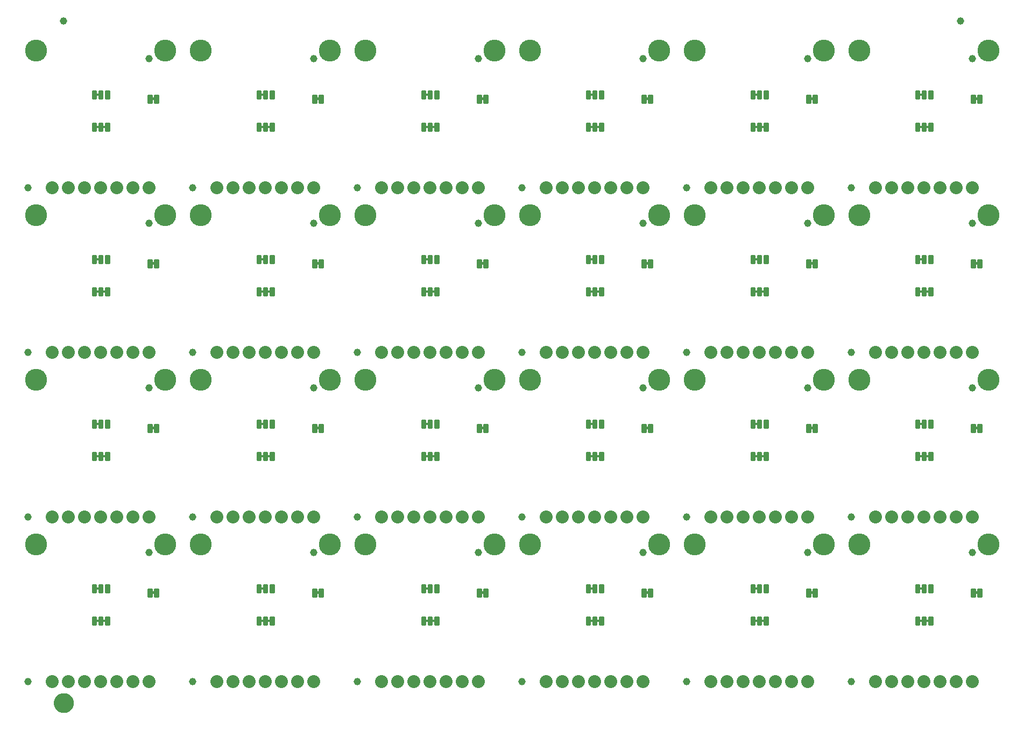
<source format=gbs>
G04 EAGLE Gerber RS-274X export*
G75*
%MOMM*%
%FSLAX34Y34*%
%LPD*%
%INSoldermask Bottom*%
%IPPOS*%
%AMOC8*
5,1,8,0,0,1.08239X$1,22.5*%
G01*
%ADD10C,3.454400*%
%ADD11C,1.152400*%
%ADD12C,2.032000*%
%ADD13C,0.251966*%
%ADD14C,1.270000*%
%ADD15C,1.652400*%

G36*
X1506920Y668667D02*
X1506920Y668667D01*
X1506986Y668669D01*
X1507029Y668687D01*
X1507076Y668695D01*
X1507133Y668729D01*
X1507193Y668754D01*
X1507228Y668785D01*
X1507269Y668810D01*
X1507311Y668861D01*
X1507359Y668905D01*
X1507381Y668947D01*
X1507410Y668984D01*
X1507431Y669046D01*
X1507462Y669105D01*
X1507470Y669159D01*
X1507482Y669196D01*
X1507481Y669236D01*
X1507489Y669290D01*
X1507489Y671830D01*
X1507478Y671895D01*
X1507476Y671961D01*
X1507458Y672004D01*
X1507450Y672051D01*
X1507416Y672108D01*
X1507391Y672168D01*
X1507360Y672203D01*
X1507335Y672244D01*
X1507284Y672286D01*
X1507240Y672334D01*
X1507198Y672356D01*
X1507161Y672385D01*
X1507099Y672406D01*
X1507040Y672437D01*
X1506986Y672445D01*
X1506949Y672457D01*
X1506909Y672456D01*
X1506855Y672464D01*
X1503045Y672464D01*
X1502980Y672453D01*
X1502914Y672451D01*
X1502871Y672433D01*
X1502824Y672425D01*
X1502767Y672391D01*
X1502707Y672366D01*
X1502672Y672335D01*
X1502631Y672310D01*
X1502590Y672259D01*
X1502541Y672215D01*
X1502519Y672173D01*
X1502490Y672136D01*
X1502469Y672074D01*
X1502438Y672015D01*
X1502430Y671961D01*
X1502418Y671924D01*
X1502418Y671921D01*
X1502419Y671884D01*
X1502411Y671830D01*
X1502411Y669290D01*
X1502422Y669225D01*
X1502424Y669159D01*
X1502442Y669116D01*
X1502450Y669069D01*
X1502484Y669012D01*
X1502509Y668952D01*
X1502540Y668917D01*
X1502565Y668876D01*
X1502616Y668835D01*
X1502660Y668786D01*
X1502702Y668764D01*
X1502739Y668735D01*
X1502801Y668714D01*
X1502860Y668683D01*
X1502914Y668675D01*
X1502951Y668663D01*
X1502991Y668664D01*
X1503045Y668656D01*
X1506855Y668656D01*
X1506920Y668667D01*
G37*
G36*
X211520Y668667D02*
X211520Y668667D01*
X211586Y668669D01*
X211629Y668687D01*
X211676Y668695D01*
X211733Y668729D01*
X211793Y668754D01*
X211828Y668785D01*
X211869Y668810D01*
X211911Y668861D01*
X211959Y668905D01*
X211981Y668947D01*
X212010Y668984D01*
X212031Y669046D01*
X212062Y669105D01*
X212070Y669159D01*
X212082Y669196D01*
X212081Y669236D01*
X212089Y669290D01*
X212089Y671830D01*
X212078Y671895D01*
X212076Y671961D01*
X212058Y672004D01*
X212050Y672051D01*
X212016Y672108D01*
X211991Y672168D01*
X211960Y672203D01*
X211935Y672244D01*
X211884Y672286D01*
X211840Y672334D01*
X211798Y672356D01*
X211761Y672385D01*
X211699Y672406D01*
X211640Y672437D01*
X211586Y672445D01*
X211549Y672457D01*
X211509Y672456D01*
X211455Y672464D01*
X207645Y672464D01*
X207580Y672453D01*
X207514Y672451D01*
X207471Y672433D01*
X207424Y672425D01*
X207367Y672391D01*
X207307Y672366D01*
X207272Y672335D01*
X207231Y672310D01*
X207190Y672259D01*
X207141Y672215D01*
X207119Y672173D01*
X207090Y672136D01*
X207069Y672074D01*
X207038Y672015D01*
X207030Y671961D01*
X207018Y671924D01*
X207018Y671921D01*
X207019Y671884D01*
X207011Y671830D01*
X207011Y669290D01*
X207022Y669225D01*
X207024Y669159D01*
X207042Y669116D01*
X207050Y669069D01*
X207084Y669012D01*
X207109Y668952D01*
X207140Y668917D01*
X207165Y668876D01*
X207216Y668835D01*
X207260Y668786D01*
X207302Y668764D01*
X207339Y668735D01*
X207401Y668714D01*
X207460Y668683D01*
X207514Y668675D01*
X207551Y668663D01*
X207591Y668664D01*
X207645Y668656D01*
X211455Y668656D01*
X211520Y668667D01*
G37*
G36*
X988760Y668667D02*
X988760Y668667D01*
X988826Y668669D01*
X988869Y668687D01*
X988916Y668695D01*
X988973Y668729D01*
X989033Y668754D01*
X989068Y668785D01*
X989109Y668810D01*
X989151Y668861D01*
X989199Y668905D01*
X989221Y668947D01*
X989250Y668984D01*
X989271Y669046D01*
X989302Y669105D01*
X989310Y669159D01*
X989322Y669196D01*
X989321Y669236D01*
X989329Y669290D01*
X989329Y671830D01*
X989318Y671895D01*
X989316Y671961D01*
X989298Y672004D01*
X989290Y672051D01*
X989256Y672108D01*
X989231Y672168D01*
X989200Y672203D01*
X989175Y672244D01*
X989124Y672286D01*
X989080Y672334D01*
X989038Y672356D01*
X989001Y672385D01*
X988939Y672406D01*
X988880Y672437D01*
X988826Y672445D01*
X988789Y672457D01*
X988749Y672456D01*
X988695Y672464D01*
X984885Y672464D01*
X984820Y672453D01*
X984754Y672451D01*
X984711Y672433D01*
X984664Y672425D01*
X984607Y672391D01*
X984547Y672366D01*
X984512Y672335D01*
X984471Y672310D01*
X984430Y672259D01*
X984381Y672215D01*
X984359Y672173D01*
X984330Y672136D01*
X984309Y672074D01*
X984278Y672015D01*
X984270Y671961D01*
X984258Y671924D01*
X984258Y671921D01*
X984259Y671884D01*
X984251Y671830D01*
X984251Y669290D01*
X984262Y669225D01*
X984264Y669159D01*
X984282Y669116D01*
X984290Y669069D01*
X984324Y669012D01*
X984349Y668952D01*
X984380Y668917D01*
X984405Y668876D01*
X984456Y668835D01*
X984500Y668786D01*
X984542Y668764D01*
X984579Y668735D01*
X984641Y668714D01*
X984700Y668683D01*
X984754Y668675D01*
X984791Y668663D01*
X984831Y668664D01*
X984885Y668656D01*
X988695Y668656D01*
X988760Y668667D01*
G37*
G36*
X1247840Y668667D02*
X1247840Y668667D01*
X1247906Y668669D01*
X1247949Y668687D01*
X1247996Y668695D01*
X1248053Y668729D01*
X1248113Y668754D01*
X1248148Y668785D01*
X1248189Y668810D01*
X1248231Y668861D01*
X1248279Y668905D01*
X1248301Y668947D01*
X1248330Y668984D01*
X1248351Y669046D01*
X1248382Y669105D01*
X1248390Y669159D01*
X1248402Y669196D01*
X1248401Y669236D01*
X1248409Y669290D01*
X1248409Y671830D01*
X1248398Y671895D01*
X1248396Y671961D01*
X1248378Y672004D01*
X1248370Y672051D01*
X1248336Y672108D01*
X1248311Y672168D01*
X1248280Y672203D01*
X1248255Y672244D01*
X1248204Y672286D01*
X1248160Y672334D01*
X1248118Y672356D01*
X1248081Y672385D01*
X1248019Y672406D01*
X1247960Y672437D01*
X1247906Y672445D01*
X1247869Y672457D01*
X1247829Y672456D01*
X1247775Y672464D01*
X1243965Y672464D01*
X1243900Y672453D01*
X1243834Y672451D01*
X1243791Y672433D01*
X1243744Y672425D01*
X1243687Y672391D01*
X1243627Y672366D01*
X1243592Y672335D01*
X1243551Y672310D01*
X1243510Y672259D01*
X1243461Y672215D01*
X1243439Y672173D01*
X1243410Y672136D01*
X1243389Y672074D01*
X1243358Y672015D01*
X1243350Y671961D01*
X1243338Y671924D01*
X1243338Y671921D01*
X1243339Y671884D01*
X1243331Y671830D01*
X1243331Y669290D01*
X1243342Y669225D01*
X1243344Y669159D01*
X1243362Y669116D01*
X1243370Y669069D01*
X1243404Y669012D01*
X1243429Y668952D01*
X1243460Y668917D01*
X1243485Y668876D01*
X1243536Y668835D01*
X1243580Y668786D01*
X1243622Y668764D01*
X1243659Y668735D01*
X1243721Y668714D01*
X1243780Y668683D01*
X1243834Y668675D01*
X1243871Y668663D01*
X1243911Y668664D01*
X1243965Y668656D01*
X1247775Y668656D01*
X1247840Y668667D01*
G37*
G36*
X470600Y668667D02*
X470600Y668667D01*
X470666Y668669D01*
X470709Y668687D01*
X470756Y668695D01*
X470813Y668729D01*
X470873Y668754D01*
X470908Y668785D01*
X470949Y668810D01*
X470991Y668861D01*
X471039Y668905D01*
X471061Y668947D01*
X471090Y668984D01*
X471111Y669046D01*
X471142Y669105D01*
X471150Y669159D01*
X471162Y669196D01*
X471161Y669236D01*
X471169Y669290D01*
X471169Y671830D01*
X471158Y671895D01*
X471156Y671961D01*
X471138Y672004D01*
X471130Y672051D01*
X471096Y672108D01*
X471071Y672168D01*
X471040Y672203D01*
X471015Y672244D01*
X470964Y672286D01*
X470920Y672334D01*
X470878Y672356D01*
X470841Y672385D01*
X470779Y672406D01*
X470720Y672437D01*
X470666Y672445D01*
X470629Y672457D01*
X470589Y672456D01*
X470535Y672464D01*
X466725Y672464D01*
X466660Y672453D01*
X466594Y672451D01*
X466551Y672433D01*
X466504Y672425D01*
X466447Y672391D01*
X466387Y672366D01*
X466352Y672335D01*
X466311Y672310D01*
X466270Y672259D01*
X466221Y672215D01*
X466199Y672173D01*
X466170Y672136D01*
X466149Y672074D01*
X466118Y672015D01*
X466110Y671961D01*
X466098Y671924D01*
X466098Y671921D01*
X466099Y671884D01*
X466091Y671830D01*
X466091Y669290D01*
X466102Y669225D01*
X466104Y669159D01*
X466122Y669116D01*
X466130Y669069D01*
X466164Y669012D01*
X466189Y668952D01*
X466220Y668917D01*
X466245Y668876D01*
X466296Y668835D01*
X466340Y668786D01*
X466382Y668764D01*
X466419Y668735D01*
X466481Y668714D01*
X466540Y668683D01*
X466594Y668675D01*
X466631Y668663D01*
X466671Y668664D01*
X466725Y668656D01*
X470535Y668656D01*
X470600Y668667D01*
G37*
G36*
X729680Y668667D02*
X729680Y668667D01*
X729746Y668669D01*
X729789Y668687D01*
X729836Y668695D01*
X729893Y668729D01*
X729953Y668754D01*
X729988Y668785D01*
X730029Y668810D01*
X730071Y668861D01*
X730119Y668905D01*
X730141Y668947D01*
X730170Y668984D01*
X730191Y669046D01*
X730222Y669105D01*
X730230Y669159D01*
X730242Y669196D01*
X730241Y669236D01*
X730249Y669290D01*
X730249Y671830D01*
X730238Y671895D01*
X730236Y671961D01*
X730218Y672004D01*
X730210Y672051D01*
X730176Y672108D01*
X730151Y672168D01*
X730120Y672203D01*
X730095Y672244D01*
X730044Y672286D01*
X730000Y672334D01*
X729958Y672356D01*
X729921Y672385D01*
X729859Y672406D01*
X729800Y672437D01*
X729746Y672445D01*
X729709Y672457D01*
X729669Y672456D01*
X729615Y672464D01*
X725805Y672464D01*
X725740Y672453D01*
X725674Y672451D01*
X725631Y672433D01*
X725584Y672425D01*
X725527Y672391D01*
X725467Y672366D01*
X725432Y672335D01*
X725391Y672310D01*
X725350Y672259D01*
X725301Y672215D01*
X725279Y672173D01*
X725250Y672136D01*
X725229Y672074D01*
X725198Y672015D01*
X725190Y671961D01*
X725178Y671924D01*
X725178Y671921D01*
X725179Y671884D01*
X725171Y671830D01*
X725171Y669290D01*
X725182Y669225D01*
X725184Y669159D01*
X725202Y669116D01*
X725210Y669069D01*
X725244Y669012D01*
X725269Y668952D01*
X725300Y668917D01*
X725325Y668876D01*
X725376Y668835D01*
X725420Y668786D01*
X725462Y668764D01*
X725499Y668735D01*
X725561Y668714D01*
X725620Y668683D01*
X725674Y668675D01*
X725711Y668663D01*
X725751Y668664D01*
X725805Y668656D01*
X729615Y668656D01*
X729680Y668667D01*
G37*
G36*
X1429450Y106057D02*
X1429450Y106057D01*
X1429516Y106059D01*
X1429559Y106077D01*
X1429606Y106085D01*
X1429663Y106119D01*
X1429723Y106144D01*
X1429758Y106175D01*
X1429799Y106200D01*
X1429841Y106251D01*
X1429889Y106295D01*
X1429911Y106337D01*
X1429940Y106374D01*
X1429961Y106436D01*
X1429992Y106495D01*
X1430000Y106549D01*
X1430012Y106586D01*
X1430011Y106626D01*
X1430019Y106680D01*
X1430019Y109220D01*
X1430008Y109285D01*
X1430006Y109351D01*
X1429988Y109394D01*
X1429980Y109441D01*
X1429946Y109498D01*
X1429921Y109558D01*
X1429890Y109593D01*
X1429865Y109634D01*
X1429814Y109676D01*
X1429770Y109724D01*
X1429728Y109746D01*
X1429691Y109775D01*
X1429629Y109796D01*
X1429570Y109827D01*
X1429516Y109835D01*
X1429479Y109847D01*
X1429439Y109846D01*
X1429385Y109854D01*
X1425575Y109854D01*
X1425510Y109843D01*
X1425444Y109841D01*
X1425401Y109823D01*
X1425354Y109815D01*
X1425297Y109781D01*
X1425237Y109756D01*
X1425202Y109725D01*
X1425161Y109700D01*
X1425120Y109649D01*
X1425071Y109605D01*
X1425049Y109563D01*
X1425020Y109526D01*
X1424999Y109464D01*
X1424968Y109405D01*
X1424960Y109351D01*
X1424948Y109314D01*
X1424948Y109311D01*
X1424949Y109274D01*
X1424941Y109220D01*
X1424941Y106680D01*
X1424952Y106615D01*
X1424954Y106549D01*
X1424972Y106506D01*
X1424980Y106459D01*
X1425014Y106402D01*
X1425039Y106342D01*
X1425070Y106307D01*
X1425095Y106266D01*
X1425146Y106225D01*
X1425190Y106176D01*
X1425232Y106154D01*
X1425269Y106125D01*
X1425331Y106104D01*
X1425390Y106073D01*
X1425444Y106065D01*
X1425481Y106053D01*
X1425521Y106054D01*
X1425575Y106046D01*
X1429385Y106046D01*
X1429450Y106057D01*
G37*
G36*
X393130Y106057D02*
X393130Y106057D01*
X393196Y106059D01*
X393239Y106077D01*
X393286Y106085D01*
X393343Y106119D01*
X393403Y106144D01*
X393438Y106175D01*
X393479Y106200D01*
X393521Y106251D01*
X393569Y106295D01*
X393591Y106337D01*
X393620Y106374D01*
X393641Y106436D01*
X393672Y106495D01*
X393680Y106549D01*
X393692Y106586D01*
X393691Y106626D01*
X393699Y106680D01*
X393699Y109220D01*
X393688Y109285D01*
X393686Y109351D01*
X393668Y109394D01*
X393660Y109441D01*
X393626Y109498D01*
X393601Y109558D01*
X393570Y109593D01*
X393545Y109634D01*
X393494Y109676D01*
X393450Y109724D01*
X393408Y109746D01*
X393371Y109775D01*
X393309Y109796D01*
X393250Y109827D01*
X393196Y109835D01*
X393159Y109847D01*
X393119Y109846D01*
X393065Y109854D01*
X389255Y109854D01*
X389190Y109843D01*
X389124Y109841D01*
X389081Y109823D01*
X389034Y109815D01*
X388977Y109781D01*
X388917Y109756D01*
X388882Y109725D01*
X388841Y109700D01*
X388800Y109649D01*
X388751Y109605D01*
X388729Y109563D01*
X388700Y109526D01*
X388679Y109464D01*
X388648Y109405D01*
X388640Y109351D01*
X388628Y109314D01*
X388628Y109311D01*
X388629Y109274D01*
X388621Y109220D01*
X388621Y106680D01*
X388632Y106615D01*
X388634Y106549D01*
X388652Y106506D01*
X388660Y106459D01*
X388694Y106402D01*
X388719Y106342D01*
X388750Y106307D01*
X388775Y106266D01*
X388826Y106225D01*
X388870Y106176D01*
X388912Y106154D01*
X388949Y106125D01*
X389011Y106104D01*
X389070Y106073D01*
X389124Y106065D01*
X389161Y106053D01*
X389201Y106054D01*
X389255Y106046D01*
X393065Y106046D01*
X393130Y106057D01*
G37*
G36*
X123890Y106057D02*
X123890Y106057D01*
X123956Y106059D01*
X123999Y106077D01*
X124046Y106085D01*
X124103Y106119D01*
X124163Y106144D01*
X124198Y106175D01*
X124239Y106200D01*
X124281Y106251D01*
X124329Y106295D01*
X124351Y106337D01*
X124380Y106374D01*
X124401Y106436D01*
X124432Y106495D01*
X124440Y106549D01*
X124452Y106586D01*
X124451Y106626D01*
X124459Y106680D01*
X124459Y109220D01*
X124448Y109285D01*
X124446Y109351D01*
X124428Y109394D01*
X124420Y109441D01*
X124386Y109498D01*
X124361Y109558D01*
X124330Y109593D01*
X124305Y109634D01*
X124254Y109676D01*
X124210Y109724D01*
X124168Y109746D01*
X124131Y109775D01*
X124069Y109796D01*
X124010Y109827D01*
X123956Y109835D01*
X123919Y109847D01*
X123879Y109846D01*
X123825Y109854D01*
X120015Y109854D01*
X119950Y109843D01*
X119884Y109841D01*
X119841Y109823D01*
X119794Y109815D01*
X119737Y109781D01*
X119677Y109756D01*
X119642Y109725D01*
X119601Y109700D01*
X119560Y109649D01*
X119511Y109605D01*
X119489Y109563D01*
X119460Y109526D01*
X119439Y109464D01*
X119408Y109405D01*
X119400Y109351D01*
X119388Y109314D01*
X119388Y109311D01*
X119389Y109274D01*
X119381Y109220D01*
X119381Y106680D01*
X119392Y106615D01*
X119394Y106549D01*
X119412Y106506D01*
X119420Y106459D01*
X119454Y106402D01*
X119479Y106342D01*
X119510Y106307D01*
X119535Y106266D01*
X119586Y106225D01*
X119630Y106176D01*
X119672Y106154D01*
X119709Y106125D01*
X119771Y106104D01*
X119830Y106073D01*
X119884Y106065D01*
X119921Y106053D01*
X119961Y106054D01*
X120015Y106046D01*
X123825Y106046D01*
X123890Y106057D01*
G37*
G36*
X642050Y106057D02*
X642050Y106057D01*
X642116Y106059D01*
X642159Y106077D01*
X642206Y106085D01*
X642263Y106119D01*
X642323Y106144D01*
X642358Y106175D01*
X642399Y106200D01*
X642441Y106251D01*
X642489Y106295D01*
X642511Y106337D01*
X642540Y106374D01*
X642561Y106436D01*
X642592Y106495D01*
X642600Y106549D01*
X642612Y106586D01*
X642611Y106626D01*
X642619Y106680D01*
X642619Y109220D01*
X642608Y109285D01*
X642606Y109351D01*
X642588Y109394D01*
X642580Y109441D01*
X642546Y109498D01*
X642521Y109558D01*
X642490Y109593D01*
X642465Y109634D01*
X642414Y109676D01*
X642370Y109724D01*
X642328Y109746D01*
X642291Y109775D01*
X642229Y109796D01*
X642170Y109827D01*
X642116Y109835D01*
X642079Y109847D01*
X642039Y109846D01*
X641985Y109854D01*
X638175Y109854D01*
X638110Y109843D01*
X638044Y109841D01*
X638001Y109823D01*
X637954Y109815D01*
X637897Y109781D01*
X637837Y109756D01*
X637802Y109725D01*
X637761Y109700D01*
X637720Y109649D01*
X637671Y109605D01*
X637649Y109563D01*
X637620Y109526D01*
X637599Y109464D01*
X637568Y109405D01*
X637560Y109351D01*
X637548Y109314D01*
X637548Y109311D01*
X637549Y109274D01*
X637541Y109220D01*
X637541Y106680D01*
X637552Y106615D01*
X637554Y106549D01*
X637572Y106506D01*
X637580Y106459D01*
X637614Y106402D01*
X637639Y106342D01*
X637670Y106307D01*
X637695Y106266D01*
X637746Y106225D01*
X637790Y106176D01*
X637832Y106154D01*
X637869Y106125D01*
X637931Y106104D01*
X637990Y106073D01*
X638044Y106065D01*
X638081Y106053D01*
X638121Y106054D01*
X638175Y106046D01*
X641985Y106046D01*
X642050Y106057D01*
G37*
G36*
X652210Y106057D02*
X652210Y106057D01*
X652276Y106059D01*
X652319Y106077D01*
X652366Y106085D01*
X652423Y106119D01*
X652483Y106144D01*
X652518Y106175D01*
X652559Y106200D01*
X652601Y106251D01*
X652649Y106295D01*
X652671Y106337D01*
X652700Y106374D01*
X652721Y106436D01*
X652752Y106495D01*
X652760Y106549D01*
X652772Y106586D01*
X652771Y106626D01*
X652779Y106680D01*
X652779Y109220D01*
X652768Y109285D01*
X652766Y109351D01*
X652748Y109394D01*
X652740Y109441D01*
X652706Y109498D01*
X652681Y109558D01*
X652650Y109593D01*
X652625Y109634D01*
X652574Y109676D01*
X652530Y109724D01*
X652488Y109746D01*
X652451Y109775D01*
X652389Y109796D01*
X652330Y109827D01*
X652276Y109835D01*
X652239Y109847D01*
X652199Y109846D01*
X652145Y109854D01*
X648335Y109854D01*
X648270Y109843D01*
X648204Y109841D01*
X648161Y109823D01*
X648114Y109815D01*
X648057Y109781D01*
X647997Y109756D01*
X647962Y109725D01*
X647921Y109700D01*
X647880Y109649D01*
X647831Y109605D01*
X647809Y109563D01*
X647780Y109526D01*
X647759Y109464D01*
X647728Y109405D01*
X647720Y109351D01*
X647708Y109314D01*
X647708Y109311D01*
X647709Y109274D01*
X647701Y109220D01*
X647701Y106680D01*
X647712Y106615D01*
X647714Y106549D01*
X647732Y106506D01*
X647740Y106459D01*
X647774Y106402D01*
X647799Y106342D01*
X647830Y106307D01*
X647855Y106266D01*
X647906Y106225D01*
X647950Y106176D01*
X647992Y106154D01*
X648029Y106125D01*
X648091Y106104D01*
X648150Y106073D01*
X648204Y106065D01*
X648241Y106053D01*
X648281Y106054D01*
X648335Y106046D01*
X652145Y106046D01*
X652210Y106057D01*
G37*
G36*
X382970Y106057D02*
X382970Y106057D01*
X383036Y106059D01*
X383079Y106077D01*
X383126Y106085D01*
X383183Y106119D01*
X383243Y106144D01*
X383278Y106175D01*
X383319Y106200D01*
X383361Y106251D01*
X383409Y106295D01*
X383431Y106337D01*
X383460Y106374D01*
X383481Y106436D01*
X383512Y106495D01*
X383520Y106549D01*
X383532Y106586D01*
X383531Y106626D01*
X383539Y106680D01*
X383539Y109220D01*
X383528Y109285D01*
X383526Y109351D01*
X383508Y109394D01*
X383500Y109441D01*
X383466Y109498D01*
X383441Y109558D01*
X383410Y109593D01*
X383385Y109634D01*
X383334Y109676D01*
X383290Y109724D01*
X383248Y109746D01*
X383211Y109775D01*
X383149Y109796D01*
X383090Y109827D01*
X383036Y109835D01*
X382999Y109847D01*
X382959Y109846D01*
X382905Y109854D01*
X379095Y109854D01*
X379030Y109843D01*
X378964Y109841D01*
X378921Y109823D01*
X378874Y109815D01*
X378817Y109781D01*
X378757Y109756D01*
X378722Y109725D01*
X378681Y109700D01*
X378640Y109649D01*
X378591Y109605D01*
X378569Y109563D01*
X378540Y109526D01*
X378519Y109464D01*
X378488Y109405D01*
X378480Y109351D01*
X378468Y109314D01*
X378468Y109311D01*
X378469Y109274D01*
X378461Y109220D01*
X378461Y106680D01*
X378472Y106615D01*
X378474Y106549D01*
X378492Y106506D01*
X378500Y106459D01*
X378534Y106402D01*
X378559Y106342D01*
X378590Y106307D01*
X378615Y106266D01*
X378666Y106225D01*
X378710Y106176D01*
X378752Y106154D01*
X378789Y106125D01*
X378851Y106104D01*
X378910Y106073D01*
X378964Y106065D01*
X379001Y106053D01*
X379041Y106054D01*
X379095Y106046D01*
X382905Y106046D01*
X382970Y106057D01*
G37*
G36*
X901130Y106057D02*
X901130Y106057D01*
X901196Y106059D01*
X901239Y106077D01*
X901286Y106085D01*
X901343Y106119D01*
X901403Y106144D01*
X901438Y106175D01*
X901479Y106200D01*
X901521Y106251D01*
X901569Y106295D01*
X901591Y106337D01*
X901620Y106374D01*
X901641Y106436D01*
X901672Y106495D01*
X901680Y106549D01*
X901692Y106586D01*
X901691Y106626D01*
X901699Y106680D01*
X901699Y109220D01*
X901688Y109285D01*
X901686Y109351D01*
X901668Y109394D01*
X901660Y109441D01*
X901626Y109498D01*
X901601Y109558D01*
X901570Y109593D01*
X901545Y109634D01*
X901494Y109676D01*
X901450Y109724D01*
X901408Y109746D01*
X901371Y109775D01*
X901309Y109796D01*
X901250Y109827D01*
X901196Y109835D01*
X901159Y109847D01*
X901119Y109846D01*
X901065Y109854D01*
X897255Y109854D01*
X897190Y109843D01*
X897124Y109841D01*
X897081Y109823D01*
X897034Y109815D01*
X896977Y109781D01*
X896917Y109756D01*
X896882Y109725D01*
X896841Y109700D01*
X896800Y109649D01*
X896751Y109605D01*
X896729Y109563D01*
X896700Y109526D01*
X896679Y109464D01*
X896648Y109405D01*
X896640Y109351D01*
X896628Y109314D01*
X896628Y109311D01*
X896629Y109274D01*
X896621Y109220D01*
X896621Y106680D01*
X896632Y106615D01*
X896634Y106549D01*
X896652Y106506D01*
X896660Y106459D01*
X896694Y106402D01*
X896719Y106342D01*
X896750Y106307D01*
X896775Y106266D01*
X896826Y106225D01*
X896870Y106176D01*
X896912Y106154D01*
X896949Y106125D01*
X897011Y106104D01*
X897070Y106073D01*
X897124Y106065D01*
X897161Y106053D01*
X897201Y106054D01*
X897255Y106046D01*
X901065Y106046D01*
X901130Y106057D01*
G37*
G36*
X1419290Y106057D02*
X1419290Y106057D01*
X1419356Y106059D01*
X1419399Y106077D01*
X1419446Y106085D01*
X1419503Y106119D01*
X1419563Y106144D01*
X1419598Y106175D01*
X1419639Y106200D01*
X1419681Y106251D01*
X1419729Y106295D01*
X1419751Y106337D01*
X1419780Y106374D01*
X1419801Y106436D01*
X1419832Y106495D01*
X1419840Y106549D01*
X1419852Y106586D01*
X1419851Y106626D01*
X1419859Y106680D01*
X1419859Y109220D01*
X1419848Y109285D01*
X1419846Y109351D01*
X1419828Y109394D01*
X1419820Y109441D01*
X1419786Y109498D01*
X1419761Y109558D01*
X1419730Y109593D01*
X1419705Y109634D01*
X1419654Y109676D01*
X1419610Y109724D01*
X1419568Y109746D01*
X1419531Y109775D01*
X1419469Y109796D01*
X1419410Y109827D01*
X1419356Y109835D01*
X1419319Y109847D01*
X1419279Y109846D01*
X1419225Y109854D01*
X1415415Y109854D01*
X1415350Y109843D01*
X1415284Y109841D01*
X1415241Y109823D01*
X1415194Y109815D01*
X1415137Y109781D01*
X1415077Y109756D01*
X1415042Y109725D01*
X1415001Y109700D01*
X1414960Y109649D01*
X1414911Y109605D01*
X1414889Y109563D01*
X1414860Y109526D01*
X1414839Y109464D01*
X1414808Y109405D01*
X1414800Y109351D01*
X1414788Y109314D01*
X1414788Y109311D01*
X1414789Y109274D01*
X1414781Y109220D01*
X1414781Y106680D01*
X1414792Y106615D01*
X1414794Y106549D01*
X1414812Y106506D01*
X1414820Y106459D01*
X1414854Y106402D01*
X1414879Y106342D01*
X1414910Y106307D01*
X1414935Y106266D01*
X1414986Y106225D01*
X1415030Y106176D01*
X1415072Y106154D01*
X1415109Y106125D01*
X1415171Y106104D01*
X1415230Y106073D01*
X1415284Y106065D01*
X1415321Y106053D01*
X1415361Y106054D01*
X1415415Y106046D01*
X1419225Y106046D01*
X1419290Y106057D01*
G37*
G36*
X134050Y106057D02*
X134050Y106057D01*
X134116Y106059D01*
X134159Y106077D01*
X134206Y106085D01*
X134263Y106119D01*
X134323Y106144D01*
X134358Y106175D01*
X134399Y106200D01*
X134441Y106251D01*
X134489Y106295D01*
X134511Y106337D01*
X134540Y106374D01*
X134561Y106436D01*
X134592Y106495D01*
X134600Y106549D01*
X134612Y106586D01*
X134611Y106626D01*
X134619Y106680D01*
X134619Y109220D01*
X134608Y109285D01*
X134606Y109351D01*
X134588Y109394D01*
X134580Y109441D01*
X134546Y109498D01*
X134521Y109558D01*
X134490Y109593D01*
X134465Y109634D01*
X134414Y109676D01*
X134370Y109724D01*
X134328Y109746D01*
X134291Y109775D01*
X134229Y109796D01*
X134170Y109827D01*
X134116Y109835D01*
X134079Y109847D01*
X134039Y109846D01*
X133985Y109854D01*
X130175Y109854D01*
X130110Y109843D01*
X130044Y109841D01*
X130001Y109823D01*
X129954Y109815D01*
X129897Y109781D01*
X129837Y109756D01*
X129802Y109725D01*
X129761Y109700D01*
X129720Y109649D01*
X129671Y109605D01*
X129649Y109563D01*
X129620Y109526D01*
X129599Y109464D01*
X129568Y109405D01*
X129560Y109351D01*
X129548Y109314D01*
X129548Y109311D01*
X129549Y109274D01*
X129541Y109220D01*
X129541Y106680D01*
X129552Y106615D01*
X129554Y106549D01*
X129572Y106506D01*
X129580Y106459D01*
X129614Y106402D01*
X129639Y106342D01*
X129670Y106307D01*
X129695Y106266D01*
X129746Y106225D01*
X129790Y106176D01*
X129832Y106154D01*
X129869Y106125D01*
X129931Y106104D01*
X129990Y106073D01*
X130044Y106065D01*
X130081Y106053D01*
X130121Y106054D01*
X130175Y106046D01*
X133985Y106046D01*
X134050Y106057D01*
G37*
G36*
X1170370Y106057D02*
X1170370Y106057D01*
X1170436Y106059D01*
X1170479Y106077D01*
X1170526Y106085D01*
X1170583Y106119D01*
X1170643Y106144D01*
X1170678Y106175D01*
X1170719Y106200D01*
X1170761Y106251D01*
X1170809Y106295D01*
X1170831Y106337D01*
X1170860Y106374D01*
X1170881Y106436D01*
X1170912Y106495D01*
X1170920Y106549D01*
X1170932Y106586D01*
X1170931Y106626D01*
X1170939Y106680D01*
X1170939Y109220D01*
X1170928Y109285D01*
X1170926Y109351D01*
X1170908Y109394D01*
X1170900Y109441D01*
X1170866Y109498D01*
X1170841Y109558D01*
X1170810Y109593D01*
X1170785Y109634D01*
X1170734Y109676D01*
X1170690Y109724D01*
X1170648Y109746D01*
X1170611Y109775D01*
X1170549Y109796D01*
X1170490Y109827D01*
X1170436Y109835D01*
X1170399Y109847D01*
X1170359Y109846D01*
X1170305Y109854D01*
X1166495Y109854D01*
X1166430Y109843D01*
X1166364Y109841D01*
X1166321Y109823D01*
X1166274Y109815D01*
X1166217Y109781D01*
X1166157Y109756D01*
X1166122Y109725D01*
X1166081Y109700D01*
X1166040Y109649D01*
X1165991Y109605D01*
X1165969Y109563D01*
X1165940Y109526D01*
X1165919Y109464D01*
X1165888Y109405D01*
X1165880Y109351D01*
X1165868Y109314D01*
X1165868Y109311D01*
X1165869Y109274D01*
X1165861Y109220D01*
X1165861Y106680D01*
X1165872Y106615D01*
X1165874Y106549D01*
X1165892Y106506D01*
X1165900Y106459D01*
X1165934Y106402D01*
X1165959Y106342D01*
X1165990Y106307D01*
X1166015Y106266D01*
X1166066Y106225D01*
X1166110Y106176D01*
X1166152Y106154D01*
X1166189Y106125D01*
X1166251Y106104D01*
X1166310Y106073D01*
X1166364Y106065D01*
X1166401Y106053D01*
X1166441Y106054D01*
X1166495Y106046D01*
X1170305Y106046D01*
X1170370Y106057D01*
G37*
G36*
X1160210Y106057D02*
X1160210Y106057D01*
X1160276Y106059D01*
X1160319Y106077D01*
X1160366Y106085D01*
X1160423Y106119D01*
X1160483Y106144D01*
X1160518Y106175D01*
X1160559Y106200D01*
X1160601Y106251D01*
X1160649Y106295D01*
X1160671Y106337D01*
X1160700Y106374D01*
X1160721Y106436D01*
X1160752Y106495D01*
X1160760Y106549D01*
X1160772Y106586D01*
X1160771Y106626D01*
X1160779Y106680D01*
X1160779Y109220D01*
X1160768Y109285D01*
X1160766Y109351D01*
X1160748Y109394D01*
X1160740Y109441D01*
X1160706Y109498D01*
X1160681Y109558D01*
X1160650Y109593D01*
X1160625Y109634D01*
X1160574Y109676D01*
X1160530Y109724D01*
X1160488Y109746D01*
X1160451Y109775D01*
X1160389Y109796D01*
X1160330Y109827D01*
X1160276Y109835D01*
X1160239Y109847D01*
X1160199Y109846D01*
X1160145Y109854D01*
X1156335Y109854D01*
X1156270Y109843D01*
X1156204Y109841D01*
X1156161Y109823D01*
X1156114Y109815D01*
X1156057Y109781D01*
X1155997Y109756D01*
X1155962Y109725D01*
X1155921Y109700D01*
X1155880Y109649D01*
X1155831Y109605D01*
X1155809Y109563D01*
X1155780Y109526D01*
X1155759Y109464D01*
X1155728Y109405D01*
X1155720Y109351D01*
X1155708Y109314D01*
X1155708Y109311D01*
X1155709Y109274D01*
X1155701Y109220D01*
X1155701Y106680D01*
X1155712Y106615D01*
X1155714Y106549D01*
X1155732Y106506D01*
X1155740Y106459D01*
X1155774Y106402D01*
X1155799Y106342D01*
X1155830Y106307D01*
X1155855Y106266D01*
X1155906Y106225D01*
X1155950Y106176D01*
X1155992Y106154D01*
X1156029Y106125D01*
X1156091Y106104D01*
X1156150Y106073D01*
X1156204Y106065D01*
X1156241Y106053D01*
X1156281Y106054D01*
X1156335Y106046D01*
X1160145Y106046D01*
X1160210Y106057D01*
G37*
G36*
X911290Y106057D02*
X911290Y106057D01*
X911356Y106059D01*
X911399Y106077D01*
X911446Y106085D01*
X911503Y106119D01*
X911563Y106144D01*
X911598Y106175D01*
X911639Y106200D01*
X911681Y106251D01*
X911729Y106295D01*
X911751Y106337D01*
X911780Y106374D01*
X911801Y106436D01*
X911832Y106495D01*
X911840Y106549D01*
X911852Y106586D01*
X911851Y106626D01*
X911859Y106680D01*
X911859Y109220D01*
X911848Y109285D01*
X911846Y109351D01*
X911828Y109394D01*
X911820Y109441D01*
X911786Y109498D01*
X911761Y109558D01*
X911730Y109593D01*
X911705Y109634D01*
X911654Y109676D01*
X911610Y109724D01*
X911568Y109746D01*
X911531Y109775D01*
X911469Y109796D01*
X911410Y109827D01*
X911356Y109835D01*
X911319Y109847D01*
X911279Y109846D01*
X911225Y109854D01*
X907415Y109854D01*
X907350Y109843D01*
X907284Y109841D01*
X907241Y109823D01*
X907194Y109815D01*
X907137Y109781D01*
X907077Y109756D01*
X907042Y109725D01*
X907001Y109700D01*
X906960Y109649D01*
X906911Y109605D01*
X906889Y109563D01*
X906860Y109526D01*
X906839Y109464D01*
X906808Y109405D01*
X906800Y109351D01*
X906788Y109314D01*
X906788Y109311D01*
X906789Y109274D01*
X906781Y109220D01*
X906781Y106680D01*
X906792Y106615D01*
X906794Y106549D01*
X906812Y106506D01*
X906820Y106459D01*
X906854Y106402D01*
X906879Y106342D01*
X906910Y106307D01*
X906935Y106266D01*
X906986Y106225D01*
X907030Y106176D01*
X907072Y106154D01*
X907109Y106125D01*
X907171Y106104D01*
X907230Y106073D01*
X907284Y106065D01*
X907321Y106053D01*
X907361Y106054D01*
X907415Y106046D01*
X911225Y106046D01*
X911290Y106057D01*
G37*
G36*
X642050Y883297D02*
X642050Y883297D01*
X642116Y883299D01*
X642159Y883317D01*
X642206Y883325D01*
X642263Y883359D01*
X642323Y883384D01*
X642358Y883415D01*
X642399Y883440D01*
X642441Y883491D01*
X642489Y883535D01*
X642511Y883577D01*
X642540Y883614D01*
X642561Y883676D01*
X642592Y883735D01*
X642600Y883789D01*
X642612Y883826D01*
X642611Y883866D01*
X642619Y883920D01*
X642619Y886460D01*
X642608Y886525D01*
X642606Y886591D01*
X642588Y886634D01*
X642580Y886681D01*
X642546Y886738D01*
X642521Y886798D01*
X642490Y886833D01*
X642465Y886874D01*
X642414Y886916D01*
X642370Y886964D01*
X642328Y886986D01*
X642291Y887015D01*
X642229Y887036D01*
X642170Y887067D01*
X642116Y887075D01*
X642079Y887087D01*
X642039Y887086D01*
X641985Y887094D01*
X638175Y887094D01*
X638110Y887083D01*
X638044Y887081D01*
X638001Y887063D01*
X637954Y887055D01*
X637897Y887021D01*
X637837Y886996D01*
X637802Y886965D01*
X637761Y886940D01*
X637720Y886889D01*
X637671Y886845D01*
X637649Y886803D01*
X637620Y886766D01*
X637599Y886704D01*
X637568Y886645D01*
X637560Y886591D01*
X637548Y886554D01*
X637548Y886551D01*
X637549Y886514D01*
X637541Y886460D01*
X637541Y883920D01*
X637552Y883855D01*
X637554Y883789D01*
X637572Y883746D01*
X637580Y883699D01*
X637614Y883642D01*
X637639Y883582D01*
X637670Y883547D01*
X637695Y883506D01*
X637746Y883465D01*
X637790Y883416D01*
X637832Y883394D01*
X637869Y883365D01*
X637931Y883344D01*
X637990Y883313D01*
X638044Y883305D01*
X638081Y883293D01*
X638121Y883294D01*
X638175Y883286D01*
X641985Y883286D01*
X642050Y883297D01*
G37*
G36*
X911290Y883297D02*
X911290Y883297D01*
X911356Y883299D01*
X911399Y883317D01*
X911446Y883325D01*
X911503Y883359D01*
X911563Y883384D01*
X911598Y883415D01*
X911639Y883440D01*
X911681Y883491D01*
X911729Y883535D01*
X911751Y883577D01*
X911780Y883614D01*
X911801Y883676D01*
X911832Y883735D01*
X911840Y883789D01*
X911852Y883826D01*
X911851Y883866D01*
X911859Y883920D01*
X911859Y886460D01*
X911848Y886525D01*
X911846Y886591D01*
X911828Y886634D01*
X911820Y886681D01*
X911786Y886738D01*
X911761Y886798D01*
X911730Y886833D01*
X911705Y886874D01*
X911654Y886916D01*
X911610Y886964D01*
X911568Y886986D01*
X911531Y887015D01*
X911469Y887036D01*
X911410Y887067D01*
X911356Y887075D01*
X911319Y887087D01*
X911279Y887086D01*
X911225Y887094D01*
X907415Y887094D01*
X907350Y887083D01*
X907284Y887081D01*
X907241Y887063D01*
X907194Y887055D01*
X907137Y887021D01*
X907077Y886996D01*
X907042Y886965D01*
X907001Y886940D01*
X906960Y886889D01*
X906911Y886845D01*
X906889Y886803D01*
X906860Y886766D01*
X906839Y886704D01*
X906808Y886645D01*
X906800Y886591D01*
X906788Y886554D01*
X906788Y886551D01*
X906789Y886514D01*
X906781Y886460D01*
X906781Y883920D01*
X906792Y883855D01*
X906794Y883789D01*
X906812Y883746D01*
X906820Y883699D01*
X906854Y883642D01*
X906879Y883582D01*
X906910Y883547D01*
X906935Y883506D01*
X906986Y883465D01*
X907030Y883416D01*
X907072Y883394D01*
X907109Y883365D01*
X907171Y883344D01*
X907230Y883313D01*
X907284Y883305D01*
X907321Y883293D01*
X907361Y883294D01*
X907415Y883286D01*
X911225Y883286D01*
X911290Y883297D01*
G37*
G36*
X652210Y883297D02*
X652210Y883297D01*
X652276Y883299D01*
X652319Y883317D01*
X652366Y883325D01*
X652423Y883359D01*
X652483Y883384D01*
X652518Y883415D01*
X652559Y883440D01*
X652601Y883491D01*
X652649Y883535D01*
X652671Y883577D01*
X652700Y883614D01*
X652721Y883676D01*
X652752Y883735D01*
X652760Y883789D01*
X652772Y883826D01*
X652771Y883866D01*
X652779Y883920D01*
X652779Y886460D01*
X652768Y886525D01*
X652766Y886591D01*
X652748Y886634D01*
X652740Y886681D01*
X652706Y886738D01*
X652681Y886798D01*
X652650Y886833D01*
X652625Y886874D01*
X652574Y886916D01*
X652530Y886964D01*
X652488Y886986D01*
X652451Y887015D01*
X652389Y887036D01*
X652330Y887067D01*
X652276Y887075D01*
X652239Y887087D01*
X652199Y887086D01*
X652145Y887094D01*
X648335Y887094D01*
X648270Y887083D01*
X648204Y887081D01*
X648161Y887063D01*
X648114Y887055D01*
X648057Y887021D01*
X647997Y886996D01*
X647962Y886965D01*
X647921Y886940D01*
X647880Y886889D01*
X647831Y886845D01*
X647809Y886803D01*
X647780Y886766D01*
X647759Y886704D01*
X647728Y886645D01*
X647720Y886591D01*
X647708Y886554D01*
X647708Y886551D01*
X647709Y886514D01*
X647701Y886460D01*
X647701Y883920D01*
X647712Y883855D01*
X647714Y883789D01*
X647732Y883746D01*
X647740Y883699D01*
X647774Y883642D01*
X647799Y883582D01*
X647830Y883547D01*
X647855Y883506D01*
X647906Y883465D01*
X647950Y883416D01*
X647992Y883394D01*
X648029Y883365D01*
X648091Y883344D01*
X648150Y883313D01*
X648204Y883305D01*
X648241Y883293D01*
X648281Y883294D01*
X648335Y883286D01*
X652145Y883286D01*
X652210Y883297D01*
G37*
G36*
X393130Y883297D02*
X393130Y883297D01*
X393196Y883299D01*
X393239Y883317D01*
X393286Y883325D01*
X393343Y883359D01*
X393403Y883384D01*
X393438Y883415D01*
X393479Y883440D01*
X393521Y883491D01*
X393569Y883535D01*
X393591Y883577D01*
X393620Y883614D01*
X393641Y883676D01*
X393672Y883735D01*
X393680Y883789D01*
X393692Y883826D01*
X393691Y883866D01*
X393699Y883920D01*
X393699Y886460D01*
X393688Y886525D01*
X393686Y886591D01*
X393668Y886634D01*
X393660Y886681D01*
X393626Y886738D01*
X393601Y886798D01*
X393570Y886833D01*
X393545Y886874D01*
X393494Y886916D01*
X393450Y886964D01*
X393408Y886986D01*
X393371Y887015D01*
X393309Y887036D01*
X393250Y887067D01*
X393196Y887075D01*
X393159Y887087D01*
X393119Y887086D01*
X393065Y887094D01*
X389255Y887094D01*
X389190Y887083D01*
X389124Y887081D01*
X389081Y887063D01*
X389034Y887055D01*
X388977Y887021D01*
X388917Y886996D01*
X388882Y886965D01*
X388841Y886940D01*
X388800Y886889D01*
X388751Y886845D01*
X388729Y886803D01*
X388700Y886766D01*
X388679Y886704D01*
X388648Y886645D01*
X388640Y886591D01*
X388628Y886554D01*
X388628Y886551D01*
X388629Y886514D01*
X388621Y886460D01*
X388621Y883920D01*
X388632Y883855D01*
X388634Y883789D01*
X388652Y883746D01*
X388660Y883699D01*
X388694Y883642D01*
X388719Y883582D01*
X388750Y883547D01*
X388775Y883506D01*
X388826Y883465D01*
X388870Y883416D01*
X388912Y883394D01*
X388949Y883365D01*
X389011Y883344D01*
X389070Y883313D01*
X389124Y883305D01*
X389161Y883293D01*
X389201Y883294D01*
X389255Y883286D01*
X393065Y883286D01*
X393130Y883297D01*
G37*
G36*
X1429450Y883297D02*
X1429450Y883297D01*
X1429516Y883299D01*
X1429559Y883317D01*
X1429606Y883325D01*
X1429663Y883359D01*
X1429723Y883384D01*
X1429758Y883415D01*
X1429799Y883440D01*
X1429841Y883491D01*
X1429889Y883535D01*
X1429911Y883577D01*
X1429940Y883614D01*
X1429961Y883676D01*
X1429992Y883735D01*
X1430000Y883789D01*
X1430012Y883826D01*
X1430011Y883866D01*
X1430019Y883920D01*
X1430019Y886460D01*
X1430008Y886525D01*
X1430006Y886591D01*
X1429988Y886634D01*
X1429980Y886681D01*
X1429946Y886738D01*
X1429921Y886798D01*
X1429890Y886833D01*
X1429865Y886874D01*
X1429814Y886916D01*
X1429770Y886964D01*
X1429728Y886986D01*
X1429691Y887015D01*
X1429629Y887036D01*
X1429570Y887067D01*
X1429516Y887075D01*
X1429479Y887087D01*
X1429439Y887086D01*
X1429385Y887094D01*
X1425575Y887094D01*
X1425510Y887083D01*
X1425444Y887081D01*
X1425401Y887063D01*
X1425354Y887055D01*
X1425297Y887021D01*
X1425237Y886996D01*
X1425202Y886965D01*
X1425161Y886940D01*
X1425120Y886889D01*
X1425071Y886845D01*
X1425049Y886803D01*
X1425020Y886766D01*
X1424999Y886704D01*
X1424968Y886645D01*
X1424960Y886591D01*
X1424948Y886554D01*
X1424948Y886551D01*
X1424949Y886514D01*
X1424941Y886460D01*
X1424941Y883920D01*
X1424952Y883855D01*
X1424954Y883789D01*
X1424972Y883746D01*
X1424980Y883699D01*
X1425014Y883642D01*
X1425039Y883582D01*
X1425070Y883547D01*
X1425095Y883506D01*
X1425146Y883465D01*
X1425190Y883416D01*
X1425232Y883394D01*
X1425269Y883365D01*
X1425331Y883344D01*
X1425390Y883313D01*
X1425444Y883305D01*
X1425481Y883293D01*
X1425521Y883294D01*
X1425575Y883286D01*
X1429385Y883286D01*
X1429450Y883297D01*
G37*
G36*
X1170370Y883297D02*
X1170370Y883297D01*
X1170436Y883299D01*
X1170479Y883317D01*
X1170526Y883325D01*
X1170583Y883359D01*
X1170643Y883384D01*
X1170678Y883415D01*
X1170719Y883440D01*
X1170761Y883491D01*
X1170809Y883535D01*
X1170831Y883577D01*
X1170860Y883614D01*
X1170881Y883676D01*
X1170912Y883735D01*
X1170920Y883789D01*
X1170932Y883826D01*
X1170931Y883866D01*
X1170939Y883920D01*
X1170939Y886460D01*
X1170928Y886525D01*
X1170926Y886591D01*
X1170908Y886634D01*
X1170900Y886681D01*
X1170866Y886738D01*
X1170841Y886798D01*
X1170810Y886833D01*
X1170785Y886874D01*
X1170734Y886916D01*
X1170690Y886964D01*
X1170648Y886986D01*
X1170611Y887015D01*
X1170549Y887036D01*
X1170490Y887067D01*
X1170436Y887075D01*
X1170399Y887087D01*
X1170359Y887086D01*
X1170305Y887094D01*
X1166495Y887094D01*
X1166430Y887083D01*
X1166364Y887081D01*
X1166321Y887063D01*
X1166274Y887055D01*
X1166217Y887021D01*
X1166157Y886996D01*
X1166122Y886965D01*
X1166081Y886940D01*
X1166040Y886889D01*
X1165991Y886845D01*
X1165969Y886803D01*
X1165940Y886766D01*
X1165919Y886704D01*
X1165888Y886645D01*
X1165880Y886591D01*
X1165868Y886554D01*
X1165868Y886551D01*
X1165869Y886514D01*
X1165861Y886460D01*
X1165861Y883920D01*
X1165872Y883855D01*
X1165874Y883789D01*
X1165892Y883746D01*
X1165900Y883699D01*
X1165934Y883642D01*
X1165959Y883582D01*
X1165990Y883547D01*
X1166015Y883506D01*
X1166066Y883465D01*
X1166110Y883416D01*
X1166152Y883394D01*
X1166189Y883365D01*
X1166251Y883344D01*
X1166310Y883313D01*
X1166364Y883305D01*
X1166401Y883293D01*
X1166441Y883294D01*
X1166495Y883286D01*
X1170305Y883286D01*
X1170370Y883297D01*
G37*
G36*
X123890Y883297D02*
X123890Y883297D01*
X123956Y883299D01*
X123999Y883317D01*
X124046Y883325D01*
X124103Y883359D01*
X124163Y883384D01*
X124198Y883415D01*
X124239Y883440D01*
X124281Y883491D01*
X124329Y883535D01*
X124351Y883577D01*
X124380Y883614D01*
X124401Y883676D01*
X124432Y883735D01*
X124440Y883789D01*
X124452Y883826D01*
X124451Y883866D01*
X124459Y883920D01*
X124459Y886460D01*
X124448Y886525D01*
X124446Y886591D01*
X124428Y886634D01*
X124420Y886681D01*
X124386Y886738D01*
X124361Y886798D01*
X124330Y886833D01*
X124305Y886874D01*
X124254Y886916D01*
X124210Y886964D01*
X124168Y886986D01*
X124131Y887015D01*
X124069Y887036D01*
X124010Y887067D01*
X123956Y887075D01*
X123919Y887087D01*
X123879Y887086D01*
X123825Y887094D01*
X120015Y887094D01*
X119950Y887083D01*
X119884Y887081D01*
X119841Y887063D01*
X119794Y887055D01*
X119737Y887021D01*
X119677Y886996D01*
X119642Y886965D01*
X119601Y886940D01*
X119560Y886889D01*
X119511Y886845D01*
X119489Y886803D01*
X119460Y886766D01*
X119439Y886704D01*
X119408Y886645D01*
X119400Y886591D01*
X119388Y886554D01*
X119388Y886551D01*
X119389Y886514D01*
X119381Y886460D01*
X119381Y883920D01*
X119392Y883855D01*
X119394Y883789D01*
X119412Y883746D01*
X119420Y883699D01*
X119454Y883642D01*
X119479Y883582D01*
X119510Y883547D01*
X119535Y883506D01*
X119586Y883465D01*
X119630Y883416D01*
X119672Y883394D01*
X119709Y883365D01*
X119771Y883344D01*
X119830Y883313D01*
X119884Y883305D01*
X119921Y883293D01*
X119961Y883294D01*
X120015Y883286D01*
X123825Y883286D01*
X123890Y883297D01*
G37*
G36*
X1419290Y883297D02*
X1419290Y883297D01*
X1419356Y883299D01*
X1419399Y883317D01*
X1419446Y883325D01*
X1419503Y883359D01*
X1419563Y883384D01*
X1419598Y883415D01*
X1419639Y883440D01*
X1419681Y883491D01*
X1419729Y883535D01*
X1419751Y883577D01*
X1419780Y883614D01*
X1419801Y883676D01*
X1419832Y883735D01*
X1419840Y883789D01*
X1419852Y883826D01*
X1419851Y883866D01*
X1419859Y883920D01*
X1419859Y886460D01*
X1419848Y886525D01*
X1419846Y886591D01*
X1419828Y886634D01*
X1419820Y886681D01*
X1419786Y886738D01*
X1419761Y886798D01*
X1419730Y886833D01*
X1419705Y886874D01*
X1419654Y886916D01*
X1419610Y886964D01*
X1419568Y886986D01*
X1419531Y887015D01*
X1419469Y887036D01*
X1419410Y887067D01*
X1419356Y887075D01*
X1419319Y887087D01*
X1419279Y887086D01*
X1419225Y887094D01*
X1415415Y887094D01*
X1415350Y887083D01*
X1415284Y887081D01*
X1415241Y887063D01*
X1415194Y887055D01*
X1415137Y887021D01*
X1415077Y886996D01*
X1415042Y886965D01*
X1415001Y886940D01*
X1414960Y886889D01*
X1414911Y886845D01*
X1414889Y886803D01*
X1414860Y886766D01*
X1414839Y886704D01*
X1414808Y886645D01*
X1414800Y886591D01*
X1414788Y886554D01*
X1414788Y886551D01*
X1414789Y886514D01*
X1414781Y886460D01*
X1414781Y883920D01*
X1414792Y883855D01*
X1414794Y883789D01*
X1414812Y883746D01*
X1414820Y883699D01*
X1414854Y883642D01*
X1414879Y883582D01*
X1414910Y883547D01*
X1414935Y883506D01*
X1414986Y883465D01*
X1415030Y883416D01*
X1415072Y883394D01*
X1415109Y883365D01*
X1415171Y883344D01*
X1415230Y883313D01*
X1415284Y883305D01*
X1415321Y883293D01*
X1415361Y883294D01*
X1415415Y883286D01*
X1419225Y883286D01*
X1419290Y883297D01*
G37*
G36*
X901130Y883297D02*
X901130Y883297D01*
X901196Y883299D01*
X901239Y883317D01*
X901286Y883325D01*
X901343Y883359D01*
X901403Y883384D01*
X901438Y883415D01*
X901479Y883440D01*
X901521Y883491D01*
X901569Y883535D01*
X901591Y883577D01*
X901620Y883614D01*
X901641Y883676D01*
X901672Y883735D01*
X901680Y883789D01*
X901692Y883826D01*
X901691Y883866D01*
X901699Y883920D01*
X901699Y886460D01*
X901688Y886525D01*
X901686Y886591D01*
X901668Y886634D01*
X901660Y886681D01*
X901626Y886738D01*
X901601Y886798D01*
X901570Y886833D01*
X901545Y886874D01*
X901494Y886916D01*
X901450Y886964D01*
X901408Y886986D01*
X901371Y887015D01*
X901309Y887036D01*
X901250Y887067D01*
X901196Y887075D01*
X901159Y887087D01*
X901119Y887086D01*
X901065Y887094D01*
X897255Y887094D01*
X897190Y887083D01*
X897124Y887081D01*
X897081Y887063D01*
X897034Y887055D01*
X896977Y887021D01*
X896917Y886996D01*
X896882Y886965D01*
X896841Y886940D01*
X896800Y886889D01*
X896751Y886845D01*
X896729Y886803D01*
X896700Y886766D01*
X896679Y886704D01*
X896648Y886645D01*
X896640Y886591D01*
X896628Y886554D01*
X896628Y886551D01*
X896629Y886514D01*
X896621Y886460D01*
X896621Y883920D01*
X896632Y883855D01*
X896634Y883789D01*
X896652Y883746D01*
X896660Y883699D01*
X896694Y883642D01*
X896719Y883582D01*
X896750Y883547D01*
X896775Y883506D01*
X896826Y883465D01*
X896870Y883416D01*
X896912Y883394D01*
X896949Y883365D01*
X897011Y883344D01*
X897070Y883313D01*
X897124Y883305D01*
X897161Y883293D01*
X897201Y883294D01*
X897255Y883286D01*
X901065Y883286D01*
X901130Y883297D01*
G37*
G36*
X382970Y883297D02*
X382970Y883297D01*
X383036Y883299D01*
X383079Y883317D01*
X383126Y883325D01*
X383183Y883359D01*
X383243Y883384D01*
X383278Y883415D01*
X383319Y883440D01*
X383361Y883491D01*
X383409Y883535D01*
X383431Y883577D01*
X383460Y883614D01*
X383481Y883676D01*
X383512Y883735D01*
X383520Y883789D01*
X383532Y883826D01*
X383531Y883866D01*
X383539Y883920D01*
X383539Y886460D01*
X383528Y886525D01*
X383526Y886591D01*
X383508Y886634D01*
X383500Y886681D01*
X383466Y886738D01*
X383441Y886798D01*
X383410Y886833D01*
X383385Y886874D01*
X383334Y886916D01*
X383290Y886964D01*
X383248Y886986D01*
X383211Y887015D01*
X383149Y887036D01*
X383090Y887067D01*
X383036Y887075D01*
X382999Y887087D01*
X382959Y887086D01*
X382905Y887094D01*
X379095Y887094D01*
X379030Y887083D01*
X378964Y887081D01*
X378921Y887063D01*
X378874Y887055D01*
X378817Y887021D01*
X378757Y886996D01*
X378722Y886965D01*
X378681Y886940D01*
X378640Y886889D01*
X378591Y886845D01*
X378569Y886803D01*
X378540Y886766D01*
X378519Y886704D01*
X378488Y886645D01*
X378480Y886591D01*
X378468Y886554D01*
X378468Y886551D01*
X378469Y886514D01*
X378461Y886460D01*
X378461Y883920D01*
X378472Y883855D01*
X378474Y883789D01*
X378492Y883746D01*
X378500Y883699D01*
X378534Y883642D01*
X378559Y883582D01*
X378590Y883547D01*
X378615Y883506D01*
X378666Y883465D01*
X378710Y883416D01*
X378752Y883394D01*
X378789Y883365D01*
X378851Y883344D01*
X378910Y883313D01*
X378964Y883305D01*
X379001Y883293D01*
X379041Y883294D01*
X379095Y883286D01*
X382905Y883286D01*
X382970Y883297D01*
G37*
G36*
X134050Y883297D02*
X134050Y883297D01*
X134116Y883299D01*
X134159Y883317D01*
X134206Y883325D01*
X134263Y883359D01*
X134323Y883384D01*
X134358Y883415D01*
X134399Y883440D01*
X134441Y883491D01*
X134489Y883535D01*
X134511Y883577D01*
X134540Y883614D01*
X134561Y883676D01*
X134592Y883735D01*
X134600Y883789D01*
X134612Y883826D01*
X134611Y883866D01*
X134619Y883920D01*
X134619Y886460D01*
X134608Y886525D01*
X134606Y886591D01*
X134588Y886634D01*
X134580Y886681D01*
X134546Y886738D01*
X134521Y886798D01*
X134490Y886833D01*
X134465Y886874D01*
X134414Y886916D01*
X134370Y886964D01*
X134328Y886986D01*
X134291Y887015D01*
X134229Y887036D01*
X134170Y887067D01*
X134116Y887075D01*
X134079Y887087D01*
X134039Y887086D01*
X133985Y887094D01*
X130175Y887094D01*
X130110Y887083D01*
X130044Y887081D01*
X130001Y887063D01*
X129954Y887055D01*
X129897Y887021D01*
X129837Y886996D01*
X129802Y886965D01*
X129761Y886940D01*
X129720Y886889D01*
X129671Y886845D01*
X129649Y886803D01*
X129620Y886766D01*
X129599Y886704D01*
X129568Y886645D01*
X129560Y886591D01*
X129548Y886554D01*
X129548Y886551D01*
X129549Y886514D01*
X129541Y886460D01*
X129541Y883920D01*
X129552Y883855D01*
X129554Y883789D01*
X129572Y883746D01*
X129580Y883699D01*
X129614Y883642D01*
X129639Y883582D01*
X129670Y883547D01*
X129695Y883506D01*
X129746Y883465D01*
X129790Y883416D01*
X129832Y883394D01*
X129869Y883365D01*
X129931Y883344D01*
X129990Y883313D01*
X130044Y883305D01*
X130081Y883293D01*
X130121Y883294D01*
X130175Y883286D01*
X133985Y883286D01*
X134050Y883297D01*
G37*
G36*
X1160210Y883297D02*
X1160210Y883297D01*
X1160276Y883299D01*
X1160319Y883317D01*
X1160366Y883325D01*
X1160423Y883359D01*
X1160483Y883384D01*
X1160518Y883415D01*
X1160559Y883440D01*
X1160601Y883491D01*
X1160649Y883535D01*
X1160671Y883577D01*
X1160700Y883614D01*
X1160721Y883676D01*
X1160752Y883735D01*
X1160760Y883789D01*
X1160772Y883826D01*
X1160771Y883866D01*
X1160779Y883920D01*
X1160779Y886460D01*
X1160768Y886525D01*
X1160766Y886591D01*
X1160748Y886634D01*
X1160740Y886681D01*
X1160706Y886738D01*
X1160681Y886798D01*
X1160650Y886833D01*
X1160625Y886874D01*
X1160574Y886916D01*
X1160530Y886964D01*
X1160488Y886986D01*
X1160451Y887015D01*
X1160389Y887036D01*
X1160330Y887067D01*
X1160276Y887075D01*
X1160239Y887087D01*
X1160199Y887086D01*
X1160145Y887094D01*
X1156335Y887094D01*
X1156270Y887083D01*
X1156204Y887081D01*
X1156161Y887063D01*
X1156114Y887055D01*
X1156057Y887021D01*
X1155997Y886996D01*
X1155962Y886965D01*
X1155921Y886940D01*
X1155880Y886889D01*
X1155831Y886845D01*
X1155809Y886803D01*
X1155780Y886766D01*
X1155759Y886704D01*
X1155728Y886645D01*
X1155720Y886591D01*
X1155708Y886554D01*
X1155708Y886551D01*
X1155709Y886514D01*
X1155701Y886460D01*
X1155701Y883920D01*
X1155712Y883855D01*
X1155714Y883789D01*
X1155732Y883746D01*
X1155740Y883699D01*
X1155774Y883642D01*
X1155799Y883582D01*
X1155830Y883547D01*
X1155855Y883506D01*
X1155906Y883465D01*
X1155950Y883416D01*
X1155992Y883394D01*
X1156029Y883365D01*
X1156091Y883344D01*
X1156150Y883313D01*
X1156204Y883305D01*
X1156241Y883293D01*
X1156281Y883294D01*
X1156335Y883286D01*
X1160145Y883286D01*
X1160210Y883297D01*
G37*
G36*
X901130Y675017D02*
X901130Y675017D01*
X901196Y675019D01*
X901239Y675037D01*
X901286Y675045D01*
X901343Y675079D01*
X901403Y675104D01*
X901438Y675135D01*
X901479Y675160D01*
X901521Y675211D01*
X901569Y675255D01*
X901591Y675297D01*
X901620Y675334D01*
X901641Y675396D01*
X901672Y675455D01*
X901680Y675509D01*
X901692Y675546D01*
X901691Y675586D01*
X901699Y675640D01*
X901699Y678180D01*
X901688Y678245D01*
X901686Y678311D01*
X901668Y678354D01*
X901660Y678401D01*
X901626Y678458D01*
X901601Y678518D01*
X901570Y678553D01*
X901545Y678594D01*
X901494Y678636D01*
X901450Y678684D01*
X901408Y678706D01*
X901371Y678735D01*
X901309Y678756D01*
X901250Y678787D01*
X901196Y678795D01*
X901159Y678807D01*
X901119Y678806D01*
X901065Y678814D01*
X897255Y678814D01*
X897190Y678803D01*
X897124Y678801D01*
X897081Y678783D01*
X897034Y678775D01*
X896977Y678741D01*
X896917Y678716D01*
X896882Y678685D01*
X896841Y678660D01*
X896800Y678609D01*
X896751Y678565D01*
X896729Y678523D01*
X896700Y678486D01*
X896679Y678424D01*
X896648Y678365D01*
X896640Y678311D01*
X896628Y678274D01*
X896628Y678271D01*
X896629Y678234D01*
X896621Y678180D01*
X896621Y675640D01*
X896632Y675575D01*
X896634Y675509D01*
X896652Y675466D01*
X896660Y675419D01*
X896694Y675362D01*
X896719Y675302D01*
X896750Y675267D01*
X896775Y675226D01*
X896826Y675185D01*
X896870Y675136D01*
X896912Y675114D01*
X896949Y675085D01*
X897011Y675064D01*
X897070Y675033D01*
X897124Y675025D01*
X897161Y675013D01*
X897201Y675014D01*
X897255Y675006D01*
X901065Y675006D01*
X901130Y675017D01*
G37*
G36*
X642050Y675017D02*
X642050Y675017D01*
X642116Y675019D01*
X642159Y675037D01*
X642206Y675045D01*
X642263Y675079D01*
X642323Y675104D01*
X642358Y675135D01*
X642399Y675160D01*
X642441Y675211D01*
X642489Y675255D01*
X642511Y675297D01*
X642540Y675334D01*
X642561Y675396D01*
X642592Y675455D01*
X642600Y675509D01*
X642612Y675546D01*
X642611Y675586D01*
X642619Y675640D01*
X642619Y678180D01*
X642608Y678245D01*
X642606Y678311D01*
X642588Y678354D01*
X642580Y678401D01*
X642546Y678458D01*
X642521Y678518D01*
X642490Y678553D01*
X642465Y678594D01*
X642414Y678636D01*
X642370Y678684D01*
X642328Y678706D01*
X642291Y678735D01*
X642229Y678756D01*
X642170Y678787D01*
X642116Y678795D01*
X642079Y678807D01*
X642039Y678806D01*
X641985Y678814D01*
X638175Y678814D01*
X638110Y678803D01*
X638044Y678801D01*
X638001Y678783D01*
X637954Y678775D01*
X637897Y678741D01*
X637837Y678716D01*
X637802Y678685D01*
X637761Y678660D01*
X637720Y678609D01*
X637671Y678565D01*
X637649Y678523D01*
X637620Y678486D01*
X637599Y678424D01*
X637568Y678365D01*
X637560Y678311D01*
X637548Y678274D01*
X637548Y678271D01*
X637549Y678234D01*
X637541Y678180D01*
X637541Y675640D01*
X637552Y675575D01*
X637554Y675509D01*
X637572Y675466D01*
X637580Y675419D01*
X637614Y675362D01*
X637639Y675302D01*
X637670Y675267D01*
X637695Y675226D01*
X637746Y675185D01*
X637790Y675136D01*
X637832Y675114D01*
X637869Y675085D01*
X637931Y675064D01*
X637990Y675033D01*
X638044Y675025D01*
X638081Y675013D01*
X638121Y675014D01*
X638175Y675006D01*
X641985Y675006D01*
X642050Y675017D01*
G37*
G36*
X123890Y675017D02*
X123890Y675017D01*
X123956Y675019D01*
X123999Y675037D01*
X124046Y675045D01*
X124103Y675079D01*
X124163Y675104D01*
X124198Y675135D01*
X124239Y675160D01*
X124281Y675211D01*
X124329Y675255D01*
X124351Y675297D01*
X124380Y675334D01*
X124401Y675396D01*
X124432Y675455D01*
X124440Y675509D01*
X124452Y675546D01*
X124451Y675586D01*
X124459Y675640D01*
X124459Y678180D01*
X124448Y678245D01*
X124446Y678311D01*
X124428Y678354D01*
X124420Y678401D01*
X124386Y678458D01*
X124361Y678518D01*
X124330Y678553D01*
X124305Y678594D01*
X124254Y678636D01*
X124210Y678684D01*
X124168Y678706D01*
X124131Y678735D01*
X124069Y678756D01*
X124010Y678787D01*
X123956Y678795D01*
X123919Y678807D01*
X123879Y678806D01*
X123825Y678814D01*
X120015Y678814D01*
X119950Y678803D01*
X119884Y678801D01*
X119841Y678783D01*
X119794Y678775D01*
X119737Y678741D01*
X119677Y678716D01*
X119642Y678685D01*
X119601Y678660D01*
X119560Y678609D01*
X119511Y678565D01*
X119489Y678523D01*
X119460Y678486D01*
X119439Y678424D01*
X119408Y678365D01*
X119400Y678311D01*
X119388Y678274D01*
X119388Y678271D01*
X119389Y678234D01*
X119381Y678180D01*
X119381Y675640D01*
X119392Y675575D01*
X119394Y675509D01*
X119412Y675466D01*
X119420Y675419D01*
X119454Y675362D01*
X119479Y675302D01*
X119510Y675267D01*
X119535Y675226D01*
X119586Y675185D01*
X119630Y675136D01*
X119672Y675114D01*
X119709Y675085D01*
X119771Y675064D01*
X119830Y675033D01*
X119884Y675025D01*
X119921Y675013D01*
X119961Y675014D01*
X120015Y675006D01*
X123825Y675006D01*
X123890Y675017D01*
G37*
G36*
X382970Y675017D02*
X382970Y675017D01*
X383036Y675019D01*
X383079Y675037D01*
X383126Y675045D01*
X383183Y675079D01*
X383243Y675104D01*
X383278Y675135D01*
X383319Y675160D01*
X383361Y675211D01*
X383409Y675255D01*
X383431Y675297D01*
X383460Y675334D01*
X383481Y675396D01*
X383512Y675455D01*
X383520Y675509D01*
X383532Y675546D01*
X383531Y675586D01*
X383539Y675640D01*
X383539Y678180D01*
X383528Y678245D01*
X383526Y678311D01*
X383508Y678354D01*
X383500Y678401D01*
X383466Y678458D01*
X383441Y678518D01*
X383410Y678553D01*
X383385Y678594D01*
X383334Y678636D01*
X383290Y678684D01*
X383248Y678706D01*
X383211Y678735D01*
X383149Y678756D01*
X383090Y678787D01*
X383036Y678795D01*
X382999Y678807D01*
X382959Y678806D01*
X382905Y678814D01*
X379095Y678814D01*
X379030Y678803D01*
X378964Y678801D01*
X378921Y678783D01*
X378874Y678775D01*
X378817Y678741D01*
X378757Y678716D01*
X378722Y678685D01*
X378681Y678660D01*
X378640Y678609D01*
X378591Y678565D01*
X378569Y678523D01*
X378540Y678486D01*
X378519Y678424D01*
X378488Y678365D01*
X378480Y678311D01*
X378468Y678274D01*
X378468Y678271D01*
X378469Y678234D01*
X378461Y678180D01*
X378461Y675640D01*
X378472Y675575D01*
X378474Y675509D01*
X378492Y675466D01*
X378500Y675419D01*
X378534Y675362D01*
X378559Y675302D01*
X378590Y675267D01*
X378615Y675226D01*
X378666Y675185D01*
X378710Y675136D01*
X378752Y675114D01*
X378789Y675085D01*
X378851Y675064D01*
X378910Y675033D01*
X378964Y675025D01*
X379001Y675013D01*
X379041Y675014D01*
X379095Y675006D01*
X382905Y675006D01*
X382970Y675017D01*
G37*
G36*
X1419290Y675017D02*
X1419290Y675017D01*
X1419356Y675019D01*
X1419399Y675037D01*
X1419446Y675045D01*
X1419503Y675079D01*
X1419563Y675104D01*
X1419598Y675135D01*
X1419639Y675160D01*
X1419681Y675211D01*
X1419729Y675255D01*
X1419751Y675297D01*
X1419780Y675334D01*
X1419801Y675396D01*
X1419832Y675455D01*
X1419840Y675509D01*
X1419852Y675546D01*
X1419851Y675586D01*
X1419859Y675640D01*
X1419859Y678180D01*
X1419848Y678245D01*
X1419846Y678311D01*
X1419828Y678354D01*
X1419820Y678401D01*
X1419786Y678458D01*
X1419761Y678518D01*
X1419730Y678553D01*
X1419705Y678594D01*
X1419654Y678636D01*
X1419610Y678684D01*
X1419568Y678706D01*
X1419531Y678735D01*
X1419469Y678756D01*
X1419410Y678787D01*
X1419356Y678795D01*
X1419319Y678807D01*
X1419279Y678806D01*
X1419225Y678814D01*
X1415415Y678814D01*
X1415350Y678803D01*
X1415284Y678801D01*
X1415241Y678783D01*
X1415194Y678775D01*
X1415137Y678741D01*
X1415077Y678716D01*
X1415042Y678685D01*
X1415001Y678660D01*
X1414960Y678609D01*
X1414911Y678565D01*
X1414889Y678523D01*
X1414860Y678486D01*
X1414839Y678424D01*
X1414808Y678365D01*
X1414800Y678311D01*
X1414788Y678274D01*
X1414788Y678271D01*
X1414789Y678234D01*
X1414781Y678180D01*
X1414781Y675640D01*
X1414792Y675575D01*
X1414794Y675509D01*
X1414812Y675466D01*
X1414820Y675419D01*
X1414854Y675362D01*
X1414879Y675302D01*
X1414910Y675267D01*
X1414935Y675226D01*
X1414986Y675185D01*
X1415030Y675136D01*
X1415072Y675114D01*
X1415109Y675085D01*
X1415171Y675064D01*
X1415230Y675033D01*
X1415284Y675025D01*
X1415321Y675013D01*
X1415361Y675014D01*
X1415415Y675006D01*
X1419225Y675006D01*
X1419290Y675017D01*
G37*
G36*
X1160210Y675017D02*
X1160210Y675017D01*
X1160276Y675019D01*
X1160319Y675037D01*
X1160366Y675045D01*
X1160423Y675079D01*
X1160483Y675104D01*
X1160518Y675135D01*
X1160559Y675160D01*
X1160601Y675211D01*
X1160649Y675255D01*
X1160671Y675297D01*
X1160700Y675334D01*
X1160721Y675396D01*
X1160752Y675455D01*
X1160760Y675509D01*
X1160772Y675546D01*
X1160771Y675586D01*
X1160779Y675640D01*
X1160779Y678180D01*
X1160768Y678245D01*
X1160766Y678311D01*
X1160748Y678354D01*
X1160740Y678401D01*
X1160706Y678458D01*
X1160681Y678518D01*
X1160650Y678553D01*
X1160625Y678594D01*
X1160574Y678636D01*
X1160530Y678684D01*
X1160488Y678706D01*
X1160451Y678735D01*
X1160389Y678756D01*
X1160330Y678787D01*
X1160276Y678795D01*
X1160239Y678807D01*
X1160199Y678806D01*
X1160145Y678814D01*
X1156335Y678814D01*
X1156270Y678803D01*
X1156204Y678801D01*
X1156161Y678783D01*
X1156114Y678775D01*
X1156057Y678741D01*
X1155997Y678716D01*
X1155962Y678685D01*
X1155921Y678660D01*
X1155880Y678609D01*
X1155831Y678565D01*
X1155809Y678523D01*
X1155780Y678486D01*
X1155759Y678424D01*
X1155728Y678365D01*
X1155720Y678311D01*
X1155708Y678274D01*
X1155708Y678271D01*
X1155709Y678234D01*
X1155701Y678180D01*
X1155701Y675640D01*
X1155712Y675575D01*
X1155714Y675509D01*
X1155732Y675466D01*
X1155740Y675419D01*
X1155774Y675362D01*
X1155799Y675302D01*
X1155830Y675267D01*
X1155855Y675226D01*
X1155906Y675185D01*
X1155950Y675136D01*
X1155992Y675114D01*
X1156029Y675085D01*
X1156091Y675064D01*
X1156150Y675033D01*
X1156204Y675025D01*
X1156241Y675013D01*
X1156281Y675014D01*
X1156335Y675006D01*
X1160145Y675006D01*
X1160210Y675017D01*
G37*
G36*
X911290Y624217D02*
X911290Y624217D01*
X911356Y624219D01*
X911399Y624237D01*
X911446Y624245D01*
X911503Y624279D01*
X911563Y624304D01*
X911598Y624335D01*
X911639Y624360D01*
X911681Y624411D01*
X911729Y624455D01*
X911751Y624497D01*
X911780Y624534D01*
X911801Y624596D01*
X911832Y624655D01*
X911840Y624709D01*
X911852Y624746D01*
X911851Y624786D01*
X911859Y624840D01*
X911859Y627380D01*
X911848Y627445D01*
X911846Y627511D01*
X911828Y627554D01*
X911820Y627601D01*
X911786Y627658D01*
X911761Y627718D01*
X911730Y627753D01*
X911705Y627794D01*
X911654Y627836D01*
X911610Y627884D01*
X911568Y627906D01*
X911531Y627935D01*
X911469Y627956D01*
X911410Y627987D01*
X911356Y627995D01*
X911319Y628007D01*
X911279Y628006D01*
X911225Y628014D01*
X907415Y628014D01*
X907350Y628003D01*
X907284Y628001D01*
X907241Y627983D01*
X907194Y627975D01*
X907137Y627941D01*
X907077Y627916D01*
X907042Y627885D01*
X907001Y627860D01*
X906960Y627809D01*
X906911Y627765D01*
X906889Y627723D01*
X906860Y627686D01*
X906839Y627624D01*
X906808Y627565D01*
X906800Y627511D01*
X906788Y627474D01*
X906788Y627471D01*
X906789Y627434D01*
X906781Y627380D01*
X906781Y624840D01*
X906792Y624775D01*
X906794Y624709D01*
X906812Y624666D01*
X906820Y624619D01*
X906854Y624562D01*
X906879Y624502D01*
X906910Y624467D01*
X906935Y624426D01*
X906986Y624385D01*
X907030Y624336D01*
X907072Y624314D01*
X907109Y624285D01*
X907171Y624264D01*
X907230Y624233D01*
X907284Y624225D01*
X907321Y624213D01*
X907361Y624214D01*
X907415Y624206D01*
X911225Y624206D01*
X911290Y624217D01*
G37*
G36*
X123890Y624217D02*
X123890Y624217D01*
X123956Y624219D01*
X123999Y624237D01*
X124046Y624245D01*
X124103Y624279D01*
X124163Y624304D01*
X124198Y624335D01*
X124239Y624360D01*
X124281Y624411D01*
X124329Y624455D01*
X124351Y624497D01*
X124380Y624534D01*
X124401Y624596D01*
X124432Y624655D01*
X124440Y624709D01*
X124452Y624746D01*
X124451Y624786D01*
X124459Y624840D01*
X124459Y627380D01*
X124448Y627445D01*
X124446Y627511D01*
X124428Y627554D01*
X124420Y627601D01*
X124386Y627658D01*
X124361Y627718D01*
X124330Y627753D01*
X124305Y627794D01*
X124254Y627836D01*
X124210Y627884D01*
X124168Y627906D01*
X124131Y627935D01*
X124069Y627956D01*
X124010Y627987D01*
X123956Y627995D01*
X123919Y628007D01*
X123879Y628006D01*
X123825Y628014D01*
X120015Y628014D01*
X119950Y628003D01*
X119884Y628001D01*
X119841Y627983D01*
X119794Y627975D01*
X119737Y627941D01*
X119677Y627916D01*
X119642Y627885D01*
X119601Y627860D01*
X119560Y627809D01*
X119511Y627765D01*
X119489Y627723D01*
X119460Y627686D01*
X119439Y627624D01*
X119408Y627565D01*
X119400Y627511D01*
X119388Y627474D01*
X119388Y627471D01*
X119389Y627434D01*
X119381Y627380D01*
X119381Y624840D01*
X119392Y624775D01*
X119394Y624709D01*
X119412Y624666D01*
X119420Y624619D01*
X119454Y624562D01*
X119479Y624502D01*
X119510Y624467D01*
X119535Y624426D01*
X119586Y624385D01*
X119630Y624336D01*
X119672Y624314D01*
X119709Y624285D01*
X119771Y624264D01*
X119830Y624233D01*
X119884Y624225D01*
X119921Y624213D01*
X119961Y624214D01*
X120015Y624206D01*
X123825Y624206D01*
X123890Y624217D01*
G37*
G36*
X134050Y624217D02*
X134050Y624217D01*
X134116Y624219D01*
X134159Y624237D01*
X134206Y624245D01*
X134263Y624279D01*
X134323Y624304D01*
X134358Y624335D01*
X134399Y624360D01*
X134441Y624411D01*
X134489Y624455D01*
X134511Y624497D01*
X134540Y624534D01*
X134561Y624596D01*
X134592Y624655D01*
X134600Y624709D01*
X134612Y624746D01*
X134611Y624786D01*
X134619Y624840D01*
X134619Y627380D01*
X134608Y627445D01*
X134606Y627511D01*
X134588Y627554D01*
X134580Y627601D01*
X134546Y627658D01*
X134521Y627718D01*
X134490Y627753D01*
X134465Y627794D01*
X134414Y627836D01*
X134370Y627884D01*
X134328Y627906D01*
X134291Y627935D01*
X134229Y627956D01*
X134170Y627987D01*
X134116Y627995D01*
X134079Y628007D01*
X134039Y628006D01*
X133985Y628014D01*
X130175Y628014D01*
X130110Y628003D01*
X130044Y628001D01*
X130001Y627983D01*
X129954Y627975D01*
X129897Y627941D01*
X129837Y627916D01*
X129802Y627885D01*
X129761Y627860D01*
X129720Y627809D01*
X129671Y627765D01*
X129649Y627723D01*
X129620Y627686D01*
X129599Y627624D01*
X129568Y627565D01*
X129560Y627511D01*
X129548Y627474D01*
X129548Y627471D01*
X129549Y627434D01*
X129541Y627380D01*
X129541Y624840D01*
X129552Y624775D01*
X129554Y624709D01*
X129572Y624666D01*
X129580Y624619D01*
X129614Y624562D01*
X129639Y624502D01*
X129670Y624467D01*
X129695Y624426D01*
X129746Y624385D01*
X129790Y624336D01*
X129832Y624314D01*
X129869Y624285D01*
X129931Y624264D01*
X129990Y624233D01*
X130044Y624225D01*
X130081Y624213D01*
X130121Y624214D01*
X130175Y624206D01*
X133985Y624206D01*
X134050Y624217D01*
G37*
G36*
X1429450Y624217D02*
X1429450Y624217D01*
X1429516Y624219D01*
X1429559Y624237D01*
X1429606Y624245D01*
X1429663Y624279D01*
X1429723Y624304D01*
X1429758Y624335D01*
X1429799Y624360D01*
X1429841Y624411D01*
X1429889Y624455D01*
X1429911Y624497D01*
X1429940Y624534D01*
X1429961Y624596D01*
X1429992Y624655D01*
X1430000Y624709D01*
X1430012Y624746D01*
X1430011Y624786D01*
X1430019Y624840D01*
X1430019Y627380D01*
X1430008Y627445D01*
X1430006Y627511D01*
X1429988Y627554D01*
X1429980Y627601D01*
X1429946Y627658D01*
X1429921Y627718D01*
X1429890Y627753D01*
X1429865Y627794D01*
X1429814Y627836D01*
X1429770Y627884D01*
X1429728Y627906D01*
X1429691Y627935D01*
X1429629Y627956D01*
X1429570Y627987D01*
X1429516Y627995D01*
X1429479Y628007D01*
X1429439Y628006D01*
X1429385Y628014D01*
X1425575Y628014D01*
X1425510Y628003D01*
X1425444Y628001D01*
X1425401Y627983D01*
X1425354Y627975D01*
X1425297Y627941D01*
X1425237Y627916D01*
X1425202Y627885D01*
X1425161Y627860D01*
X1425120Y627809D01*
X1425071Y627765D01*
X1425049Y627723D01*
X1425020Y627686D01*
X1424999Y627624D01*
X1424968Y627565D01*
X1424960Y627511D01*
X1424948Y627474D01*
X1424948Y627471D01*
X1424949Y627434D01*
X1424941Y627380D01*
X1424941Y624840D01*
X1424952Y624775D01*
X1424954Y624709D01*
X1424972Y624666D01*
X1424980Y624619D01*
X1425014Y624562D01*
X1425039Y624502D01*
X1425070Y624467D01*
X1425095Y624426D01*
X1425146Y624385D01*
X1425190Y624336D01*
X1425232Y624314D01*
X1425269Y624285D01*
X1425331Y624264D01*
X1425390Y624233D01*
X1425444Y624225D01*
X1425481Y624213D01*
X1425521Y624214D01*
X1425575Y624206D01*
X1429385Y624206D01*
X1429450Y624217D01*
G37*
G36*
X901130Y624217D02*
X901130Y624217D01*
X901196Y624219D01*
X901239Y624237D01*
X901286Y624245D01*
X901343Y624279D01*
X901403Y624304D01*
X901438Y624335D01*
X901479Y624360D01*
X901521Y624411D01*
X901569Y624455D01*
X901591Y624497D01*
X901620Y624534D01*
X901641Y624596D01*
X901672Y624655D01*
X901680Y624709D01*
X901692Y624746D01*
X901691Y624786D01*
X901699Y624840D01*
X901699Y627380D01*
X901688Y627445D01*
X901686Y627511D01*
X901668Y627554D01*
X901660Y627601D01*
X901626Y627658D01*
X901601Y627718D01*
X901570Y627753D01*
X901545Y627794D01*
X901494Y627836D01*
X901450Y627884D01*
X901408Y627906D01*
X901371Y627935D01*
X901309Y627956D01*
X901250Y627987D01*
X901196Y627995D01*
X901159Y628007D01*
X901119Y628006D01*
X901065Y628014D01*
X897255Y628014D01*
X897190Y628003D01*
X897124Y628001D01*
X897081Y627983D01*
X897034Y627975D01*
X896977Y627941D01*
X896917Y627916D01*
X896882Y627885D01*
X896841Y627860D01*
X896800Y627809D01*
X896751Y627765D01*
X896729Y627723D01*
X896700Y627686D01*
X896679Y627624D01*
X896648Y627565D01*
X896640Y627511D01*
X896628Y627474D01*
X896628Y627471D01*
X896629Y627434D01*
X896621Y627380D01*
X896621Y624840D01*
X896632Y624775D01*
X896634Y624709D01*
X896652Y624666D01*
X896660Y624619D01*
X896694Y624562D01*
X896719Y624502D01*
X896750Y624467D01*
X896775Y624426D01*
X896826Y624385D01*
X896870Y624336D01*
X896912Y624314D01*
X896949Y624285D01*
X897011Y624264D01*
X897070Y624233D01*
X897124Y624225D01*
X897161Y624213D01*
X897201Y624214D01*
X897255Y624206D01*
X901065Y624206D01*
X901130Y624217D01*
G37*
G36*
X1160210Y624217D02*
X1160210Y624217D01*
X1160276Y624219D01*
X1160319Y624237D01*
X1160366Y624245D01*
X1160423Y624279D01*
X1160483Y624304D01*
X1160518Y624335D01*
X1160559Y624360D01*
X1160601Y624411D01*
X1160649Y624455D01*
X1160671Y624497D01*
X1160700Y624534D01*
X1160721Y624596D01*
X1160752Y624655D01*
X1160760Y624709D01*
X1160772Y624746D01*
X1160771Y624786D01*
X1160779Y624840D01*
X1160779Y627380D01*
X1160768Y627445D01*
X1160766Y627511D01*
X1160748Y627554D01*
X1160740Y627601D01*
X1160706Y627658D01*
X1160681Y627718D01*
X1160650Y627753D01*
X1160625Y627794D01*
X1160574Y627836D01*
X1160530Y627884D01*
X1160488Y627906D01*
X1160451Y627935D01*
X1160389Y627956D01*
X1160330Y627987D01*
X1160276Y627995D01*
X1160239Y628007D01*
X1160199Y628006D01*
X1160145Y628014D01*
X1156335Y628014D01*
X1156270Y628003D01*
X1156204Y628001D01*
X1156161Y627983D01*
X1156114Y627975D01*
X1156057Y627941D01*
X1155997Y627916D01*
X1155962Y627885D01*
X1155921Y627860D01*
X1155880Y627809D01*
X1155831Y627765D01*
X1155809Y627723D01*
X1155780Y627686D01*
X1155759Y627624D01*
X1155728Y627565D01*
X1155720Y627511D01*
X1155708Y627474D01*
X1155708Y627471D01*
X1155709Y627434D01*
X1155701Y627380D01*
X1155701Y624840D01*
X1155712Y624775D01*
X1155714Y624709D01*
X1155732Y624666D01*
X1155740Y624619D01*
X1155774Y624562D01*
X1155799Y624502D01*
X1155830Y624467D01*
X1155855Y624426D01*
X1155906Y624385D01*
X1155950Y624336D01*
X1155992Y624314D01*
X1156029Y624285D01*
X1156091Y624264D01*
X1156150Y624233D01*
X1156204Y624225D01*
X1156241Y624213D01*
X1156281Y624214D01*
X1156335Y624206D01*
X1160145Y624206D01*
X1160210Y624217D01*
G37*
G36*
X382970Y624217D02*
X382970Y624217D01*
X383036Y624219D01*
X383079Y624237D01*
X383126Y624245D01*
X383183Y624279D01*
X383243Y624304D01*
X383278Y624335D01*
X383319Y624360D01*
X383361Y624411D01*
X383409Y624455D01*
X383431Y624497D01*
X383460Y624534D01*
X383481Y624596D01*
X383512Y624655D01*
X383520Y624709D01*
X383532Y624746D01*
X383531Y624786D01*
X383539Y624840D01*
X383539Y627380D01*
X383528Y627445D01*
X383526Y627511D01*
X383508Y627554D01*
X383500Y627601D01*
X383466Y627658D01*
X383441Y627718D01*
X383410Y627753D01*
X383385Y627794D01*
X383334Y627836D01*
X383290Y627884D01*
X383248Y627906D01*
X383211Y627935D01*
X383149Y627956D01*
X383090Y627987D01*
X383036Y627995D01*
X382999Y628007D01*
X382959Y628006D01*
X382905Y628014D01*
X379095Y628014D01*
X379030Y628003D01*
X378964Y628001D01*
X378921Y627983D01*
X378874Y627975D01*
X378817Y627941D01*
X378757Y627916D01*
X378722Y627885D01*
X378681Y627860D01*
X378640Y627809D01*
X378591Y627765D01*
X378569Y627723D01*
X378540Y627686D01*
X378519Y627624D01*
X378488Y627565D01*
X378480Y627511D01*
X378468Y627474D01*
X378468Y627471D01*
X378469Y627434D01*
X378461Y627380D01*
X378461Y624840D01*
X378472Y624775D01*
X378474Y624709D01*
X378492Y624666D01*
X378500Y624619D01*
X378534Y624562D01*
X378559Y624502D01*
X378590Y624467D01*
X378615Y624426D01*
X378666Y624385D01*
X378710Y624336D01*
X378752Y624314D01*
X378789Y624285D01*
X378851Y624264D01*
X378910Y624233D01*
X378964Y624225D01*
X379001Y624213D01*
X379041Y624214D01*
X379095Y624206D01*
X382905Y624206D01*
X382970Y624217D01*
G37*
G36*
X652210Y624217D02*
X652210Y624217D01*
X652276Y624219D01*
X652319Y624237D01*
X652366Y624245D01*
X652423Y624279D01*
X652483Y624304D01*
X652518Y624335D01*
X652559Y624360D01*
X652601Y624411D01*
X652649Y624455D01*
X652671Y624497D01*
X652700Y624534D01*
X652721Y624596D01*
X652752Y624655D01*
X652760Y624709D01*
X652772Y624746D01*
X652771Y624786D01*
X652779Y624840D01*
X652779Y627380D01*
X652768Y627445D01*
X652766Y627511D01*
X652748Y627554D01*
X652740Y627601D01*
X652706Y627658D01*
X652681Y627718D01*
X652650Y627753D01*
X652625Y627794D01*
X652574Y627836D01*
X652530Y627884D01*
X652488Y627906D01*
X652451Y627935D01*
X652389Y627956D01*
X652330Y627987D01*
X652276Y627995D01*
X652239Y628007D01*
X652199Y628006D01*
X652145Y628014D01*
X648335Y628014D01*
X648270Y628003D01*
X648204Y628001D01*
X648161Y627983D01*
X648114Y627975D01*
X648057Y627941D01*
X647997Y627916D01*
X647962Y627885D01*
X647921Y627860D01*
X647880Y627809D01*
X647831Y627765D01*
X647809Y627723D01*
X647780Y627686D01*
X647759Y627624D01*
X647728Y627565D01*
X647720Y627511D01*
X647708Y627474D01*
X647708Y627471D01*
X647709Y627434D01*
X647701Y627380D01*
X647701Y624840D01*
X647712Y624775D01*
X647714Y624709D01*
X647732Y624666D01*
X647740Y624619D01*
X647774Y624562D01*
X647799Y624502D01*
X647830Y624467D01*
X647855Y624426D01*
X647906Y624385D01*
X647950Y624336D01*
X647992Y624314D01*
X648029Y624285D01*
X648091Y624264D01*
X648150Y624233D01*
X648204Y624225D01*
X648241Y624213D01*
X648281Y624214D01*
X648335Y624206D01*
X652145Y624206D01*
X652210Y624217D01*
G37*
G36*
X393130Y624217D02*
X393130Y624217D01*
X393196Y624219D01*
X393239Y624237D01*
X393286Y624245D01*
X393343Y624279D01*
X393403Y624304D01*
X393438Y624335D01*
X393479Y624360D01*
X393521Y624411D01*
X393569Y624455D01*
X393591Y624497D01*
X393620Y624534D01*
X393641Y624596D01*
X393672Y624655D01*
X393680Y624709D01*
X393692Y624746D01*
X393691Y624786D01*
X393699Y624840D01*
X393699Y627380D01*
X393688Y627445D01*
X393686Y627511D01*
X393668Y627554D01*
X393660Y627601D01*
X393626Y627658D01*
X393601Y627718D01*
X393570Y627753D01*
X393545Y627794D01*
X393494Y627836D01*
X393450Y627884D01*
X393408Y627906D01*
X393371Y627935D01*
X393309Y627956D01*
X393250Y627987D01*
X393196Y627995D01*
X393159Y628007D01*
X393119Y628006D01*
X393065Y628014D01*
X389255Y628014D01*
X389190Y628003D01*
X389124Y628001D01*
X389081Y627983D01*
X389034Y627975D01*
X388977Y627941D01*
X388917Y627916D01*
X388882Y627885D01*
X388841Y627860D01*
X388800Y627809D01*
X388751Y627765D01*
X388729Y627723D01*
X388700Y627686D01*
X388679Y627624D01*
X388648Y627565D01*
X388640Y627511D01*
X388628Y627474D01*
X388628Y627471D01*
X388629Y627434D01*
X388621Y627380D01*
X388621Y624840D01*
X388632Y624775D01*
X388634Y624709D01*
X388652Y624666D01*
X388660Y624619D01*
X388694Y624562D01*
X388719Y624502D01*
X388750Y624467D01*
X388775Y624426D01*
X388826Y624385D01*
X388870Y624336D01*
X388912Y624314D01*
X388949Y624285D01*
X389011Y624264D01*
X389070Y624233D01*
X389124Y624225D01*
X389161Y624213D01*
X389201Y624214D01*
X389255Y624206D01*
X393065Y624206D01*
X393130Y624217D01*
G37*
G36*
X1170370Y624217D02*
X1170370Y624217D01*
X1170436Y624219D01*
X1170479Y624237D01*
X1170526Y624245D01*
X1170583Y624279D01*
X1170643Y624304D01*
X1170678Y624335D01*
X1170719Y624360D01*
X1170761Y624411D01*
X1170809Y624455D01*
X1170831Y624497D01*
X1170860Y624534D01*
X1170881Y624596D01*
X1170912Y624655D01*
X1170920Y624709D01*
X1170932Y624746D01*
X1170931Y624786D01*
X1170939Y624840D01*
X1170939Y627380D01*
X1170928Y627445D01*
X1170926Y627511D01*
X1170908Y627554D01*
X1170900Y627601D01*
X1170866Y627658D01*
X1170841Y627718D01*
X1170810Y627753D01*
X1170785Y627794D01*
X1170734Y627836D01*
X1170690Y627884D01*
X1170648Y627906D01*
X1170611Y627935D01*
X1170549Y627956D01*
X1170490Y627987D01*
X1170436Y627995D01*
X1170399Y628007D01*
X1170359Y628006D01*
X1170305Y628014D01*
X1166495Y628014D01*
X1166430Y628003D01*
X1166364Y628001D01*
X1166321Y627983D01*
X1166274Y627975D01*
X1166217Y627941D01*
X1166157Y627916D01*
X1166122Y627885D01*
X1166081Y627860D01*
X1166040Y627809D01*
X1165991Y627765D01*
X1165969Y627723D01*
X1165940Y627686D01*
X1165919Y627624D01*
X1165888Y627565D01*
X1165880Y627511D01*
X1165868Y627474D01*
X1165868Y627471D01*
X1165869Y627434D01*
X1165861Y627380D01*
X1165861Y624840D01*
X1165872Y624775D01*
X1165874Y624709D01*
X1165892Y624666D01*
X1165900Y624619D01*
X1165934Y624562D01*
X1165959Y624502D01*
X1165990Y624467D01*
X1166015Y624426D01*
X1166066Y624385D01*
X1166110Y624336D01*
X1166152Y624314D01*
X1166189Y624285D01*
X1166251Y624264D01*
X1166310Y624233D01*
X1166364Y624225D01*
X1166401Y624213D01*
X1166441Y624214D01*
X1166495Y624206D01*
X1170305Y624206D01*
X1170370Y624217D01*
G37*
G36*
X1419290Y624217D02*
X1419290Y624217D01*
X1419356Y624219D01*
X1419399Y624237D01*
X1419446Y624245D01*
X1419503Y624279D01*
X1419563Y624304D01*
X1419598Y624335D01*
X1419639Y624360D01*
X1419681Y624411D01*
X1419729Y624455D01*
X1419751Y624497D01*
X1419780Y624534D01*
X1419801Y624596D01*
X1419832Y624655D01*
X1419840Y624709D01*
X1419852Y624746D01*
X1419851Y624786D01*
X1419859Y624840D01*
X1419859Y627380D01*
X1419848Y627445D01*
X1419846Y627511D01*
X1419828Y627554D01*
X1419820Y627601D01*
X1419786Y627658D01*
X1419761Y627718D01*
X1419730Y627753D01*
X1419705Y627794D01*
X1419654Y627836D01*
X1419610Y627884D01*
X1419568Y627906D01*
X1419531Y627935D01*
X1419469Y627956D01*
X1419410Y627987D01*
X1419356Y627995D01*
X1419319Y628007D01*
X1419279Y628006D01*
X1419225Y628014D01*
X1415415Y628014D01*
X1415350Y628003D01*
X1415284Y628001D01*
X1415241Y627983D01*
X1415194Y627975D01*
X1415137Y627941D01*
X1415077Y627916D01*
X1415042Y627885D01*
X1415001Y627860D01*
X1414960Y627809D01*
X1414911Y627765D01*
X1414889Y627723D01*
X1414860Y627686D01*
X1414839Y627624D01*
X1414808Y627565D01*
X1414800Y627511D01*
X1414788Y627474D01*
X1414788Y627471D01*
X1414789Y627434D01*
X1414781Y627380D01*
X1414781Y624840D01*
X1414792Y624775D01*
X1414794Y624709D01*
X1414812Y624666D01*
X1414820Y624619D01*
X1414854Y624562D01*
X1414879Y624502D01*
X1414910Y624467D01*
X1414935Y624426D01*
X1414986Y624385D01*
X1415030Y624336D01*
X1415072Y624314D01*
X1415109Y624285D01*
X1415171Y624264D01*
X1415230Y624233D01*
X1415284Y624225D01*
X1415321Y624213D01*
X1415361Y624214D01*
X1415415Y624206D01*
X1419225Y624206D01*
X1419290Y624217D01*
G37*
G36*
X642050Y624217D02*
X642050Y624217D01*
X642116Y624219D01*
X642159Y624237D01*
X642206Y624245D01*
X642263Y624279D01*
X642323Y624304D01*
X642358Y624335D01*
X642399Y624360D01*
X642441Y624411D01*
X642489Y624455D01*
X642511Y624497D01*
X642540Y624534D01*
X642561Y624596D01*
X642592Y624655D01*
X642600Y624709D01*
X642612Y624746D01*
X642611Y624786D01*
X642619Y624840D01*
X642619Y627380D01*
X642608Y627445D01*
X642606Y627511D01*
X642588Y627554D01*
X642580Y627601D01*
X642546Y627658D01*
X642521Y627718D01*
X642490Y627753D01*
X642465Y627794D01*
X642414Y627836D01*
X642370Y627884D01*
X642328Y627906D01*
X642291Y627935D01*
X642229Y627956D01*
X642170Y627987D01*
X642116Y627995D01*
X642079Y628007D01*
X642039Y628006D01*
X641985Y628014D01*
X638175Y628014D01*
X638110Y628003D01*
X638044Y628001D01*
X638001Y627983D01*
X637954Y627975D01*
X637897Y627941D01*
X637837Y627916D01*
X637802Y627885D01*
X637761Y627860D01*
X637720Y627809D01*
X637671Y627765D01*
X637649Y627723D01*
X637620Y627686D01*
X637599Y627624D01*
X637568Y627565D01*
X637560Y627511D01*
X637548Y627474D01*
X637548Y627471D01*
X637549Y627434D01*
X637541Y627380D01*
X637541Y624840D01*
X637552Y624775D01*
X637554Y624709D01*
X637572Y624666D01*
X637580Y624619D01*
X637614Y624562D01*
X637639Y624502D01*
X637670Y624467D01*
X637695Y624426D01*
X637746Y624385D01*
X637790Y624336D01*
X637832Y624314D01*
X637869Y624285D01*
X637931Y624264D01*
X637990Y624233D01*
X638044Y624225D01*
X638081Y624213D01*
X638121Y624214D01*
X638175Y624206D01*
X641985Y624206D01*
X642050Y624217D01*
G37*
G36*
X382970Y415937D02*
X382970Y415937D01*
X383036Y415939D01*
X383079Y415957D01*
X383126Y415965D01*
X383183Y415999D01*
X383243Y416024D01*
X383278Y416055D01*
X383319Y416080D01*
X383361Y416131D01*
X383409Y416175D01*
X383431Y416217D01*
X383460Y416254D01*
X383481Y416316D01*
X383512Y416375D01*
X383520Y416429D01*
X383532Y416466D01*
X383531Y416506D01*
X383539Y416560D01*
X383539Y419100D01*
X383528Y419165D01*
X383526Y419231D01*
X383508Y419274D01*
X383500Y419321D01*
X383466Y419378D01*
X383441Y419438D01*
X383410Y419473D01*
X383385Y419514D01*
X383334Y419556D01*
X383290Y419604D01*
X383248Y419626D01*
X383211Y419655D01*
X383149Y419676D01*
X383090Y419707D01*
X383036Y419715D01*
X382999Y419727D01*
X382959Y419726D01*
X382905Y419734D01*
X379095Y419734D01*
X379030Y419723D01*
X378964Y419721D01*
X378921Y419703D01*
X378874Y419695D01*
X378817Y419661D01*
X378757Y419636D01*
X378722Y419605D01*
X378681Y419580D01*
X378640Y419529D01*
X378591Y419485D01*
X378569Y419443D01*
X378540Y419406D01*
X378519Y419344D01*
X378488Y419285D01*
X378480Y419231D01*
X378468Y419194D01*
X378468Y419191D01*
X378469Y419154D01*
X378461Y419100D01*
X378461Y416560D01*
X378472Y416495D01*
X378474Y416429D01*
X378492Y416386D01*
X378500Y416339D01*
X378534Y416282D01*
X378559Y416222D01*
X378590Y416187D01*
X378615Y416146D01*
X378666Y416105D01*
X378710Y416056D01*
X378752Y416034D01*
X378789Y416005D01*
X378851Y415984D01*
X378910Y415953D01*
X378964Y415945D01*
X379001Y415933D01*
X379041Y415934D01*
X379095Y415926D01*
X382905Y415926D01*
X382970Y415937D01*
G37*
G36*
X1160210Y415937D02*
X1160210Y415937D01*
X1160276Y415939D01*
X1160319Y415957D01*
X1160366Y415965D01*
X1160423Y415999D01*
X1160483Y416024D01*
X1160518Y416055D01*
X1160559Y416080D01*
X1160601Y416131D01*
X1160649Y416175D01*
X1160671Y416217D01*
X1160700Y416254D01*
X1160721Y416316D01*
X1160752Y416375D01*
X1160760Y416429D01*
X1160772Y416466D01*
X1160771Y416506D01*
X1160779Y416560D01*
X1160779Y419100D01*
X1160768Y419165D01*
X1160766Y419231D01*
X1160748Y419274D01*
X1160740Y419321D01*
X1160706Y419378D01*
X1160681Y419438D01*
X1160650Y419473D01*
X1160625Y419514D01*
X1160574Y419556D01*
X1160530Y419604D01*
X1160488Y419626D01*
X1160451Y419655D01*
X1160389Y419676D01*
X1160330Y419707D01*
X1160276Y419715D01*
X1160239Y419727D01*
X1160199Y419726D01*
X1160145Y419734D01*
X1156335Y419734D01*
X1156270Y419723D01*
X1156204Y419721D01*
X1156161Y419703D01*
X1156114Y419695D01*
X1156057Y419661D01*
X1155997Y419636D01*
X1155962Y419605D01*
X1155921Y419580D01*
X1155880Y419529D01*
X1155831Y419485D01*
X1155809Y419443D01*
X1155780Y419406D01*
X1155759Y419344D01*
X1155728Y419285D01*
X1155720Y419231D01*
X1155708Y419194D01*
X1155708Y419191D01*
X1155709Y419154D01*
X1155701Y419100D01*
X1155701Y416560D01*
X1155712Y416495D01*
X1155714Y416429D01*
X1155732Y416386D01*
X1155740Y416339D01*
X1155774Y416282D01*
X1155799Y416222D01*
X1155830Y416187D01*
X1155855Y416146D01*
X1155906Y416105D01*
X1155950Y416056D01*
X1155992Y416034D01*
X1156029Y416005D01*
X1156091Y415984D01*
X1156150Y415953D01*
X1156204Y415945D01*
X1156241Y415933D01*
X1156281Y415934D01*
X1156335Y415926D01*
X1160145Y415926D01*
X1160210Y415937D01*
G37*
G36*
X123890Y415937D02*
X123890Y415937D01*
X123956Y415939D01*
X123999Y415957D01*
X124046Y415965D01*
X124103Y415999D01*
X124163Y416024D01*
X124198Y416055D01*
X124239Y416080D01*
X124281Y416131D01*
X124329Y416175D01*
X124351Y416217D01*
X124380Y416254D01*
X124401Y416316D01*
X124432Y416375D01*
X124440Y416429D01*
X124452Y416466D01*
X124451Y416506D01*
X124459Y416560D01*
X124459Y419100D01*
X124448Y419165D01*
X124446Y419231D01*
X124428Y419274D01*
X124420Y419321D01*
X124386Y419378D01*
X124361Y419438D01*
X124330Y419473D01*
X124305Y419514D01*
X124254Y419556D01*
X124210Y419604D01*
X124168Y419626D01*
X124131Y419655D01*
X124069Y419676D01*
X124010Y419707D01*
X123956Y419715D01*
X123919Y419727D01*
X123879Y419726D01*
X123825Y419734D01*
X120015Y419734D01*
X119950Y419723D01*
X119884Y419721D01*
X119841Y419703D01*
X119794Y419695D01*
X119737Y419661D01*
X119677Y419636D01*
X119642Y419605D01*
X119601Y419580D01*
X119560Y419529D01*
X119511Y419485D01*
X119489Y419443D01*
X119460Y419406D01*
X119439Y419344D01*
X119408Y419285D01*
X119400Y419231D01*
X119388Y419194D01*
X119388Y419191D01*
X119389Y419154D01*
X119381Y419100D01*
X119381Y416560D01*
X119392Y416495D01*
X119394Y416429D01*
X119412Y416386D01*
X119420Y416339D01*
X119454Y416282D01*
X119479Y416222D01*
X119510Y416187D01*
X119535Y416146D01*
X119586Y416105D01*
X119630Y416056D01*
X119672Y416034D01*
X119709Y416005D01*
X119771Y415984D01*
X119830Y415953D01*
X119884Y415945D01*
X119921Y415933D01*
X119961Y415934D01*
X120015Y415926D01*
X123825Y415926D01*
X123890Y415937D01*
G37*
G36*
X642050Y415937D02*
X642050Y415937D01*
X642116Y415939D01*
X642159Y415957D01*
X642206Y415965D01*
X642263Y415999D01*
X642323Y416024D01*
X642358Y416055D01*
X642399Y416080D01*
X642441Y416131D01*
X642489Y416175D01*
X642511Y416217D01*
X642540Y416254D01*
X642561Y416316D01*
X642592Y416375D01*
X642600Y416429D01*
X642612Y416466D01*
X642611Y416506D01*
X642619Y416560D01*
X642619Y419100D01*
X642608Y419165D01*
X642606Y419231D01*
X642588Y419274D01*
X642580Y419321D01*
X642546Y419378D01*
X642521Y419438D01*
X642490Y419473D01*
X642465Y419514D01*
X642414Y419556D01*
X642370Y419604D01*
X642328Y419626D01*
X642291Y419655D01*
X642229Y419676D01*
X642170Y419707D01*
X642116Y419715D01*
X642079Y419727D01*
X642039Y419726D01*
X641985Y419734D01*
X638175Y419734D01*
X638110Y419723D01*
X638044Y419721D01*
X638001Y419703D01*
X637954Y419695D01*
X637897Y419661D01*
X637837Y419636D01*
X637802Y419605D01*
X637761Y419580D01*
X637720Y419529D01*
X637671Y419485D01*
X637649Y419443D01*
X637620Y419406D01*
X637599Y419344D01*
X637568Y419285D01*
X637560Y419231D01*
X637548Y419194D01*
X637548Y419191D01*
X637549Y419154D01*
X637541Y419100D01*
X637541Y416560D01*
X637552Y416495D01*
X637554Y416429D01*
X637572Y416386D01*
X637580Y416339D01*
X637614Y416282D01*
X637639Y416222D01*
X637670Y416187D01*
X637695Y416146D01*
X637746Y416105D01*
X637790Y416056D01*
X637832Y416034D01*
X637869Y416005D01*
X637931Y415984D01*
X637990Y415953D01*
X638044Y415945D01*
X638081Y415933D01*
X638121Y415934D01*
X638175Y415926D01*
X641985Y415926D01*
X642050Y415937D01*
G37*
G36*
X901130Y415937D02*
X901130Y415937D01*
X901196Y415939D01*
X901239Y415957D01*
X901286Y415965D01*
X901343Y415999D01*
X901403Y416024D01*
X901438Y416055D01*
X901479Y416080D01*
X901521Y416131D01*
X901569Y416175D01*
X901591Y416217D01*
X901620Y416254D01*
X901641Y416316D01*
X901672Y416375D01*
X901680Y416429D01*
X901692Y416466D01*
X901691Y416506D01*
X901699Y416560D01*
X901699Y419100D01*
X901688Y419165D01*
X901686Y419231D01*
X901668Y419274D01*
X901660Y419321D01*
X901626Y419378D01*
X901601Y419438D01*
X901570Y419473D01*
X901545Y419514D01*
X901494Y419556D01*
X901450Y419604D01*
X901408Y419626D01*
X901371Y419655D01*
X901309Y419676D01*
X901250Y419707D01*
X901196Y419715D01*
X901159Y419727D01*
X901119Y419726D01*
X901065Y419734D01*
X897255Y419734D01*
X897190Y419723D01*
X897124Y419721D01*
X897081Y419703D01*
X897034Y419695D01*
X896977Y419661D01*
X896917Y419636D01*
X896882Y419605D01*
X896841Y419580D01*
X896800Y419529D01*
X896751Y419485D01*
X896729Y419443D01*
X896700Y419406D01*
X896679Y419344D01*
X896648Y419285D01*
X896640Y419231D01*
X896628Y419194D01*
X896628Y419191D01*
X896629Y419154D01*
X896621Y419100D01*
X896621Y416560D01*
X896632Y416495D01*
X896634Y416429D01*
X896652Y416386D01*
X896660Y416339D01*
X896694Y416282D01*
X896719Y416222D01*
X896750Y416187D01*
X896775Y416146D01*
X896826Y416105D01*
X896870Y416056D01*
X896912Y416034D01*
X896949Y416005D01*
X897011Y415984D01*
X897070Y415953D01*
X897124Y415945D01*
X897161Y415933D01*
X897201Y415934D01*
X897255Y415926D01*
X901065Y415926D01*
X901130Y415937D01*
G37*
G36*
X1419290Y415937D02*
X1419290Y415937D01*
X1419356Y415939D01*
X1419399Y415957D01*
X1419446Y415965D01*
X1419503Y415999D01*
X1419563Y416024D01*
X1419598Y416055D01*
X1419639Y416080D01*
X1419681Y416131D01*
X1419729Y416175D01*
X1419751Y416217D01*
X1419780Y416254D01*
X1419801Y416316D01*
X1419832Y416375D01*
X1419840Y416429D01*
X1419852Y416466D01*
X1419851Y416506D01*
X1419859Y416560D01*
X1419859Y419100D01*
X1419848Y419165D01*
X1419846Y419231D01*
X1419828Y419274D01*
X1419820Y419321D01*
X1419786Y419378D01*
X1419761Y419438D01*
X1419730Y419473D01*
X1419705Y419514D01*
X1419654Y419556D01*
X1419610Y419604D01*
X1419568Y419626D01*
X1419531Y419655D01*
X1419469Y419676D01*
X1419410Y419707D01*
X1419356Y419715D01*
X1419319Y419727D01*
X1419279Y419726D01*
X1419225Y419734D01*
X1415415Y419734D01*
X1415350Y419723D01*
X1415284Y419721D01*
X1415241Y419703D01*
X1415194Y419695D01*
X1415137Y419661D01*
X1415077Y419636D01*
X1415042Y419605D01*
X1415001Y419580D01*
X1414960Y419529D01*
X1414911Y419485D01*
X1414889Y419443D01*
X1414860Y419406D01*
X1414839Y419344D01*
X1414808Y419285D01*
X1414800Y419231D01*
X1414788Y419194D01*
X1414788Y419191D01*
X1414789Y419154D01*
X1414781Y419100D01*
X1414781Y416560D01*
X1414792Y416495D01*
X1414794Y416429D01*
X1414812Y416386D01*
X1414820Y416339D01*
X1414854Y416282D01*
X1414879Y416222D01*
X1414910Y416187D01*
X1414935Y416146D01*
X1414986Y416105D01*
X1415030Y416056D01*
X1415072Y416034D01*
X1415109Y416005D01*
X1415171Y415984D01*
X1415230Y415953D01*
X1415284Y415945D01*
X1415321Y415933D01*
X1415361Y415934D01*
X1415415Y415926D01*
X1419225Y415926D01*
X1419290Y415937D01*
G37*
G36*
X988760Y409587D02*
X988760Y409587D01*
X988826Y409589D01*
X988869Y409607D01*
X988916Y409615D01*
X988973Y409649D01*
X989033Y409674D01*
X989068Y409705D01*
X989109Y409730D01*
X989151Y409781D01*
X989199Y409825D01*
X989221Y409867D01*
X989250Y409904D01*
X989271Y409966D01*
X989302Y410025D01*
X989310Y410079D01*
X989322Y410116D01*
X989321Y410156D01*
X989329Y410210D01*
X989329Y412750D01*
X989318Y412815D01*
X989316Y412881D01*
X989298Y412924D01*
X989290Y412971D01*
X989256Y413028D01*
X989231Y413088D01*
X989200Y413123D01*
X989175Y413164D01*
X989124Y413206D01*
X989080Y413254D01*
X989038Y413276D01*
X989001Y413305D01*
X988939Y413326D01*
X988880Y413357D01*
X988826Y413365D01*
X988789Y413377D01*
X988749Y413376D01*
X988695Y413384D01*
X984885Y413384D01*
X984820Y413373D01*
X984754Y413371D01*
X984711Y413353D01*
X984664Y413345D01*
X984607Y413311D01*
X984547Y413286D01*
X984512Y413255D01*
X984471Y413230D01*
X984430Y413179D01*
X984381Y413135D01*
X984359Y413093D01*
X984330Y413056D01*
X984309Y412994D01*
X984278Y412935D01*
X984270Y412881D01*
X984258Y412844D01*
X984258Y412841D01*
X984259Y412804D01*
X984251Y412750D01*
X984251Y410210D01*
X984262Y410145D01*
X984264Y410079D01*
X984282Y410036D01*
X984290Y409989D01*
X984324Y409932D01*
X984349Y409872D01*
X984380Y409837D01*
X984405Y409796D01*
X984456Y409755D01*
X984500Y409706D01*
X984542Y409684D01*
X984579Y409655D01*
X984641Y409634D01*
X984700Y409603D01*
X984754Y409595D01*
X984791Y409583D01*
X984831Y409584D01*
X984885Y409576D01*
X988695Y409576D01*
X988760Y409587D01*
G37*
G36*
X1247840Y409587D02*
X1247840Y409587D01*
X1247906Y409589D01*
X1247949Y409607D01*
X1247996Y409615D01*
X1248053Y409649D01*
X1248113Y409674D01*
X1248148Y409705D01*
X1248189Y409730D01*
X1248231Y409781D01*
X1248279Y409825D01*
X1248301Y409867D01*
X1248330Y409904D01*
X1248351Y409966D01*
X1248382Y410025D01*
X1248390Y410079D01*
X1248402Y410116D01*
X1248401Y410156D01*
X1248409Y410210D01*
X1248409Y412750D01*
X1248398Y412815D01*
X1248396Y412881D01*
X1248378Y412924D01*
X1248370Y412971D01*
X1248336Y413028D01*
X1248311Y413088D01*
X1248280Y413123D01*
X1248255Y413164D01*
X1248204Y413206D01*
X1248160Y413254D01*
X1248118Y413276D01*
X1248081Y413305D01*
X1248019Y413326D01*
X1247960Y413357D01*
X1247906Y413365D01*
X1247869Y413377D01*
X1247829Y413376D01*
X1247775Y413384D01*
X1243965Y413384D01*
X1243900Y413373D01*
X1243834Y413371D01*
X1243791Y413353D01*
X1243744Y413345D01*
X1243687Y413311D01*
X1243627Y413286D01*
X1243592Y413255D01*
X1243551Y413230D01*
X1243510Y413179D01*
X1243461Y413135D01*
X1243439Y413093D01*
X1243410Y413056D01*
X1243389Y412994D01*
X1243358Y412935D01*
X1243350Y412881D01*
X1243338Y412844D01*
X1243338Y412841D01*
X1243339Y412804D01*
X1243331Y412750D01*
X1243331Y410210D01*
X1243342Y410145D01*
X1243344Y410079D01*
X1243362Y410036D01*
X1243370Y409989D01*
X1243404Y409932D01*
X1243429Y409872D01*
X1243460Y409837D01*
X1243485Y409796D01*
X1243536Y409755D01*
X1243580Y409706D01*
X1243622Y409684D01*
X1243659Y409655D01*
X1243721Y409634D01*
X1243780Y409603D01*
X1243834Y409595D01*
X1243871Y409583D01*
X1243911Y409584D01*
X1243965Y409576D01*
X1247775Y409576D01*
X1247840Y409587D01*
G37*
G36*
X211520Y409587D02*
X211520Y409587D01*
X211586Y409589D01*
X211629Y409607D01*
X211676Y409615D01*
X211733Y409649D01*
X211793Y409674D01*
X211828Y409705D01*
X211869Y409730D01*
X211911Y409781D01*
X211959Y409825D01*
X211981Y409867D01*
X212010Y409904D01*
X212031Y409966D01*
X212062Y410025D01*
X212070Y410079D01*
X212082Y410116D01*
X212081Y410156D01*
X212089Y410210D01*
X212089Y412750D01*
X212078Y412815D01*
X212076Y412881D01*
X212058Y412924D01*
X212050Y412971D01*
X212016Y413028D01*
X211991Y413088D01*
X211960Y413123D01*
X211935Y413164D01*
X211884Y413206D01*
X211840Y413254D01*
X211798Y413276D01*
X211761Y413305D01*
X211699Y413326D01*
X211640Y413357D01*
X211586Y413365D01*
X211549Y413377D01*
X211509Y413376D01*
X211455Y413384D01*
X207645Y413384D01*
X207580Y413373D01*
X207514Y413371D01*
X207471Y413353D01*
X207424Y413345D01*
X207367Y413311D01*
X207307Y413286D01*
X207272Y413255D01*
X207231Y413230D01*
X207190Y413179D01*
X207141Y413135D01*
X207119Y413093D01*
X207090Y413056D01*
X207069Y412994D01*
X207038Y412935D01*
X207030Y412881D01*
X207018Y412844D01*
X207018Y412841D01*
X207019Y412804D01*
X207011Y412750D01*
X207011Y410210D01*
X207022Y410145D01*
X207024Y410079D01*
X207042Y410036D01*
X207050Y409989D01*
X207084Y409932D01*
X207109Y409872D01*
X207140Y409837D01*
X207165Y409796D01*
X207216Y409755D01*
X207260Y409706D01*
X207302Y409684D01*
X207339Y409655D01*
X207401Y409634D01*
X207460Y409603D01*
X207514Y409595D01*
X207551Y409583D01*
X207591Y409584D01*
X207645Y409576D01*
X211455Y409576D01*
X211520Y409587D01*
G37*
G36*
X729680Y409587D02*
X729680Y409587D01*
X729746Y409589D01*
X729789Y409607D01*
X729836Y409615D01*
X729893Y409649D01*
X729953Y409674D01*
X729988Y409705D01*
X730029Y409730D01*
X730071Y409781D01*
X730119Y409825D01*
X730141Y409867D01*
X730170Y409904D01*
X730191Y409966D01*
X730222Y410025D01*
X730230Y410079D01*
X730242Y410116D01*
X730241Y410156D01*
X730249Y410210D01*
X730249Y412750D01*
X730238Y412815D01*
X730236Y412881D01*
X730218Y412924D01*
X730210Y412971D01*
X730176Y413028D01*
X730151Y413088D01*
X730120Y413123D01*
X730095Y413164D01*
X730044Y413206D01*
X730000Y413254D01*
X729958Y413276D01*
X729921Y413305D01*
X729859Y413326D01*
X729800Y413357D01*
X729746Y413365D01*
X729709Y413377D01*
X729669Y413376D01*
X729615Y413384D01*
X725805Y413384D01*
X725740Y413373D01*
X725674Y413371D01*
X725631Y413353D01*
X725584Y413345D01*
X725527Y413311D01*
X725467Y413286D01*
X725432Y413255D01*
X725391Y413230D01*
X725350Y413179D01*
X725301Y413135D01*
X725279Y413093D01*
X725250Y413056D01*
X725229Y412994D01*
X725198Y412935D01*
X725190Y412881D01*
X725178Y412844D01*
X725178Y412841D01*
X725179Y412804D01*
X725171Y412750D01*
X725171Y410210D01*
X725182Y410145D01*
X725184Y410079D01*
X725202Y410036D01*
X725210Y409989D01*
X725244Y409932D01*
X725269Y409872D01*
X725300Y409837D01*
X725325Y409796D01*
X725376Y409755D01*
X725420Y409706D01*
X725462Y409684D01*
X725499Y409655D01*
X725561Y409634D01*
X725620Y409603D01*
X725674Y409595D01*
X725711Y409583D01*
X725751Y409584D01*
X725805Y409576D01*
X729615Y409576D01*
X729680Y409587D01*
G37*
G36*
X470600Y409587D02*
X470600Y409587D01*
X470666Y409589D01*
X470709Y409607D01*
X470756Y409615D01*
X470813Y409649D01*
X470873Y409674D01*
X470908Y409705D01*
X470949Y409730D01*
X470991Y409781D01*
X471039Y409825D01*
X471061Y409867D01*
X471090Y409904D01*
X471111Y409966D01*
X471142Y410025D01*
X471150Y410079D01*
X471162Y410116D01*
X471161Y410156D01*
X471169Y410210D01*
X471169Y412750D01*
X471158Y412815D01*
X471156Y412881D01*
X471138Y412924D01*
X471130Y412971D01*
X471096Y413028D01*
X471071Y413088D01*
X471040Y413123D01*
X471015Y413164D01*
X470964Y413206D01*
X470920Y413254D01*
X470878Y413276D01*
X470841Y413305D01*
X470779Y413326D01*
X470720Y413357D01*
X470666Y413365D01*
X470629Y413377D01*
X470589Y413376D01*
X470535Y413384D01*
X466725Y413384D01*
X466660Y413373D01*
X466594Y413371D01*
X466551Y413353D01*
X466504Y413345D01*
X466447Y413311D01*
X466387Y413286D01*
X466352Y413255D01*
X466311Y413230D01*
X466270Y413179D01*
X466221Y413135D01*
X466199Y413093D01*
X466170Y413056D01*
X466149Y412994D01*
X466118Y412935D01*
X466110Y412881D01*
X466098Y412844D01*
X466098Y412841D01*
X466099Y412804D01*
X466091Y412750D01*
X466091Y410210D01*
X466102Y410145D01*
X466104Y410079D01*
X466122Y410036D01*
X466130Y409989D01*
X466164Y409932D01*
X466189Y409872D01*
X466220Y409837D01*
X466245Y409796D01*
X466296Y409755D01*
X466340Y409706D01*
X466382Y409684D01*
X466419Y409655D01*
X466481Y409634D01*
X466540Y409603D01*
X466594Y409595D01*
X466631Y409583D01*
X466671Y409584D01*
X466725Y409576D01*
X470535Y409576D01*
X470600Y409587D01*
G37*
G36*
X1506920Y409587D02*
X1506920Y409587D01*
X1506986Y409589D01*
X1507029Y409607D01*
X1507076Y409615D01*
X1507133Y409649D01*
X1507193Y409674D01*
X1507228Y409705D01*
X1507269Y409730D01*
X1507311Y409781D01*
X1507359Y409825D01*
X1507381Y409867D01*
X1507410Y409904D01*
X1507431Y409966D01*
X1507462Y410025D01*
X1507470Y410079D01*
X1507482Y410116D01*
X1507481Y410156D01*
X1507489Y410210D01*
X1507489Y412750D01*
X1507478Y412815D01*
X1507476Y412881D01*
X1507458Y412924D01*
X1507450Y412971D01*
X1507416Y413028D01*
X1507391Y413088D01*
X1507360Y413123D01*
X1507335Y413164D01*
X1507284Y413206D01*
X1507240Y413254D01*
X1507198Y413276D01*
X1507161Y413305D01*
X1507099Y413326D01*
X1507040Y413357D01*
X1506986Y413365D01*
X1506949Y413377D01*
X1506909Y413376D01*
X1506855Y413384D01*
X1503045Y413384D01*
X1502980Y413373D01*
X1502914Y413371D01*
X1502871Y413353D01*
X1502824Y413345D01*
X1502767Y413311D01*
X1502707Y413286D01*
X1502672Y413255D01*
X1502631Y413230D01*
X1502590Y413179D01*
X1502541Y413135D01*
X1502519Y413093D01*
X1502490Y413056D01*
X1502469Y412994D01*
X1502438Y412935D01*
X1502430Y412881D01*
X1502418Y412844D01*
X1502418Y412841D01*
X1502419Y412804D01*
X1502411Y412750D01*
X1502411Y410210D01*
X1502422Y410145D01*
X1502424Y410079D01*
X1502442Y410036D01*
X1502450Y409989D01*
X1502484Y409932D01*
X1502509Y409872D01*
X1502540Y409837D01*
X1502565Y409796D01*
X1502616Y409755D01*
X1502660Y409706D01*
X1502702Y409684D01*
X1502739Y409655D01*
X1502801Y409634D01*
X1502860Y409603D01*
X1502914Y409595D01*
X1502951Y409583D01*
X1502991Y409584D01*
X1503045Y409576D01*
X1506855Y409576D01*
X1506920Y409587D01*
G37*
G36*
X911290Y365137D02*
X911290Y365137D01*
X911356Y365139D01*
X911399Y365157D01*
X911446Y365165D01*
X911503Y365199D01*
X911563Y365224D01*
X911598Y365255D01*
X911639Y365280D01*
X911681Y365331D01*
X911729Y365375D01*
X911751Y365417D01*
X911780Y365454D01*
X911801Y365516D01*
X911832Y365575D01*
X911840Y365629D01*
X911852Y365666D01*
X911851Y365706D01*
X911859Y365760D01*
X911859Y368300D01*
X911848Y368365D01*
X911846Y368431D01*
X911828Y368474D01*
X911820Y368521D01*
X911786Y368578D01*
X911761Y368638D01*
X911730Y368673D01*
X911705Y368714D01*
X911654Y368756D01*
X911610Y368804D01*
X911568Y368826D01*
X911531Y368855D01*
X911469Y368876D01*
X911410Y368907D01*
X911356Y368915D01*
X911319Y368927D01*
X911279Y368926D01*
X911225Y368934D01*
X907415Y368934D01*
X907350Y368923D01*
X907284Y368921D01*
X907241Y368903D01*
X907194Y368895D01*
X907137Y368861D01*
X907077Y368836D01*
X907042Y368805D01*
X907001Y368780D01*
X906960Y368729D01*
X906911Y368685D01*
X906889Y368643D01*
X906860Y368606D01*
X906839Y368544D01*
X906808Y368485D01*
X906800Y368431D01*
X906788Y368394D01*
X906788Y368391D01*
X906789Y368354D01*
X906781Y368300D01*
X906781Y365760D01*
X906792Y365695D01*
X906794Y365629D01*
X906812Y365586D01*
X906820Y365539D01*
X906854Y365482D01*
X906879Y365422D01*
X906910Y365387D01*
X906935Y365346D01*
X906986Y365305D01*
X907030Y365256D01*
X907072Y365234D01*
X907109Y365205D01*
X907171Y365184D01*
X907230Y365153D01*
X907284Y365145D01*
X907321Y365133D01*
X907361Y365134D01*
X907415Y365126D01*
X911225Y365126D01*
X911290Y365137D01*
G37*
G36*
X901130Y365137D02*
X901130Y365137D01*
X901196Y365139D01*
X901239Y365157D01*
X901286Y365165D01*
X901343Y365199D01*
X901403Y365224D01*
X901438Y365255D01*
X901479Y365280D01*
X901521Y365331D01*
X901569Y365375D01*
X901591Y365417D01*
X901620Y365454D01*
X901641Y365516D01*
X901672Y365575D01*
X901680Y365629D01*
X901692Y365666D01*
X901691Y365706D01*
X901699Y365760D01*
X901699Y368300D01*
X901688Y368365D01*
X901686Y368431D01*
X901668Y368474D01*
X901660Y368521D01*
X901626Y368578D01*
X901601Y368638D01*
X901570Y368673D01*
X901545Y368714D01*
X901494Y368756D01*
X901450Y368804D01*
X901408Y368826D01*
X901371Y368855D01*
X901309Y368876D01*
X901250Y368907D01*
X901196Y368915D01*
X901159Y368927D01*
X901119Y368926D01*
X901065Y368934D01*
X897255Y368934D01*
X897190Y368923D01*
X897124Y368921D01*
X897081Y368903D01*
X897034Y368895D01*
X896977Y368861D01*
X896917Y368836D01*
X896882Y368805D01*
X896841Y368780D01*
X896800Y368729D01*
X896751Y368685D01*
X896729Y368643D01*
X896700Y368606D01*
X896679Y368544D01*
X896648Y368485D01*
X896640Y368431D01*
X896628Y368394D01*
X896628Y368391D01*
X896629Y368354D01*
X896621Y368300D01*
X896621Y365760D01*
X896632Y365695D01*
X896634Y365629D01*
X896652Y365586D01*
X896660Y365539D01*
X896694Y365482D01*
X896719Y365422D01*
X896750Y365387D01*
X896775Y365346D01*
X896826Y365305D01*
X896870Y365256D01*
X896912Y365234D01*
X896949Y365205D01*
X897011Y365184D01*
X897070Y365153D01*
X897124Y365145D01*
X897161Y365133D01*
X897201Y365134D01*
X897255Y365126D01*
X901065Y365126D01*
X901130Y365137D01*
G37*
G36*
X134050Y365137D02*
X134050Y365137D01*
X134116Y365139D01*
X134159Y365157D01*
X134206Y365165D01*
X134263Y365199D01*
X134323Y365224D01*
X134358Y365255D01*
X134399Y365280D01*
X134441Y365331D01*
X134489Y365375D01*
X134511Y365417D01*
X134540Y365454D01*
X134561Y365516D01*
X134592Y365575D01*
X134600Y365629D01*
X134612Y365666D01*
X134611Y365706D01*
X134619Y365760D01*
X134619Y368300D01*
X134608Y368365D01*
X134606Y368431D01*
X134588Y368474D01*
X134580Y368521D01*
X134546Y368578D01*
X134521Y368638D01*
X134490Y368673D01*
X134465Y368714D01*
X134414Y368756D01*
X134370Y368804D01*
X134328Y368826D01*
X134291Y368855D01*
X134229Y368876D01*
X134170Y368907D01*
X134116Y368915D01*
X134079Y368927D01*
X134039Y368926D01*
X133985Y368934D01*
X130175Y368934D01*
X130110Y368923D01*
X130044Y368921D01*
X130001Y368903D01*
X129954Y368895D01*
X129897Y368861D01*
X129837Y368836D01*
X129802Y368805D01*
X129761Y368780D01*
X129720Y368729D01*
X129671Y368685D01*
X129649Y368643D01*
X129620Y368606D01*
X129599Y368544D01*
X129568Y368485D01*
X129560Y368431D01*
X129548Y368394D01*
X129548Y368391D01*
X129549Y368354D01*
X129541Y368300D01*
X129541Y365760D01*
X129552Y365695D01*
X129554Y365629D01*
X129572Y365586D01*
X129580Y365539D01*
X129614Y365482D01*
X129639Y365422D01*
X129670Y365387D01*
X129695Y365346D01*
X129746Y365305D01*
X129790Y365256D01*
X129832Y365234D01*
X129869Y365205D01*
X129931Y365184D01*
X129990Y365153D01*
X130044Y365145D01*
X130081Y365133D01*
X130121Y365134D01*
X130175Y365126D01*
X133985Y365126D01*
X134050Y365137D01*
G37*
G36*
X1160210Y365137D02*
X1160210Y365137D01*
X1160276Y365139D01*
X1160319Y365157D01*
X1160366Y365165D01*
X1160423Y365199D01*
X1160483Y365224D01*
X1160518Y365255D01*
X1160559Y365280D01*
X1160601Y365331D01*
X1160649Y365375D01*
X1160671Y365417D01*
X1160700Y365454D01*
X1160721Y365516D01*
X1160752Y365575D01*
X1160760Y365629D01*
X1160772Y365666D01*
X1160771Y365706D01*
X1160779Y365760D01*
X1160779Y368300D01*
X1160768Y368365D01*
X1160766Y368431D01*
X1160748Y368474D01*
X1160740Y368521D01*
X1160706Y368578D01*
X1160681Y368638D01*
X1160650Y368673D01*
X1160625Y368714D01*
X1160574Y368756D01*
X1160530Y368804D01*
X1160488Y368826D01*
X1160451Y368855D01*
X1160389Y368876D01*
X1160330Y368907D01*
X1160276Y368915D01*
X1160239Y368927D01*
X1160199Y368926D01*
X1160145Y368934D01*
X1156335Y368934D01*
X1156270Y368923D01*
X1156204Y368921D01*
X1156161Y368903D01*
X1156114Y368895D01*
X1156057Y368861D01*
X1155997Y368836D01*
X1155962Y368805D01*
X1155921Y368780D01*
X1155880Y368729D01*
X1155831Y368685D01*
X1155809Y368643D01*
X1155780Y368606D01*
X1155759Y368544D01*
X1155728Y368485D01*
X1155720Y368431D01*
X1155708Y368394D01*
X1155708Y368391D01*
X1155709Y368354D01*
X1155701Y368300D01*
X1155701Y365760D01*
X1155712Y365695D01*
X1155714Y365629D01*
X1155732Y365586D01*
X1155740Y365539D01*
X1155774Y365482D01*
X1155799Y365422D01*
X1155830Y365387D01*
X1155855Y365346D01*
X1155906Y365305D01*
X1155950Y365256D01*
X1155992Y365234D01*
X1156029Y365205D01*
X1156091Y365184D01*
X1156150Y365153D01*
X1156204Y365145D01*
X1156241Y365133D01*
X1156281Y365134D01*
X1156335Y365126D01*
X1160145Y365126D01*
X1160210Y365137D01*
G37*
G36*
X123890Y365137D02*
X123890Y365137D01*
X123956Y365139D01*
X123999Y365157D01*
X124046Y365165D01*
X124103Y365199D01*
X124163Y365224D01*
X124198Y365255D01*
X124239Y365280D01*
X124281Y365331D01*
X124329Y365375D01*
X124351Y365417D01*
X124380Y365454D01*
X124401Y365516D01*
X124432Y365575D01*
X124440Y365629D01*
X124452Y365666D01*
X124451Y365706D01*
X124459Y365760D01*
X124459Y368300D01*
X124448Y368365D01*
X124446Y368431D01*
X124428Y368474D01*
X124420Y368521D01*
X124386Y368578D01*
X124361Y368638D01*
X124330Y368673D01*
X124305Y368714D01*
X124254Y368756D01*
X124210Y368804D01*
X124168Y368826D01*
X124131Y368855D01*
X124069Y368876D01*
X124010Y368907D01*
X123956Y368915D01*
X123919Y368927D01*
X123879Y368926D01*
X123825Y368934D01*
X120015Y368934D01*
X119950Y368923D01*
X119884Y368921D01*
X119841Y368903D01*
X119794Y368895D01*
X119737Y368861D01*
X119677Y368836D01*
X119642Y368805D01*
X119601Y368780D01*
X119560Y368729D01*
X119511Y368685D01*
X119489Y368643D01*
X119460Y368606D01*
X119439Y368544D01*
X119408Y368485D01*
X119400Y368431D01*
X119388Y368394D01*
X119388Y368391D01*
X119389Y368354D01*
X119381Y368300D01*
X119381Y365760D01*
X119392Y365695D01*
X119394Y365629D01*
X119412Y365586D01*
X119420Y365539D01*
X119454Y365482D01*
X119479Y365422D01*
X119510Y365387D01*
X119535Y365346D01*
X119586Y365305D01*
X119630Y365256D01*
X119672Y365234D01*
X119709Y365205D01*
X119771Y365184D01*
X119830Y365153D01*
X119884Y365145D01*
X119921Y365133D01*
X119961Y365134D01*
X120015Y365126D01*
X123825Y365126D01*
X123890Y365137D01*
G37*
G36*
X393130Y365137D02*
X393130Y365137D01*
X393196Y365139D01*
X393239Y365157D01*
X393286Y365165D01*
X393343Y365199D01*
X393403Y365224D01*
X393438Y365255D01*
X393479Y365280D01*
X393521Y365331D01*
X393569Y365375D01*
X393591Y365417D01*
X393620Y365454D01*
X393641Y365516D01*
X393672Y365575D01*
X393680Y365629D01*
X393692Y365666D01*
X393691Y365706D01*
X393699Y365760D01*
X393699Y368300D01*
X393688Y368365D01*
X393686Y368431D01*
X393668Y368474D01*
X393660Y368521D01*
X393626Y368578D01*
X393601Y368638D01*
X393570Y368673D01*
X393545Y368714D01*
X393494Y368756D01*
X393450Y368804D01*
X393408Y368826D01*
X393371Y368855D01*
X393309Y368876D01*
X393250Y368907D01*
X393196Y368915D01*
X393159Y368927D01*
X393119Y368926D01*
X393065Y368934D01*
X389255Y368934D01*
X389190Y368923D01*
X389124Y368921D01*
X389081Y368903D01*
X389034Y368895D01*
X388977Y368861D01*
X388917Y368836D01*
X388882Y368805D01*
X388841Y368780D01*
X388800Y368729D01*
X388751Y368685D01*
X388729Y368643D01*
X388700Y368606D01*
X388679Y368544D01*
X388648Y368485D01*
X388640Y368431D01*
X388628Y368394D01*
X388628Y368391D01*
X388629Y368354D01*
X388621Y368300D01*
X388621Y365760D01*
X388632Y365695D01*
X388634Y365629D01*
X388652Y365586D01*
X388660Y365539D01*
X388694Y365482D01*
X388719Y365422D01*
X388750Y365387D01*
X388775Y365346D01*
X388826Y365305D01*
X388870Y365256D01*
X388912Y365234D01*
X388949Y365205D01*
X389011Y365184D01*
X389070Y365153D01*
X389124Y365145D01*
X389161Y365133D01*
X389201Y365134D01*
X389255Y365126D01*
X393065Y365126D01*
X393130Y365137D01*
G37*
G36*
X1170370Y365137D02*
X1170370Y365137D01*
X1170436Y365139D01*
X1170479Y365157D01*
X1170526Y365165D01*
X1170583Y365199D01*
X1170643Y365224D01*
X1170678Y365255D01*
X1170719Y365280D01*
X1170761Y365331D01*
X1170809Y365375D01*
X1170831Y365417D01*
X1170860Y365454D01*
X1170881Y365516D01*
X1170912Y365575D01*
X1170920Y365629D01*
X1170932Y365666D01*
X1170931Y365706D01*
X1170939Y365760D01*
X1170939Y368300D01*
X1170928Y368365D01*
X1170926Y368431D01*
X1170908Y368474D01*
X1170900Y368521D01*
X1170866Y368578D01*
X1170841Y368638D01*
X1170810Y368673D01*
X1170785Y368714D01*
X1170734Y368756D01*
X1170690Y368804D01*
X1170648Y368826D01*
X1170611Y368855D01*
X1170549Y368876D01*
X1170490Y368907D01*
X1170436Y368915D01*
X1170399Y368927D01*
X1170359Y368926D01*
X1170305Y368934D01*
X1166495Y368934D01*
X1166430Y368923D01*
X1166364Y368921D01*
X1166321Y368903D01*
X1166274Y368895D01*
X1166217Y368861D01*
X1166157Y368836D01*
X1166122Y368805D01*
X1166081Y368780D01*
X1166040Y368729D01*
X1165991Y368685D01*
X1165969Y368643D01*
X1165940Y368606D01*
X1165919Y368544D01*
X1165888Y368485D01*
X1165880Y368431D01*
X1165868Y368394D01*
X1165868Y368391D01*
X1165869Y368354D01*
X1165861Y368300D01*
X1165861Y365760D01*
X1165872Y365695D01*
X1165874Y365629D01*
X1165892Y365586D01*
X1165900Y365539D01*
X1165934Y365482D01*
X1165959Y365422D01*
X1165990Y365387D01*
X1166015Y365346D01*
X1166066Y365305D01*
X1166110Y365256D01*
X1166152Y365234D01*
X1166189Y365205D01*
X1166251Y365184D01*
X1166310Y365153D01*
X1166364Y365145D01*
X1166401Y365133D01*
X1166441Y365134D01*
X1166495Y365126D01*
X1170305Y365126D01*
X1170370Y365137D01*
G37*
G36*
X1429450Y365137D02*
X1429450Y365137D01*
X1429516Y365139D01*
X1429559Y365157D01*
X1429606Y365165D01*
X1429663Y365199D01*
X1429723Y365224D01*
X1429758Y365255D01*
X1429799Y365280D01*
X1429841Y365331D01*
X1429889Y365375D01*
X1429911Y365417D01*
X1429940Y365454D01*
X1429961Y365516D01*
X1429992Y365575D01*
X1430000Y365629D01*
X1430012Y365666D01*
X1430011Y365706D01*
X1430019Y365760D01*
X1430019Y368300D01*
X1430008Y368365D01*
X1430006Y368431D01*
X1429988Y368474D01*
X1429980Y368521D01*
X1429946Y368578D01*
X1429921Y368638D01*
X1429890Y368673D01*
X1429865Y368714D01*
X1429814Y368756D01*
X1429770Y368804D01*
X1429728Y368826D01*
X1429691Y368855D01*
X1429629Y368876D01*
X1429570Y368907D01*
X1429516Y368915D01*
X1429479Y368927D01*
X1429439Y368926D01*
X1429385Y368934D01*
X1425575Y368934D01*
X1425510Y368923D01*
X1425444Y368921D01*
X1425401Y368903D01*
X1425354Y368895D01*
X1425297Y368861D01*
X1425237Y368836D01*
X1425202Y368805D01*
X1425161Y368780D01*
X1425120Y368729D01*
X1425071Y368685D01*
X1425049Y368643D01*
X1425020Y368606D01*
X1424999Y368544D01*
X1424968Y368485D01*
X1424960Y368431D01*
X1424948Y368394D01*
X1424948Y368391D01*
X1424949Y368354D01*
X1424941Y368300D01*
X1424941Y365760D01*
X1424952Y365695D01*
X1424954Y365629D01*
X1424972Y365586D01*
X1424980Y365539D01*
X1425014Y365482D01*
X1425039Y365422D01*
X1425070Y365387D01*
X1425095Y365346D01*
X1425146Y365305D01*
X1425190Y365256D01*
X1425232Y365234D01*
X1425269Y365205D01*
X1425331Y365184D01*
X1425390Y365153D01*
X1425444Y365145D01*
X1425481Y365133D01*
X1425521Y365134D01*
X1425575Y365126D01*
X1429385Y365126D01*
X1429450Y365137D01*
G37*
G36*
X642050Y365137D02*
X642050Y365137D01*
X642116Y365139D01*
X642159Y365157D01*
X642206Y365165D01*
X642263Y365199D01*
X642323Y365224D01*
X642358Y365255D01*
X642399Y365280D01*
X642441Y365331D01*
X642489Y365375D01*
X642511Y365417D01*
X642540Y365454D01*
X642561Y365516D01*
X642592Y365575D01*
X642600Y365629D01*
X642612Y365666D01*
X642611Y365706D01*
X642619Y365760D01*
X642619Y368300D01*
X642608Y368365D01*
X642606Y368431D01*
X642588Y368474D01*
X642580Y368521D01*
X642546Y368578D01*
X642521Y368638D01*
X642490Y368673D01*
X642465Y368714D01*
X642414Y368756D01*
X642370Y368804D01*
X642328Y368826D01*
X642291Y368855D01*
X642229Y368876D01*
X642170Y368907D01*
X642116Y368915D01*
X642079Y368927D01*
X642039Y368926D01*
X641985Y368934D01*
X638175Y368934D01*
X638110Y368923D01*
X638044Y368921D01*
X638001Y368903D01*
X637954Y368895D01*
X637897Y368861D01*
X637837Y368836D01*
X637802Y368805D01*
X637761Y368780D01*
X637720Y368729D01*
X637671Y368685D01*
X637649Y368643D01*
X637620Y368606D01*
X637599Y368544D01*
X637568Y368485D01*
X637560Y368431D01*
X637548Y368394D01*
X637548Y368391D01*
X637549Y368354D01*
X637541Y368300D01*
X637541Y365760D01*
X637552Y365695D01*
X637554Y365629D01*
X637572Y365586D01*
X637580Y365539D01*
X637614Y365482D01*
X637639Y365422D01*
X637670Y365387D01*
X637695Y365346D01*
X637746Y365305D01*
X637790Y365256D01*
X637832Y365234D01*
X637869Y365205D01*
X637931Y365184D01*
X637990Y365153D01*
X638044Y365145D01*
X638081Y365133D01*
X638121Y365134D01*
X638175Y365126D01*
X641985Y365126D01*
X642050Y365137D01*
G37*
G36*
X382970Y365137D02*
X382970Y365137D01*
X383036Y365139D01*
X383079Y365157D01*
X383126Y365165D01*
X383183Y365199D01*
X383243Y365224D01*
X383278Y365255D01*
X383319Y365280D01*
X383361Y365331D01*
X383409Y365375D01*
X383431Y365417D01*
X383460Y365454D01*
X383481Y365516D01*
X383512Y365575D01*
X383520Y365629D01*
X383532Y365666D01*
X383531Y365706D01*
X383539Y365760D01*
X383539Y368300D01*
X383528Y368365D01*
X383526Y368431D01*
X383508Y368474D01*
X383500Y368521D01*
X383466Y368578D01*
X383441Y368638D01*
X383410Y368673D01*
X383385Y368714D01*
X383334Y368756D01*
X383290Y368804D01*
X383248Y368826D01*
X383211Y368855D01*
X383149Y368876D01*
X383090Y368907D01*
X383036Y368915D01*
X382999Y368927D01*
X382959Y368926D01*
X382905Y368934D01*
X379095Y368934D01*
X379030Y368923D01*
X378964Y368921D01*
X378921Y368903D01*
X378874Y368895D01*
X378817Y368861D01*
X378757Y368836D01*
X378722Y368805D01*
X378681Y368780D01*
X378640Y368729D01*
X378591Y368685D01*
X378569Y368643D01*
X378540Y368606D01*
X378519Y368544D01*
X378488Y368485D01*
X378480Y368431D01*
X378468Y368394D01*
X378468Y368391D01*
X378469Y368354D01*
X378461Y368300D01*
X378461Y365760D01*
X378472Y365695D01*
X378474Y365629D01*
X378492Y365586D01*
X378500Y365539D01*
X378534Y365482D01*
X378559Y365422D01*
X378590Y365387D01*
X378615Y365346D01*
X378666Y365305D01*
X378710Y365256D01*
X378752Y365234D01*
X378789Y365205D01*
X378851Y365184D01*
X378910Y365153D01*
X378964Y365145D01*
X379001Y365133D01*
X379041Y365134D01*
X379095Y365126D01*
X382905Y365126D01*
X382970Y365137D01*
G37*
G36*
X1419290Y365137D02*
X1419290Y365137D01*
X1419356Y365139D01*
X1419399Y365157D01*
X1419446Y365165D01*
X1419503Y365199D01*
X1419563Y365224D01*
X1419598Y365255D01*
X1419639Y365280D01*
X1419681Y365331D01*
X1419729Y365375D01*
X1419751Y365417D01*
X1419780Y365454D01*
X1419801Y365516D01*
X1419832Y365575D01*
X1419840Y365629D01*
X1419852Y365666D01*
X1419851Y365706D01*
X1419859Y365760D01*
X1419859Y368300D01*
X1419848Y368365D01*
X1419846Y368431D01*
X1419828Y368474D01*
X1419820Y368521D01*
X1419786Y368578D01*
X1419761Y368638D01*
X1419730Y368673D01*
X1419705Y368714D01*
X1419654Y368756D01*
X1419610Y368804D01*
X1419568Y368826D01*
X1419531Y368855D01*
X1419469Y368876D01*
X1419410Y368907D01*
X1419356Y368915D01*
X1419319Y368927D01*
X1419279Y368926D01*
X1419225Y368934D01*
X1415415Y368934D01*
X1415350Y368923D01*
X1415284Y368921D01*
X1415241Y368903D01*
X1415194Y368895D01*
X1415137Y368861D01*
X1415077Y368836D01*
X1415042Y368805D01*
X1415001Y368780D01*
X1414960Y368729D01*
X1414911Y368685D01*
X1414889Y368643D01*
X1414860Y368606D01*
X1414839Y368544D01*
X1414808Y368485D01*
X1414800Y368431D01*
X1414788Y368394D01*
X1414788Y368391D01*
X1414789Y368354D01*
X1414781Y368300D01*
X1414781Y365760D01*
X1414792Y365695D01*
X1414794Y365629D01*
X1414812Y365586D01*
X1414820Y365539D01*
X1414854Y365482D01*
X1414879Y365422D01*
X1414910Y365387D01*
X1414935Y365346D01*
X1414986Y365305D01*
X1415030Y365256D01*
X1415072Y365234D01*
X1415109Y365205D01*
X1415171Y365184D01*
X1415230Y365153D01*
X1415284Y365145D01*
X1415321Y365133D01*
X1415361Y365134D01*
X1415415Y365126D01*
X1419225Y365126D01*
X1419290Y365137D01*
G37*
G36*
X901130Y934097D02*
X901130Y934097D01*
X901196Y934099D01*
X901239Y934117D01*
X901286Y934125D01*
X901343Y934159D01*
X901403Y934184D01*
X901438Y934215D01*
X901479Y934240D01*
X901521Y934291D01*
X901569Y934335D01*
X901591Y934377D01*
X901620Y934414D01*
X901641Y934476D01*
X901672Y934535D01*
X901680Y934589D01*
X901692Y934626D01*
X901691Y934666D01*
X901699Y934720D01*
X901699Y937260D01*
X901688Y937325D01*
X901686Y937391D01*
X901668Y937434D01*
X901660Y937481D01*
X901626Y937538D01*
X901601Y937598D01*
X901570Y937633D01*
X901545Y937674D01*
X901494Y937716D01*
X901450Y937764D01*
X901408Y937786D01*
X901371Y937815D01*
X901309Y937836D01*
X901250Y937867D01*
X901196Y937875D01*
X901159Y937887D01*
X901119Y937886D01*
X901065Y937894D01*
X897255Y937894D01*
X897190Y937883D01*
X897124Y937881D01*
X897081Y937863D01*
X897034Y937855D01*
X896977Y937821D01*
X896917Y937796D01*
X896882Y937765D01*
X896841Y937740D01*
X896800Y937689D01*
X896751Y937645D01*
X896729Y937603D01*
X896700Y937566D01*
X896679Y937504D01*
X896648Y937445D01*
X896640Y937391D01*
X896628Y937354D01*
X896628Y937351D01*
X896629Y937314D01*
X896621Y937260D01*
X896621Y934720D01*
X896632Y934655D01*
X896634Y934589D01*
X896652Y934546D01*
X896660Y934499D01*
X896694Y934442D01*
X896719Y934382D01*
X896750Y934347D01*
X896775Y934306D01*
X896826Y934265D01*
X896870Y934216D01*
X896912Y934194D01*
X896949Y934165D01*
X897011Y934144D01*
X897070Y934113D01*
X897124Y934105D01*
X897161Y934093D01*
X897201Y934094D01*
X897255Y934086D01*
X901065Y934086D01*
X901130Y934097D01*
G37*
G36*
X901130Y156857D02*
X901130Y156857D01*
X901196Y156859D01*
X901239Y156877D01*
X901286Y156885D01*
X901343Y156919D01*
X901403Y156944D01*
X901438Y156975D01*
X901479Y157000D01*
X901521Y157051D01*
X901569Y157095D01*
X901591Y157137D01*
X901620Y157174D01*
X901641Y157236D01*
X901672Y157295D01*
X901680Y157349D01*
X901692Y157386D01*
X901691Y157426D01*
X901699Y157480D01*
X901699Y160020D01*
X901688Y160085D01*
X901686Y160151D01*
X901668Y160194D01*
X901660Y160241D01*
X901626Y160298D01*
X901601Y160358D01*
X901570Y160393D01*
X901545Y160434D01*
X901494Y160476D01*
X901450Y160524D01*
X901408Y160546D01*
X901371Y160575D01*
X901309Y160596D01*
X901250Y160627D01*
X901196Y160635D01*
X901159Y160647D01*
X901119Y160646D01*
X901065Y160654D01*
X897255Y160654D01*
X897190Y160643D01*
X897124Y160641D01*
X897081Y160623D01*
X897034Y160615D01*
X896977Y160581D01*
X896917Y160556D01*
X896882Y160525D01*
X896841Y160500D01*
X896800Y160449D01*
X896751Y160405D01*
X896729Y160363D01*
X896700Y160326D01*
X896679Y160264D01*
X896648Y160205D01*
X896640Y160151D01*
X896628Y160114D01*
X896628Y160111D01*
X896629Y160074D01*
X896621Y160020D01*
X896621Y157480D01*
X896632Y157415D01*
X896634Y157349D01*
X896652Y157306D01*
X896660Y157259D01*
X896694Y157202D01*
X896719Y157142D01*
X896750Y157107D01*
X896775Y157066D01*
X896826Y157025D01*
X896870Y156976D01*
X896912Y156954D01*
X896949Y156925D01*
X897011Y156904D01*
X897070Y156873D01*
X897124Y156865D01*
X897161Y156853D01*
X897201Y156854D01*
X897255Y156846D01*
X901065Y156846D01*
X901130Y156857D01*
G37*
G36*
X1160210Y156857D02*
X1160210Y156857D01*
X1160276Y156859D01*
X1160319Y156877D01*
X1160366Y156885D01*
X1160423Y156919D01*
X1160483Y156944D01*
X1160518Y156975D01*
X1160559Y157000D01*
X1160601Y157051D01*
X1160649Y157095D01*
X1160671Y157137D01*
X1160700Y157174D01*
X1160721Y157236D01*
X1160752Y157295D01*
X1160760Y157349D01*
X1160772Y157386D01*
X1160771Y157426D01*
X1160779Y157480D01*
X1160779Y160020D01*
X1160768Y160085D01*
X1160766Y160151D01*
X1160748Y160194D01*
X1160740Y160241D01*
X1160706Y160298D01*
X1160681Y160358D01*
X1160650Y160393D01*
X1160625Y160434D01*
X1160574Y160476D01*
X1160530Y160524D01*
X1160488Y160546D01*
X1160451Y160575D01*
X1160389Y160596D01*
X1160330Y160627D01*
X1160276Y160635D01*
X1160239Y160647D01*
X1160199Y160646D01*
X1160145Y160654D01*
X1156335Y160654D01*
X1156270Y160643D01*
X1156204Y160641D01*
X1156161Y160623D01*
X1156114Y160615D01*
X1156057Y160581D01*
X1155997Y160556D01*
X1155962Y160525D01*
X1155921Y160500D01*
X1155880Y160449D01*
X1155831Y160405D01*
X1155809Y160363D01*
X1155780Y160326D01*
X1155759Y160264D01*
X1155728Y160205D01*
X1155720Y160151D01*
X1155708Y160114D01*
X1155708Y160111D01*
X1155709Y160074D01*
X1155701Y160020D01*
X1155701Y157480D01*
X1155712Y157415D01*
X1155714Y157349D01*
X1155732Y157306D01*
X1155740Y157259D01*
X1155774Y157202D01*
X1155799Y157142D01*
X1155830Y157107D01*
X1155855Y157066D01*
X1155906Y157025D01*
X1155950Y156976D01*
X1155992Y156954D01*
X1156029Y156925D01*
X1156091Y156904D01*
X1156150Y156873D01*
X1156204Y156865D01*
X1156241Y156853D01*
X1156281Y156854D01*
X1156335Y156846D01*
X1160145Y156846D01*
X1160210Y156857D01*
G37*
G36*
X382970Y156857D02*
X382970Y156857D01*
X383036Y156859D01*
X383079Y156877D01*
X383126Y156885D01*
X383183Y156919D01*
X383243Y156944D01*
X383278Y156975D01*
X383319Y157000D01*
X383361Y157051D01*
X383409Y157095D01*
X383431Y157137D01*
X383460Y157174D01*
X383481Y157236D01*
X383512Y157295D01*
X383520Y157349D01*
X383532Y157386D01*
X383531Y157426D01*
X383539Y157480D01*
X383539Y160020D01*
X383528Y160085D01*
X383526Y160151D01*
X383508Y160194D01*
X383500Y160241D01*
X383466Y160298D01*
X383441Y160358D01*
X383410Y160393D01*
X383385Y160434D01*
X383334Y160476D01*
X383290Y160524D01*
X383248Y160546D01*
X383211Y160575D01*
X383149Y160596D01*
X383090Y160627D01*
X383036Y160635D01*
X382999Y160647D01*
X382959Y160646D01*
X382905Y160654D01*
X379095Y160654D01*
X379030Y160643D01*
X378964Y160641D01*
X378921Y160623D01*
X378874Y160615D01*
X378817Y160581D01*
X378757Y160556D01*
X378722Y160525D01*
X378681Y160500D01*
X378640Y160449D01*
X378591Y160405D01*
X378569Y160363D01*
X378540Y160326D01*
X378519Y160264D01*
X378488Y160205D01*
X378480Y160151D01*
X378468Y160114D01*
X378468Y160111D01*
X378469Y160074D01*
X378461Y160020D01*
X378461Y157480D01*
X378472Y157415D01*
X378474Y157349D01*
X378492Y157306D01*
X378500Y157259D01*
X378534Y157202D01*
X378559Y157142D01*
X378590Y157107D01*
X378615Y157066D01*
X378666Y157025D01*
X378710Y156976D01*
X378752Y156954D01*
X378789Y156925D01*
X378851Y156904D01*
X378910Y156873D01*
X378964Y156865D01*
X379001Y156853D01*
X379041Y156854D01*
X379095Y156846D01*
X382905Y156846D01*
X382970Y156857D01*
G37*
G36*
X642050Y156857D02*
X642050Y156857D01*
X642116Y156859D01*
X642159Y156877D01*
X642206Y156885D01*
X642263Y156919D01*
X642323Y156944D01*
X642358Y156975D01*
X642399Y157000D01*
X642441Y157051D01*
X642489Y157095D01*
X642511Y157137D01*
X642540Y157174D01*
X642561Y157236D01*
X642592Y157295D01*
X642600Y157349D01*
X642612Y157386D01*
X642611Y157426D01*
X642619Y157480D01*
X642619Y160020D01*
X642608Y160085D01*
X642606Y160151D01*
X642588Y160194D01*
X642580Y160241D01*
X642546Y160298D01*
X642521Y160358D01*
X642490Y160393D01*
X642465Y160434D01*
X642414Y160476D01*
X642370Y160524D01*
X642328Y160546D01*
X642291Y160575D01*
X642229Y160596D01*
X642170Y160627D01*
X642116Y160635D01*
X642079Y160647D01*
X642039Y160646D01*
X641985Y160654D01*
X638175Y160654D01*
X638110Y160643D01*
X638044Y160641D01*
X638001Y160623D01*
X637954Y160615D01*
X637897Y160581D01*
X637837Y160556D01*
X637802Y160525D01*
X637761Y160500D01*
X637720Y160449D01*
X637671Y160405D01*
X637649Y160363D01*
X637620Y160326D01*
X637599Y160264D01*
X637568Y160205D01*
X637560Y160151D01*
X637548Y160114D01*
X637548Y160111D01*
X637549Y160074D01*
X637541Y160020D01*
X637541Y157480D01*
X637552Y157415D01*
X637554Y157349D01*
X637572Y157306D01*
X637580Y157259D01*
X637614Y157202D01*
X637639Y157142D01*
X637670Y157107D01*
X637695Y157066D01*
X637746Y157025D01*
X637790Y156976D01*
X637832Y156954D01*
X637869Y156925D01*
X637931Y156904D01*
X637990Y156873D01*
X638044Y156865D01*
X638081Y156853D01*
X638121Y156854D01*
X638175Y156846D01*
X641985Y156846D01*
X642050Y156857D01*
G37*
G36*
X1419290Y156857D02*
X1419290Y156857D01*
X1419356Y156859D01*
X1419399Y156877D01*
X1419446Y156885D01*
X1419503Y156919D01*
X1419563Y156944D01*
X1419598Y156975D01*
X1419639Y157000D01*
X1419681Y157051D01*
X1419729Y157095D01*
X1419751Y157137D01*
X1419780Y157174D01*
X1419801Y157236D01*
X1419832Y157295D01*
X1419840Y157349D01*
X1419852Y157386D01*
X1419851Y157426D01*
X1419859Y157480D01*
X1419859Y160020D01*
X1419848Y160085D01*
X1419846Y160151D01*
X1419828Y160194D01*
X1419820Y160241D01*
X1419786Y160298D01*
X1419761Y160358D01*
X1419730Y160393D01*
X1419705Y160434D01*
X1419654Y160476D01*
X1419610Y160524D01*
X1419568Y160546D01*
X1419531Y160575D01*
X1419469Y160596D01*
X1419410Y160627D01*
X1419356Y160635D01*
X1419319Y160647D01*
X1419279Y160646D01*
X1419225Y160654D01*
X1415415Y160654D01*
X1415350Y160643D01*
X1415284Y160641D01*
X1415241Y160623D01*
X1415194Y160615D01*
X1415137Y160581D01*
X1415077Y160556D01*
X1415042Y160525D01*
X1415001Y160500D01*
X1414960Y160449D01*
X1414911Y160405D01*
X1414889Y160363D01*
X1414860Y160326D01*
X1414839Y160264D01*
X1414808Y160205D01*
X1414800Y160151D01*
X1414788Y160114D01*
X1414788Y160111D01*
X1414789Y160074D01*
X1414781Y160020D01*
X1414781Y157480D01*
X1414792Y157415D01*
X1414794Y157349D01*
X1414812Y157306D01*
X1414820Y157259D01*
X1414854Y157202D01*
X1414879Y157142D01*
X1414910Y157107D01*
X1414935Y157066D01*
X1414986Y157025D01*
X1415030Y156976D01*
X1415072Y156954D01*
X1415109Y156925D01*
X1415171Y156904D01*
X1415230Y156873D01*
X1415284Y156865D01*
X1415321Y156853D01*
X1415361Y156854D01*
X1415415Y156846D01*
X1419225Y156846D01*
X1419290Y156857D01*
G37*
G36*
X123890Y156857D02*
X123890Y156857D01*
X123956Y156859D01*
X123999Y156877D01*
X124046Y156885D01*
X124103Y156919D01*
X124163Y156944D01*
X124198Y156975D01*
X124239Y157000D01*
X124281Y157051D01*
X124329Y157095D01*
X124351Y157137D01*
X124380Y157174D01*
X124401Y157236D01*
X124432Y157295D01*
X124440Y157349D01*
X124452Y157386D01*
X124451Y157426D01*
X124459Y157480D01*
X124459Y160020D01*
X124448Y160085D01*
X124446Y160151D01*
X124428Y160194D01*
X124420Y160241D01*
X124386Y160298D01*
X124361Y160358D01*
X124330Y160393D01*
X124305Y160434D01*
X124254Y160476D01*
X124210Y160524D01*
X124168Y160546D01*
X124131Y160575D01*
X124069Y160596D01*
X124010Y160627D01*
X123956Y160635D01*
X123919Y160647D01*
X123879Y160646D01*
X123825Y160654D01*
X120015Y160654D01*
X119950Y160643D01*
X119884Y160641D01*
X119841Y160623D01*
X119794Y160615D01*
X119737Y160581D01*
X119677Y160556D01*
X119642Y160525D01*
X119601Y160500D01*
X119560Y160449D01*
X119511Y160405D01*
X119489Y160363D01*
X119460Y160326D01*
X119439Y160264D01*
X119408Y160205D01*
X119400Y160151D01*
X119388Y160114D01*
X119388Y160111D01*
X119389Y160074D01*
X119381Y160020D01*
X119381Y157480D01*
X119392Y157415D01*
X119394Y157349D01*
X119412Y157306D01*
X119420Y157259D01*
X119454Y157202D01*
X119479Y157142D01*
X119510Y157107D01*
X119535Y157066D01*
X119586Y157025D01*
X119630Y156976D01*
X119672Y156954D01*
X119709Y156925D01*
X119771Y156904D01*
X119830Y156873D01*
X119884Y156865D01*
X119921Y156853D01*
X119961Y156854D01*
X120015Y156846D01*
X123825Y156846D01*
X123890Y156857D01*
G37*
G36*
X470600Y150507D02*
X470600Y150507D01*
X470666Y150509D01*
X470709Y150527D01*
X470756Y150535D01*
X470813Y150569D01*
X470873Y150594D01*
X470908Y150625D01*
X470949Y150650D01*
X470991Y150701D01*
X471039Y150745D01*
X471061Y150787D01*
X471090Y150824D01*
X471111Y150886D01*
X471142Y150945D01*
X471150Y150999D01*
X471162Y151036D01*
X471161Y151076D01*
X471169Y151130D01*
X471169Y153670D01*
X471158Y153735D01*
X471156Y153801D01*
X471138Y153844D01*
X471130Y153891D01*
X471096Y153948D01*
X471071Y154008D01*
X471040Y154043D01*
X471015Y154084D01*
X470964Y154126D01*
X470920Y154174D01*
X470878Y154196D01*
X470841Y154225D01*
X470779Y154246D01*
X470720Y154277D01*
X470666Y154285D01*
X470629Y154297D01*
X470589Y154296D01*
X470535Y154304D01*
X466725Y154304D01*
X466660Y154293D01*
X466594Y154291D01*
X466551Y154273D01*
X466504Y154265D01*
X466447Y154231D01*
X466387Y154206D01*
X466352Y154175D01*
X466311Y154150D01*
X466270Y154099D01*
X466221Y154055D01*
X466199Y154013D01*
X466170Y153976D01*
X466149Y153914D01*
X466118Y153855D01*
X466110Y153801D01*
X466098Y153764D01*
X466098Y153761D01*
X466099Y153724D01*
X466091Y153670D01*
X466091Y151130D01*
X466102Y151065D01*
X466104Y150999D01*
X466122Y150956D01*
X466130Y150909D01*
X466164Y150852D01*
X466189Y150792D01*
X466220Y150757D01*
X466245Y150716D01*
X466296Y150675D01*
X466340Y150626D01*
X466382Y150604D01*
X466419Y150575D01*
X466481Y150554D01*
X466540Y150523D01*
X466594Y150515D01*
X466631Y150503D01*
X466671Y150504D01*
X466725Y150496D01*
X470535Y150496D01*
X470600Y150507D01*
G37*
G36*
X1506920Y150507D02*
X1506920Y150507D01*
X1506986Y150509D01*
X1507029Y150527D01*
X1507076Y150535D01*
X1507133Y150569D01*
X1507193Y150594D01*
X1507228Y150625D01*
X1507269Y150650D01*
X1507311Y150701D01*
X1507359Y150745D01*
X1507381Y150787D01*
X1507410Y150824D01*
X1507431Y150886D01*
X1507462Y150945D01*
X1507470Y150999D01*
X1507482Y151036D01*
X1507481Y151076D01*
X1507489Y151130D01*
X1507489Y153670D01*
X1507478Y153735D01*
X1507476Y153801D01*
X1507458Y153844D01*
X1507450Y153891D01*
X1507416Y153948D01*
X1507391Y154008D01*
X1507360Y154043D01*
X1507335Y154084D01*
X1507284Y154126D01*
X1507240Y154174D01*
X1507198Y154196D01*
X1507161Y154225D01*
X1507099Y154246D01*
X1507040Y154277D01*
X1506986Y154285D01*
X1506949Y154297D01*
X1506909Y154296D01*
X1506855Y154304D01*
X1503045Y154304D01*
X1502980Y154293D01*
X1502914Y154291D01*
X1502871Y154273D01*
X1502824Y154265D01*
X1502767Y154231D01*
X1502707Y154206D01*
X1502672Y154175D01*
X1502631Y154150D01*
X1502590Y154099D01*
X1502541Y154055D01*
X1502519Y154013D01*
X1502490Y153976D01*
X1502469Y153914D01*
X1502438Y153855D01*
X1502430Y153801D01*
X1502418Y153764D01*
X1502418Y153761D01*
X1502419Y153724D01*
X1502411Y153670D01*
X1502411Y151130D01*
X1502422Y151065D01*
X1502424Y150999D01*
X1502442Y150956D01*
X1502450Y150909D01*
X1502484Y150852D01*
X1502509Y150792D01*
X1502540Y150757D01*
X1502565Y150716D01*
X1502616Y150675D01*
X1502660Y150626D01*
X1502702Y150604D01*
X1502739Y150575D01*
X1502801Y150554D01*
X1502860Y150523D01*
X1502914Y150515D01*
X1502951Y150503D01*
X1502991Y150504D01*
X1503045Y150496D01*
X1506855Y150496D01*
X1506920Y150507D01*
G37*
G36*
X729680Y150507D02*
X729680Y150507D01*
X729746Y150509D01*
X729789Y150527D01*
X729836Y150535D01*
X729893Y150569D01*
X729953Y150594D01*
X729988Y150625D01*
X730029Y150650D01*
X730071Y150701D01*
X730119Y150745D01*
X730141Y150787D01*
X730170Y150824D01*
X730191Y150886D01*
X730222Y150945D01*
X730230Y150999D01*
X730242Y151036D01*
X730241Y151076D01*
X730249Y151130D01*
X730249Y153670D01*
X730238Y153735D01*
X730236Y153801D01*
X730218Y153844D01*
X730210Y153891D01*
X730176Y153948D01*
X730151Y154008D01*
X730120Y154043D01*
X730095Y154084D01*
X730044Y154126D01*
X730000Y154174D01*
X729958Y154196D01*
X729921Y154225D01*
X729859Y154246D01*
X729800Y154277D01*
X729746Y154285D01*
X729709Y154297D01*
X729669Y154296D01*
X729615Y154304D01*
X725805Y154304D01*
X725740Y154293D01*
X725674Y154291D01*
X725631Y154273D01*
X725584Y154265D01*
X725527Y154231D01*
X725467Y154206D01*
X725432Y154175D01*
X725391Y154150D01*
X725350Y154099D01*
X725301Y154055D01*
X725279Y154013D01*
X725250Y153976D01*
X725229Y153914D01*
X725198Y153855D01*
X725190Y153801D01*
X725178Y153764D01*
X725178Y153761D01*
X725179Y153724D01*
X725171Y153670D01*
X725171Y151130D01*
X725182Y151065D01*
X725184Y150999D01*
X725202Y150956D01*
X725210Y150909D01*
X725244Y150852D01*
X725269Y150792D01*
X725300Y150757D01*
X725325Y150716D01*
X725376Y150675D01*
X725420Y150626D01*
X725462Y150604D01*
X725499Y150575D01*
X725561Y150554D01*
X725620Y150523D01*
X725674Y150515D01*
X725711Y150503D01*
X725751Y150504D01*
X725805Y150496D01*
X729615Y150496D01*
X729680Y150507D01*
G37*
G36*
X988760Y150507D02*
X988760Y150507D01*
X988826Y150509D01*
X988869Y150527D01*
X988916Y150535D01*
X988973Y150569D01*
X989033Y150594D01*
X989068Y150625D01*
X989109Y150650D01*
X989151Y150701D01*
X989199Y150745D01*
X989221Y150787D01*
X989250Y150824D01*
X989271Y150886D01*
X989302Y150945D01*
X989310Y150999D01*
X989322Y151036D01*
X989321Y151076D01*
X989329Y151130D01*
X989329Y153670D01*
X989318Y153735D01*
X989316Y153801D01*
X989298Y153844D01*
X989290Y153891D01*
X989256Y153948D01*
X989231Y154008D01*
X989200Y154043D01*
X989175Y154084D01*
X989124Y154126D01*
X989080Y154174D01*
X989038Y154196D01*
X989001Y154225D01*
X988939Y154246D01*
X988880Y154277D01*
X988826Y154285D01*
X988789Y154297D01*
X988749Y154296D01*
X988695Y154304D01*
X984885Y154304D01*
X984820Y154293D01*
X984754Y154291D01*
X984711Y154273D01*
X984664Y154265D01*
X984607Y154231D01*
X984547Y154206D01*
X984512Y154175D01*
X984471Y154150D01*
X984430Y154099D01*
X984381Y154055D01*
X984359Y154013D01*
X984330Y153976D01*
X984309Y153914D01*
X984278Y153855D01*
X984270Y153801D01*
X984258Y153764D01*
X984258Y153761D01*
X984259Y153724D01*
X984251Y153670D01*
X984251Y151130D01*
X984262Y151065D01*
X984264Y150999D01*
X984282Y150956D01*
X984290Y150909D01*
X984324Y150852D01*
X984349Y150792D01*
X984380Y150757D01*
X984405Y150716D01*
X984456Y150675D01*
X984500Y150626D01*
X984542Y150604D01*
X984579Y150575D01*
X984641Y150554D01*
X984700Y150523D01*
X984754Y150515D01*
X984791Y150503D01*
X984831Y150504D01*
X984885Y150496D01*
X988695Y150496D01*
X988760Y150507D01*
G37*
G36*
X211520Y150507D02*
X211520Y150507D01*
X211586Y150509D01*
X211629Y150527D01*
X211676Y150535D01*
X211733Y150569D01*
X211793Y150594D01*
X211828Y150625D01*
X211869Y150650D01*
X211911Y150701D01*
X211959Y150745D01*
X211981Y150787D01*
X212010Y150824D01*
X212031Y150886D01*
X212062Y150945D01*
X212070Y150999D01*
X212082Y151036D01*
X212081Y151076D01*
X212089Y151130D01*
X212089Y153670D01*
X212078Y153735D01*
X212076Y153801D01*
X212058Y153844D01*
X212050Y153891D01*
X212016Y153948D01*
X211991Y154008D01*
X211960Y154043D01*
X211935Y154084D01*
X211884Y154126D01*
X211840Y154174D01*
X211798Y154196D01*
X211761Y154225D01*
X211699Y154246D01*
X211640Y154277D01*
X211586Y154285D01*
X211549Y154297D01*
X211509Y154296D01*
X211455Y154304D01*
X207645Y154304D01*
X207580Y154293D01*
X207514Y154291D01*
X207471Y154273D01*
X207424Y154265D01*
X207367Y154231D01*
X207307Y154206D01*
X207272Y154175D01*
X207231Y154150D01*
X207190Y154099D01*
X207141Y154055D01*
X207119Y154013D01*
X207090Y153976D01*
X207069Y153914D01*
X207038Y153855D01*
X207030Y153801D01*
X207018Y153764D01*
X207018Y153761D01*
X207019Y153724D01*
X207011Y153670D01*
X207011Y151130D01*
X207022Y151065D01*
X207024Y150999D01*
X207042Y150956D01*
X207050Y150909D01*
X207084Y150852D01*
X207109Y150792D01*
X207140Y150757D01*
X207165Y150716D01*
X207216Y150675D01*
X207260Y150626D01*
X207302Y150604D01*
X207339Y150575D01*
X207401Y150554D01*
X207460Y150523D01*
X207514Y150515D01*
X207551Y150503D01*
X207591Y150504D01*
X207645Y150496D01*
X211455Y150496D01*
X211520Y150507D01*
G37*
G36*
X652210Y365137D02*
X652210Y365137D01*
X652276Y365139D01*
X652319Y365157D01*
X652366Y365165D01*
X652423Y365199D01*
X652483Y365224D01*
X652518Y365255D01*
X652559Y365280D01*
X652601Y365331D01*
X652649Y365375D01*
X652671Y365417D01*
X652700Y365454D01*
X652721Y365516D01*
X652752Y365575D01*
X652760Y365629D01*
X652772Y365666D01*
X652771Y365706D01*
X652779Y365760D01*
X652779Y368300D01*
X652768Y368365D01*
X652766Y368431D01*
X652748Y368474D01*
X652740Y368521D01*
X652706Y368578D01*
X652681Y368638D01*
X652650Y368673D01*
X652625Y368714D01*
X652574Y368756D01*
X652530Y368804D01*
X652488Y368826D01*
X652451Y368855D01*
X652389Y368876D01*
X652330Y368907D01*
X652276Y368915D01*
X652239Y368927D01*
X652199Y368926D01*
X652145Y368934D01*
X648335Y368934D01*
X648270Y368923D01*
X648204Y368921D01*
X648161Y368903D01*
X648114Y368895D01*
X648057Y368861D01*
X647997Y368836D01*
X647962Y368805D01*
X647921Y368780D01*
X647880Y368729D01*
X647831Y368685D01*
X647809Y368643D01*
X647780Y368606D01*
X647759Y368544D01*
X647728Y368485D01*
X647720Y368431D01*
X647708Y368394D01*
X647708Y368391D01*
X647709Y368354D01*
X647701Y368300D01*
X647701Y365760D01*
X647712Y365695D01*
X647714Y365629D01*
X647732Y365586D01*
X647740Y365539D01*
X647774Y365482D01*
X647799Y365422D01*
X647830Y365387D01*
X647855Y365346D01*
X647906Y365305D01*
X647950Y365256D01*
X647992Y365234D01*
X648029Y365205D01*
X648091Y365184D01*
X648150Y365153D01*
X648204Y365145D01*
X648241Y365133D01*
X648281Y365134D01*
X648335Y365126D01*
X652145Y365126D01*
X652210Y365137D01*
G37*
G36*
X382970Y934097D02*
X382970Y934097D01*
X383036Y934099D01*
X383079Y934117D01*
X383126Y934125D01*
X383183Y934159D01*
X383243Y934184D01*
X383278Y934215D01*
X383319Y934240D01*
X383361Y934291D01*
X383409Y934335D01*
X383431Y934377D01*
X383460Y934414D01*
X383481Y934476D01*
X383512Y934535D01*
X383520Y934589D01*
X383532Y934626D01*
X383531Y934666D01*
X383539Y934720D01*
X383539Y937260D01*
X383528Y937325D01*
X383526Y937391D01*
X383508Y937434D01*
X383500Y937481D01*
X383466Y937538D01*
X383441Y937598D01*
X383410Y937633D01*
X383385Y937674D01*
X383334Y937716D01*
X383290Y937764D01*
X383248Y937786D01*
X383211Y937815D01*
X383149Y937836D01*
X383090Y937867D01*
X383036Y937875D01*
X382999Y937887D01*
X382959Y937886D01*
X382905Y937894D01*
X379095Y937894D01*
X379030Y937883D01*
X378964Y937881D01*
X378921Y937863D01*
X378874Y937855D01*
X378817Y937821D01*
X378757Y937796D01*
X378722Y937765D01*
X378681Y937740D01*
X378640Y937689D01*
X378591Y937645D01*
X378569Y937603D01*
X378540Y937566D01*
X378519Y937504D01*
X378488Y937445D01*
X378480Y937391D01*
X378468Y937354D01*
X378468Y937351D01*
X378469Y937314D01*
X378461Y937260D01*
X378461Y934720D01*
X378472Y934655D01*
X378474Y934589D01*
X378492Y934546D01*
X378500Y934499D01*
X378534Y934442D01*
X378559Y934382D01*
X378590Y934347D01*
X378615Y934306D01*
X378666Y934265D01*
X378710Y934216D01*
X378752Y934194D01*
X378789Y934165D01*
X378851Y934144D01*
X378910Y934113D01*
X378964Y934105D01*
X379001Y934093D01*
X379041Y934094D01*
X379095Y934086D01*
X382905Y934086D01*
X382970Y934097D01*
G37*
G36*
X1160210Y934097D02*
X1160210Y934097D01*
X1160276Y934099D01*
X1160319Y934117D01*
X1160366Y934125D01*
X1160423Y934159D01*
X1160483Y934184D01*
X1160518Y934215D01*
X1160559Y934240D01*
X1160601Y934291D01*
X1160649Y934335D01*
X1160671Y934377D01*
X1160700Y934414D01*
X1160721Y934476D01*
X1160752Y934535D01*
X1160760Y934589D01*
X1160772Y934626D01*
X1160771Y934666D01*
X1160779Y934720D01*
X1160779Y937260D01*
X1160768Y937325D01*
X1160766Y937391D01*
X1160748Y937434D01*
X1160740Y937481D01*
X1160706Y937538D01*
X1160681Y937598D01*
X1160650Y937633D01*
X1160625Y937674D01*
X1160574Y937716D01*
X1160530Y937764D01*
X1160488Y937786D01*
X1160451Y937815D01*
X1160389Y937836D01*
X1160330Y937867D01*
X1160276Y937875D01*
X1160239Y937887D01*
X1160199Y937886D01*
X1160145Y937894D01*
X1156335Y937894D01*
X1156270Y937883D01*
X1156204Y937881D01*
X1156161Y937863D01*
X1156114Y937855D01*
X1156057Y937821D01*
X1155997Y937796D01*
X1155962Y937765D01*
X1155921Y937740D01*
X1155880Y937689D01*
X1155831Y937645D01*
X1155809Y937603D01*
X1155780Y937566D01*
X1155759Y937504D01*
X1155728Y937445D01*
X1155720Y937391D01*
X1155708Y937354D01*
X1155708Y937351D01*
X1155709Y937314D01*
X1155701Y937260D01*
X1155701Y934720D01*
X1155712Y934655D01*
X1155714Y934589D01*
X1155732Y934546D01*
X1155740Y934499D01*
X1155774Y934442D01*
X1155799Y934382D01*
X1155830Y934347D01*
X1155855Y934306D01*
X1155906Y934265D01*
X1155950Y934216D01*
X1155992Y934194D01*
X1156029Y934165D01*
X1156091Y934144D01*
X1156150Y934113D01*
X1156204Y934105D01*
X1156241Y934093D01*
X1156281Y934094D01*
X1156335Y934086D01*
X1160145Y934086D01*
X1160210Y934097D01*
G37*
G36*
X123890Y934097D02*
X123890Y934097D01*
X123956Y934099D01*
X123999Y934117D01*
X124046Y934125D01*
X124103Y934159D01*
X124163Y934184D01*
X124198Y934215D01*
X124239Y934240D01*
X124281Y934291D01*
X124329Y934335D01*
X124351Y934377D01*
X124380Y934414D01*
X124401Y934476D01*
X124432Y934535D01*
X124440Y934589D01*
X124452Y934626D01*
X124451Y934666D01*
X124459Y934720D01*
X124459Y937260D01*
X124448Y937325D01*
X124446Y937391D01*
X124428Y937434D01*
X124420Y937481D01*
X124386Y937538D01*
X124361Y937598D01*
X124330Y937633D01*
X124305Y937674D01*
X124254Y937716D01*
X124210Y937764D01*
X124168Y937786D01*
X124131Y937815D01*
X124069Y937836D01*
X124010Y937867D01*
X123956Y937875D01*
X123919Y937887D01*
X123879Y937886D01*
X123825Y937894D01*
X120015Y937894D01*
X119950Y937883D01*
X119884Y937881D01*
X119841Y937863D01*
X119794Y937855D01*
X119737Y937821D01*
X119677Y937796D01*
X119642Y937765D01*
X119601Y937740D01*
X119560Y937689D01*
X119511Y937645D01*
X119489Y937603D01*
X119460Y937566D01*
X119439Y937504D01*
X119408Y937445D01*
X119400Y937391D01*
X119388Y937354D01*
X119388Y937351D01*
X119389Y937314D01*
X119381Y937260D01*
X119381Y934720D01*
X119392Y934655D01*
X119394Y934589D01*
X119412Y934546D01*
X119420Y934499D01*
X119454Y934442D01*
X119479Y934382D01*
X119510Y934347D01*
X119535Y934306D01*
X119586Y934265D01*
X119630Y934216D01*
X119672Y934194D01*
X119709Y934165D01*
X119771Y934144D01*
X119830Y934113D01*
X119884Y934105D01*
X119921Y934093D01*
X119961Y934094D01*
X120015Y934086D01*
X123825Y934086D01*
X123890Y934097D01*
G37*
G36*
X1419290Y934097D02*
X1419290Y934097D01*
X1419356Y934099D01*
X1419399Y934117D01*
X1419446Y934125D01*
X1419503Y934159D01*
X1419563Y934184D01*
X1419598Y934215D01*
X1419639Y934240D01*
X1419681Y934291D01*
X1419729Y934335D01*
X1419751Y934377D01*
X1419780Y934414D01*
X1419801Y934476D01*
X1419832Y934535D01*
X1419840Y934589D01*
X1419852Y934626D01*
X1419851Y934666D01*
X1419859Y934720D01*
X1419859Y937260D01*
X1419848Y937325D01*
X1419846Y937391D01*
X1419828Y937434D01*
X1419820Y937481D01*
X1419786Y937538D01*
X1419761Y937598D01*
X1419730Y937633D01*
X1419705Y937674D01*
X1419654Y937716D01*
X1419610Y937764D01*
X1419568Y937786D01*
X1419531Y937815D01*
X1419469Y937836D01*
X1419410Y937867D01*
X1419356Y937875D01*
X1419319Y937887D01*
X1419279Y937886D01*
X1419225Y937894D01*
X1415415Y937894D01*
X1415350Y937883D01*
X1415284Y937881D01*
X1415241Y937863D01*
X1415194Y937855D01*
X1415137Y937821D01*
X1415077Y937796D01*
X1415042Y937765D01*
X1415001Y937740D01*
X1414960Y937689D01*
X1414911Y937645D01*
X1414889Y937603D01*
X1414860Y937566D01*
X1414839Y937504D01*
X1414808Y937445D01*
X1414800Y937391D01*
X1414788Y937354D01*
X1414788Y937351D01*
X1414789Y937314D01*
X1414781Y937260D01*
X1414781Y934720D01*
X1414792Y934655D01*
X1414794Y934589D01*
X1414812Y934546D01*
X1414820Y934499D01*
X1414854Y934442D01*
X1414879Y934382D01*
X1414910Y934347D01*
X1414935Y934306D01*
X1414986Y934265D01*
X1415030Y934216D01*
X1415072Y934194D01*
X1415109Y934165D01*
X1415171Y934144D01*
X1415230Y934113D01*
X1415284Y934105D01*
X1415321Y934093D01*
X1415361Y934094D01*
X1415415Y934086D01*
X1419225Y934086D01*
X1419290Y934097D01*
G37*
G36*
X642050Y934097D02*
X642050Y934097D01*
X642116Y934099D01*
X642159Y934117D01*
X642206Y934125D01*
X642263Y934159D01*
X642323Y934184D01*
X642358Y934215D01*
X642399Y934240D01*
X642441Y934291D01*
X642489Y934335D01*
X642511Y934377D01*
X642540Y934414D01*
X642561Y934476D01*
X642592Y934535D01*
X642600Y934589D01*
X642612Y934626D01*
X642611Y934666D01*
X642619Y934720D01*
X642619Y937260D01*
X642608Y937325D01*
X642606Y937391D01*
X642588Y937434D01*
X642580Y937481D01*
X642546Y937538D01*
X642521Y937598D01*
X642490Y937633D01*
X642465Y937674D01*
X642414Y937716D01*
X642370Y937764D01*
X642328Y937786D01*
X642291Y937815D01*
X642229Y937836D01*
X642170Y937867D01*
X642116Y937875D01*
X642079Y937887D01*
X642039Y937886D01*
X641985Y937894D01*
X638175Y937894D01*
X638110Y937883D01*
X638044Y937881D01*
X638001Y937863D01*
X637954Y937855D01*
X637897Y937821D01*
X637837Y937796D01*
X637802Y937765D01*
X637761Y937740D01*
X637720Y937689D01*
X637671Y937645D01*
X637649Y937603D01*
X637620Y937566D01*
X637599Y937504D01*
X637568Y937445D01*
X637560Y937391D01*
X637548Y937354D01*
X637548Y937351D01*
X637549Y937314D01*
X637541Y937260D01*
X637541Y934720D01*
X637552Y934655D01*
X637554Y934589D01*
X637572Y934546D01*
X637580Y934499D01*
X637614Y934442D01*
X637639Y934382D01*
X637670Y934347D01*
X637695Y934306D01*
X637746Y934265D01*
X637790Y934216D01*
X637832Y934194D01*
X637869Y934165D01*
X637931Y934144D01*
X637990Y934113D01*
X638044Y934105D01*
X638081Y934093D01*
X638121Y934094D01*
X638175Y934086D01*
X641985Y934086D01*
X642050Y934097D01*
G37*
G36*
X1506920Y927747D02*
X1506920Y927747D01*
X1506986Y927749D01*
X1507029Y927767D01*
X1507076Y927775D01*
X1507133Y927809D01*
X1507193Y927834D01*
X1507228Y927865D01*
X1507269Y927890D01*
X1507311Y927941D01*
X1507359Y927985D01*
X1507381Y928027D01*
X1507410Y928064D01*
X1507431Y928126D01*
X1507462Y928185D01*
X1507470Y928239D01*
X1507482Y928276D01*
X1507481Y928316D01*
X1507489Y928370D01*
X1507489Y930910D01*
X1507478Y930975D01*
X1507476Y931041D01*
X1507458Y931084D01*
X1507450Y931131D01*
X1507416Y931188D01*
X1507391Y931248D01*
X1507360Y931283D01*
X1507335Y931324D01*
X1507284Y931366D01*
X1507240Y931414D01*
X1507198Y931436D01*
X1507161Y931465D01*
X1507099Y931486D01*
X1507040Y931517D01*
X1506986Y931525D01*
X1506949Y931537D01*
X1506909Y931536D01*
X1506855Y931544D01*
X1503045Y931544D01*
X1502980Y931533D01*
X1502914Y931531D01*
X1502871Y931513D01*
X1502824Y931505D01*
X1502767Y931471D01*
X1502707Y931446D01*
X1502672Y931415D01*
X1502631Y931390D01*
X1502590Y931339D01*
X1502541Y931295D01*
X1502519Y931253D01*
X1502490Y931216D01*
X1502469Y931154D01*
X1502438Y931095D01*
X1502430Y931041D01*
X1502418Y931004D01*
X1502418Y931001D01*
X1502419Y930964D01*
X1502411Y930910D01*
X1502411Y928370D01*
X1502422Y928305D01*
X1502424Y928239D01*
X1502442Y928196D01*
X1502450Y928149D01*
X1502484Y928092D01*
X1502509Y928032D01*
X1502540Y927997D01*
X1502565Y927956D01*
X1502616Y927915D01*
X1502660Y927866D01*
X1502702Y927844D01*
X1502739Y927815D01*
X1502801Y927794D01*
X1502860Y927763D01*
X1502914Y927755D01*
X1502951Y927743D01*
X1502991Y927744D01*
X1503045Y927736D01*
X1506855Y927736D01*
X1506920Y927747D01*
G37*
G36*
X470600Y927747D02*
X470600Y927747D01*
X470666Y927749D01*
X470709Y927767D01*
X470756Y927775D01*
X470813Y927809D01*
X470873Y927834D01*
X470908Y927865D01*
X470949Y927890D01*
X470991Y927941D01*
X471039Y927985D01*
X471061Y928027D01*
X471090Y928064D01*
X471111Y928126D01*
X471142Y928185D01*
X471150Y928239D01*
X471162Y928276D01*
X471161Y928316D01*
X471169Y928370D01*
X471169Y930910D01*
X471158Y930975D01*
X471156Y931041D01*
X471138Y931084D01*
X471130Y931131D01*
X471096Y931188D01*
X471071Y931248D01*
X471040Y931283D01*
X471015Y931324D01*
X470964Y931366D01*
X470920Y931414D01*
X470878Y931436D01*
X470841Y931465D01*
X470779Y931486D01*
X470720Y931517D01*
X470666Y931525D01*
X470629Y931537D01*
X470589Y931536D01*
X470535Y931544D01*
X466725Y931544D01*
X466660Y931533D01*
X466594Y931531D01*
X466551Y931513D01*
X466504Y931505D01*
X466447Y931471D01*
X466387Y931446D01*
X466352Y931415D01*
X466311Y931390D01*
X466270Y931339D01*
X466221Y931295D01*
X466199Y931253D01*
X466170Y931216D01*
X466149Y931154D01*
X466118Y931095D01*
X466110Y931041D01*
X466098Y931004D01*
X466098Y931001D01*
X466099Y930964D01*
X466091Y930910D01*
X466091Y928370D01*
X466102Y928305D01*
X466104Y928239D01*
X466122Y928196D01*
X466130Y928149D01*
X466164Y928092D01*
X466189Y928032D01*
X466220Y927997D01*
X466245Y927956D01*
X466296Y927915D01*
X466340Y927866D01*
X466382Y927844D01*
X466419Y927815D01*
X466481Y927794D01*
X466540Y927763D01*
X466594Y927755D01*
X466631Y927743D01*
X466671Y927744D01*
X466725Y927736D01*
X470535Y927736D01*
X470600Y927747D01*
G37*
G36*
X1247840Y927747D02*
X1247840Y927747D01*
X1247906Y927749D01*
X1247949Y927767D01*
X1247996Y927775D01*
X1248053Y927809D01*
X1248113Y927834D01*
X1248148Y927865D01*
X1248189Y927890D01*
X1248231Y927941D01*
X1248279Y927985D01*
X1248301Y928027D01*
X1248330Y928064D01*
X1248351Y928126D01*
X1248382Y928185D01*
X1248390Y928239D01*
X1248402Y928276D01*
X1248401Y928316D01*
X1248409Y928370D01*
X1248409Y930910D01*
X1248398Y930975D01*
X1248396Y931041D01*
X1248378Y931084D01*
X1248370Y931131D01*
X1248336Y931188D01*
X1248311Y931248D01*
X1248280Y931283D01*
X1248255Y931324D01*
X1248204Y931366D01*
X1248160Y931414D01*
X1248118Y931436D01*
X1248081Y931465D01*
X1248019Y931486D01*
X1247960Y931517D01*
X1247906Y931525D01*
X1247869Y931537D01*
X1247829Y931536D01*
X1247775Y931544D01*
X1243965Y931544D01*
X1243900Y931533D01*
X1243834Y931531D01*
X1243791Y931513D01*
X1243744Y931505D01*
X1243687Y931471D01*
X1243627Y931446D01*
X1243592Y931415D01*
X1243551Y931390D01*
X1243510Y931339D01*
X1243461Y931295D01*
X1243439Y931253D01*
X1243410Y931216D01*
X1243389Y931154D01*
X1243358Y931095D01*
X1243350Y931041D01*
X1243338Y931004D01*
X1243338Y931001D01*
X1243339Y930964D01*
X1243331Y930910D01*
X1243331Y928370D01*
X1243342Y928305D01*
X1243344Y928239D01*
X1243362Y928196D01*
X1243370Y928149D01*
X1243404Y928092D01*
X1243429Y928032D01*
X1243460Y927997D01*
X1243485Y927956D01*
X1243536Y927915D01*
X1243580Y927866D01*
X1243622Y927844D01*
X1243659Y927815D01*
X1243721Y927794D01*
X1243780Y927763D01*
X1243834Y927755D01*
X1243871Y927743D01*
X1243911Y927744D01*
X1243965Y927736D01*
X1247775Y927736D01*
X1247840Y927747D01*
G37*
G36*
X211520Y927747D02*
X211520Y927747D01*
X211586Y927749D01*
X211629Y927767D01*
X211676Y927775D01*
X211733Y927809D01*
X211793Y927834D01*
X211828Y927865D01*
X211869Y927890D01*
X211911Y927941D01*
X211959Y927985D01*
X211981Y928027D01*
X212010Y928064D01*
X212031Y928126D01*
X212062Y928185D01*
X212070Y928239D01*
X212082Y928276D01*
X212081Y928316D01*
X212089Y928370D01*
X212089Y930910D01*
X212078Y930975D01*
X212076Y931041D01*
X212058Y931084D01*
X212050Y931131D01*
X212016Y931188D01*
X211991Y931248D01*
X211960Y931283D01*
X211935Y931324D01*
X211884Y931366D01*
X211840Y931414D01*
X211798Y931436D01*
X211761Y931465D01*
X211699Y931486D01*
X211640Y931517D01*
X211586Y931525D01*
X211549Y931537D01*
X211509Y931536D01*
X211455Y931544D01*
X207645Y931544D01*
X207580Y931533D01*
X207514Y931531D01*
X207471Y931513D01*
X207424Y931505D01*
X207367Y931471D01*
X207307Y931446D01*
X207272Y931415D01*
X207231Y931390D01*
X207190Y931339D01*
X207141Y931295D01*
X207119Y931253D01*
X207090Y931216D01*
X207069Y931154D01*
X207038Y931095D01*
X207030Y931041D01*
X207018Y931004D01*
X207018Y931001D01*
X207019Y930964D01*
X207011Y930910D01*
X207011Y928370D01*
X207022Y928305D01*
X207024Y928239D01*
X207042Y928196D01*
X207050Y928149D01*
X207084Y928092D01*
X207109Y928032D01*
X207140Y927997D01*
X207165Y927956D01*
X207216Y927915D01*
X207260Y927866D01*
X207302Y927844D01*
X207339Y927815D01*
X207401Y927794D01*
X207460Y927763D01*
X207514Y927755D01*
X207551Y927743D01*
X207591Y927744D01*
X207645Y927736D01*
X211455Y927736D01*
X211520Y927747D01*
G37*
G36*
X988760Y927747D02*
X988760Y927747D01*
X988826Y927749D01*
X988869Y927767D01*
X988916Y927775D01*
X988973Y927809D01*
X989033Y927834D01*
X989068Y927865D01*
X989109Y927890D01*
X989151Y927941D01*
X989199Y927985D01*
X989221Y928027D01*
X989250Y928064D01*
X989271Y928126D01*
X989302Y928185D01*
X989310Y928239D01*
X989322Y928276D01*
X989321Y928316D01*
X989329Y928370D01*
X989329Y930910D01*
X989318Y930975D01*
X989316Y931041D01*
X989298Y931084D01*
X989290Y931131D01*
X989256Y931188D01*
X989231Y931248D01*
X989200Y931283D01*
X989175Y931324D01*
X989124Y931366D01*
X989080Y931414D01*
X989038Y931436D01*
X989001Y931465D01*
X988939Y931486D01*
X988880Y931517D01*
X988826Y931525D01*
X988789Y931537D01*
X988749Y931536D01*
X988695Y931544D01*
X984885Y931544D01*
X984820Y931533D01*
X984754Y931531D01*
X984711Y931513D01*
X984664Y931505D01*
X984607Y931471D01*
X984547Y931446D01*
X984512Y931415D01*
X984471Y931390D01*
X984430Y931339D01*
X984381Y931295D01*
X984359Y931253D01*
X984330Y931216D01*
X984309Y931154D01*
X984278Y931095D01*
X984270Y931041D01*
X984258Y931004D01*
X984258Y931001D01*
X984259Y930964D01*
X984251Y930910D01*
X984251Y928370D01*
X984262Y928305D01*
X984264Y928239D01*
X984282Y928196D01*
X984290Y928149D01*
X984324Y928092D01*
X984349Y928032D01*
X984380Y927997D01*
X984405Y927956D01*
X984456Y927915D01*
X984500Y927866D01*
X984542Y927844D01*
X984579Y927815D01*
X984641Y927794D01*
X984700Y927763D01*
X984754Y927755D01*
X984791Y927743D01*
X984831Y927744D01*
X984885Y927736D01*
X988695Y927736D01*
X988760Y927747D01*
G37*
G36*
X729680Y927747D02*
X729680Y927747D01*
X729746Y927749D01*
X729789Y927767D01*
X729836Y927775D01*
X729893Y927809D01*
X729953Y927834D01*
X729988Y927865D01*
X730029Y927890D01*
X730071Y927941D01*
X730119Y927985D01*
X730141Y928027D01*
X730170Y928064D01*
X730191Y928126D01*
X730222Y928185D01*
X730230Y928239D01*
X730242Y928276D01*
X730241Y928316D01*
X730249Y928370D01*
X730249Y930910D01*
X730238Y930975D01*
X730236Y931041D01*
X730218Y931084D01*
X730210Y931131D01*
X730176Y931188D01*
X730151Y931248D01*
X730120Y931283D01*
X730095Y931324D01*
X730044Y931366D01*
X730000Y931414D01*
X729958Y931436D01*
X729921Y931465D01*
X729859Y931486D01*
X729800Y931517D01*
X729746Y931525D01*
X729709Y931537D01*
X729669Y931536D01*
X729615Y931544D01*
X725805Y931544D01*
X725740Y931533D01*
X725674Y931531D01*
X725631Y931513D01*
X725584Y931505D01*
X725527Y931471D01*
X725467Y931446D01*
X725432Y931415D01*
X725391Y931390D01*
X725350Y931339D01*
X725301Y931295D01*
X725279Y931253D01*
X725250Y931216D01*
X725229Y931154D01*
X725198Y931095D01*
X725190Y931041D01*
X725178Y931004D01*
X725178Y931001D01*
X725179Y930964D01*
X725171Y930910D01*
X725171Y928370D01*
X725182Y928305D01*
X725184Y928239D01*
X725202Y928196D01*
X725210Y928149D01*
X725244Y928092D01*
X725269Y928032D01*
X725300Y927997D01*
X725325Y927956D01*
X725376Y927915D01*
X725420Y927866D01*
X725462Y927844D01*
X725499Y927815D01*
X725561Y927794D01*
X725620Y927763D01*
X725674Y927755D01*
X725711Y927743D01*
X725751Y927744D01*
X725805Y927736D01*
X729615Y927736D01*
X729680Y927747D01*
G37*
G36*
X1247840Y150507D02*
X1247840Y150507D01*
X1247906Y150509D01*
X1247949Y150527D01*
X1247996Y150535D01*
X1248053Y150569D01*
X1248113Y150594D01*
X1248148Y150625D01*
X1248189Y150650D01*
X1248231Y150701D01*
X1248279Y150745D01*
X1248301Y150787D01*
X1248330Y150824D01*
X1248351Y150886D01*
X1248382Y150945D01*
X1248390Y150999D01*
X1248402Y151036D01*
X1248401Y151076D01*
X1248409Y151130D01*
X1248409Y153670D01*
X1248398Y153735D01*
X1248396Y153801D01*
X1248378Y153844D01*
X1248370Y153891D01*
X1248336Y153948D01*
X1248311Y154008D01*
X1248280Y154043D01*
X1248255Y154084D01*
X1248204Y154126D01*
X1248160Y154174D01*
X1248118Y154196D01*
X1248081Y154225D01*
X1248019Y154246D01*
X1247960Y154277D01*
X1247906Y154285D01*
X1247869Y154297D01*
X1247829Y154296D01*
X1247775Y154304D01*
X1243965Y154304D01*
X1243900Y154293D01*
X1243834Y154291D01*
X1243791Y154273D01*
X1243744Y154265D01*
X1243687Y154231D01*
X1243627Y154206D01*
X1243592Y154175D01*
X1243551Y154150D01*
X1243510Y154099D01*
X1243461Y154055D01*
X1243439Y154013D01*
X1243410Y153976D01*
X1243389Y153914D01*
X1243358Y153855D01*
X1243350Y153801D01*
X1243338Y153764D01*
X1243338Y153761D01*
X1243339Y153724D01*
X1243331Y153670D01*
X1243331Y151130D01*
X1243342Y151065D01*
X1243344Y150999D01*
X1243362Y150956D01*
X1243370Y150909D01*
X1243404Y150852D01*
X1243429Y150792D01*
X1243460Y150757D01*
X1243485Y150716D01*
X1243536Y150675D01*
X1243580Y150626D01*
X1243622Y150604D01*
X1243659Y150575D01*
X1243721Y150554D01*
X1243780Y150523D01*
X1243834Y150515D01*
X1243871Y150503D01*
X1243911Y150504D01*
X1243965Y150496D01*
X1247775Y150496D01*
X1247840Y150507D01*
G37*
D10*
X228600Y228600D03*
X25400Y228600D03*
D11*
X12700Y12700D03*
X203200Y215900D03*
D12*
X50800Y12700D03*
X76200Y12700D03*
X101600Y12700D03*
X127000Y12700D03*
X152400Y12700D03*
X177800Y12700D03*
X203200Y12700D03*
D13*
X140218Y164602D02*
X134610Y164602D01*
X140218Y164602D02*
X140218Y152898D01*
X134610Y152898D01*
X134610Y164602D01*
X134610Y155292D02*
X140218Y155292D01*
X140218Y157686D02*
X134610Y157686D01*
X134610Y160080D02*
X140218Y160080D01*
X140218Y162474D02*
X134610Y162474D01*
X129804Y164602D02*
X124196Y164602D01*
X129804Y164602D02*
X129804Y152898D01*
X124196Y152898D01*
X124196Y164602D01*
X124196Y155292D02*
X129804Y155292D01*
X129804Y157686D02*
X124196Y157686D01*
X124196Y160080D02*
X129804Y160080D01*
X129804Y162474D02*
X124196Y162474D01*
X119390Y164602D02*
X113782Y164602D01*
X119390Y164602D02*
X119390Y152898D01*
X113782Y152898D01*
X113782Y164602D01*
X113782Y155292D02*
X119390Y155292D01*
X119390Y157686D02*
X113782Y157686D01*
X113782Y160080D02*
X119390Y160080D01*
X119390Y162474D02*
X113782Y162474D01*
X134610Y113802D02*
X140218Y113802D01*
X140218Y102098D01*
X134610Y102098D01*
X134610Y113802D01*
X134610Y104492D02*
X140218Y104492D01*
X140218Y106886D02*
X134610Y106886D01*
X134610Y109280D02*
X140218Y109280D01*
X140218Y111674D02*
X134610Y111674D01*
X129804Y113802D02*
X124196Y113802D01*
X129804Y113802D02*
X129804Y102098D01*
X124196Y102098D01*
X124196Y113802D01*
X124196Y104492D02*
X129804Y104492D01*
X129804Y106886D02*
X124196Y106886D01*
X124196Y109280D02*
X129804Y109280D01*
X129804Y111674D02*
X124196Y111674D01*
X119390Y113802D02*
X113782Y113802D01*
X119390Y113802D02*
X119390Y102098D01*
X113782Y102098D01*
X113782Y113802D01*
X113782Y104492D02*
X119390Y104492D01*
X119390Y106886D02*
X113782Y106886D01*
X113782Y109280D02*
X119390Y109280D01*
X119390Y111674D02*
X113782Y111674D01*
X201539Y146548D02*
X207147Y146548D01*
X201539Y146548D02*
X201539Y158252D01*
X207147Y158252D01*
X207147Y146548D01*
X207147Y148942D02*
X201539Y148942D01*
X201539Y151336D02*
X207147Y151336D01*
X207147Y153730D02*
X201539Y153730D01*
X201539Y156124D02*
X207147Y156124D01*
X211953Y146548D02*
X217561Y146548D01*
X211953Y146548D02*
X211953Y158252D01*
X217561Y158252D01*
X217561Y146548D01*
X217561Y148942D02*
X211953Y148942D01*
X211953Y151336D02*
X217561Y151336D01*
X217561Y153730D02*
X211953Y153730D01*
X211953Y156124D02*
X217561Y156124D01*
D10*
X487680Y228600D03*
X284480Y228600D03*
D11*
X271780Y12700D03*
X462280Y215900D03*
D12*
X309880Y12700D03*
X335280Y12700D03*
X360680Y12700D03*
X386080Y12700D03*
X411480Y12700D03*
X436880Y12700D03*
X462280Y12700D03*
D13*
X399298Y164602D02*
X393690Y164602D01*
X399298Y164602D02*
X399298Y152898D01*
X393690Y152898D01*
X393690Y164602D01*
X393690Y155292D02*
X399298Y155292D01*
X399298Y157686D02*
X393690Y157686D01*
X393690Y160080D02*
X399298Y160080D01*
X399298Y162474D02*
X393690Y162474D01*
X388884Y164602D02*
X383276Y164602D01*
X388884Y164602D02*
X388884Y152898D01*
X383276Y152898D01*
X383276Y164602D01*
X383276Y155292D02*
X388884Y155292D01*
X388884Y157686D02*
X383276Y157686D01*
X383276Y160080D02*
X388884Y160080D01*
X388884Y162474D02*
X383276Y162474D01*
X378470Y164602D02*
X372862Y164602D01*
X378470Y164602D02*
X378470Y152898D01*
X372862Y152898D01*
X372862Y164602D01*
X372862Y155292D02*
X378470Y155292D01*
X378470Y157686D02*
X372862Y157686D01*
X372862Y160080D02*
X378470Y160080D01*
X378470Y162474D02*
X372862Y162474D01*
X393690Y113802D02*
X399298Y113802D01*
X399298Y102098D01*
X393690Y102098D01*
X393690Y113802D01*
X393690Y104492D02*
X399298Y104492D01*
X399298Y106886D02*
X393690Y106886D01*
X393690Y109280D02*
X399298Y109280D01*
X399298Y111674D02*
X393690Y111674D01*
X388884Y113802D02*
X383276Y113802D01*
X388884Y113802D02*
X388884Y102098D01*
X383276Y102098D01*
X383276Y113802D01*
X383276Y104492D02*
X388884Y104492D01*
X388884Y106886D02*
X383276Y106886D01*
X383276Y109280D02*
X388884Y109280D01*
X388884Y111674D02*
X383276Y111674D01*
X378470Y113802D02*
X372862Y113802D01*
X378470Y113802D02*
X378470Y102098D01*
X372862Y102098D01*
X372862Y113802D01*
X372862Y104492D02*
X378470Y104492D01*
X378470Y106886D02*
X372862Y106886D01*
X372862Y109280D02*
X378470Y109280D01*
X378470Y111674D02*
X372862Y111674D01*
X460619Y146548D02*
X466227Y146548D01*
X460619Y146548D02*
X460619Y158252D01*
X466227Y158252D01*
X466227Y146548D01*
X466227Y148942D02*
X460619Y148942D01*
X460619Y151336D02*
X466227Y151336D01*
X466227Y153730D02*
X460619Y153730D01*
X460619Y156124D02*
X466227Y156124D01*
X471033Y146548D02*
X476641Y146548D01*
X471033Y146548D02*
X471033Y158252D01*
X476641Y158252D01*
X476641Y146548D01*
X476641Y148942D02*
X471033Y148942D01*
X471033Y151336D02*
X476641Y151336D01*
X476641Y153730D02*
X471033Y153730D01*
X471033Y156124D02*
X476641Y156124D01*
D10*
X746760Y228600D03*
X543560Y228600D03*
D11*
X530860Y12700D03*
X721360Y215900D03*
D12*
X568960Y12700D03*
X594360Y12700D03*
X619760Y12700D03*
X645160Y12700D03*
X670560Y12700D03*
X695960Y12700D03*
X721360Y12700D03*
D13*
X658378Y164602D02*
X652770Y164602D01*
X658378Y164602D02*
X658378Y152898D01*
X652770Y152898D01*
X652770Y164602D01*
X652770Y155292D02*
X658378Y155292D01*
X658378Y157686D02*
X652770Y157686D01*
X652770Y160080D02*
X658378Y160080D01*
X658378Y162474D02*
X652770Y162474D01*
X647964Y164602D02*
X642356Y164602D01*
X647964Y164602D02*
X647964Y152898D01*
X642356Y152898D01*
X642356Y164602D01*
X642356Y155292D02*
X647964Y155292D01*
X647964Y157686D02*
X642356Y157686D01*
X642356Y160080D02*
X647964Y160080D01*
X647964Y162474D02*
X642356Y162474D01*
X637550Y164602D02*
X631942Y164602D01*
X637550Y164602D02*
X637550Y152898D01*
X631942Y152898D01*
X631942Y164602D01*
X631942Y155292D02*
X637550Y155292D01*
X637550Y157686D02*
X631942Y157686D01*
X631942Y160080D02*
X637550Y160080D01*
X637550Y162474D02*
X631942Y162474D01*
X652770Y113802D02*
X658378Y113802D01*
X658378Y102098D01*
X652770Y102098D01*
X652770Y113802D01*
X652770Y104492D02*
X658378Y104492D01*
X658378Y106886D02*
X652770Y106886D01*
X652770Y109280D02*
X658378Y109280D01*
X658378Y111674D02*
X652770Y111674D01*
X647964Y113802D02*
X642356Y113802D01*
X647964Y113802D02*
X647964Y102098D01*
X642356Y102098D01*
X642356Y113802D01*
X642356Y104492D02*
X647964Y104492D01*
X647964Y106886D02*
X642356Y106886D01*
X642356Y109280D02*
X647964Y109280D01*
X647964Y111674D02*
X642356Y111674D01*
X637550Y113802D02*
X631942Y113802D01*
X637550Y113802D02*
X637550Y102098D01*
X631942Y102098D01*
X631942Y113802D01*
X631942Y104492D02*
X637550Y104492D01*
X637550Y106886D02*
X631942Y106886D01*
X631942Y109280D02*
X637550Y109280D01*
X637550Y111674D02*
X631942Y111674D01*
X719699Y146548D02*
X725307Y146548D01*
X719699Y146548D02*
X719699Y158252D01*
X725307Y158252D01*
X725307Y146548D01*
X725307Y148942D02*
X719699Y148942D01*
X719699Y151336D02*
X725307Y151336D01*
X725307Y153730D02*
X719699Y153730D01*
X719699Y156124D02*
X725307Y156124D01*
X730113Y146548D02*
X735721Y146548D01*
X730113Y146548D02*
X730113Y158252D01*
X735721Y158252D01*
X735721Y146548D01*
X735721Y148942D02*
X730113Y148942D01*
X730113Y151336D02*
X735721Y151336D01*
X735721Y153730D02*
X730113Y153730D01*
X730113Y156124D02*
X735721Y156124D01*
D10*
X1005840Y228600D03*
X802640Y228600D03*
D11*
X789940Y12700D03*
X980440Y215900D03*
D12*
X828040Y12700D03*
X853440Y12700D03*
X878840Y12700D03*
X904240Y12700D03*
X929640Y12700D03*
X955040Y12700D03*
X980440Y12700D03*
D13*
X917458Y164602D02*
X911850Y164602D01*
X917458Y164602D02*
X917458Y152898D01*
X911850Y152898D01*
X911850Y164602D01*
X911850Y155292D02*
X917458Y155292D01*
X917458Y157686D02*
X911850Y157686D01*
X911850Y160080D02*
X917458Y160080D01*
X917458Y162474D02*
X911850Y162474D01*
X907044Y164602D02*
X901436Y164602D01*
X907044Y164602D02*
X907044Y152898D01*
X901436Y152898D01*
X901436Y164602D01*
X901436Y155292D02*
X907044Y155292D01*
X907044Y157686D02*
X901436Y157686D01*
X901436Y160080D02*
X907044Y160080D01*
X907044Y162474D02*
X901436Y162474D01*
X896630Y164602D02*
X891022Y164602D01*
X896630Y164602D02*
X896630Y152898D01*
X891022Y152898D01*
X891022Y164602D01*
X891022Y155292D02*
X896630Y155292D01*
X896630Y157686D02*
X891022Y157686D01*
X891022Y160080D02*
X896630Y160080D01*
X896630Y162474D02*
X891022Y162474D01*
X911850Y113802D02*
X917458Y113802D01*
X917458Y102098D01*
X911850Y102098D01*
X911850Y113802D01*
X911850Y104492D02*
X917458Y104492D01*
X917458Y106886D02*
X911850Y106886D01*
X911850Y109280D02*
X917458Y109280D01*
X917458Y111674D02*
X911850Y111674D01*
X907044Y113802D02*
X901436Y113802D01*
X907044Y113802D02*
X907044Y102098D01*
X901436Y102098D01*
X901436Y113802D01*
X901436Y104492D02*
X907044Y104492D01*
X907044Y106886D02*
X901436Y106886D01*
X901436Y109280D02*
X907044Y109280D01*
X907044Y111674D02*
X901436Y111674D01*
X896630Y113802D02*
X891022Y113802D01*
X896630Y113802D02*
X896630Y102098D01*
X891022Y102098D01*
X891022Y113802D01*
X891022Y104492D02*
X896630Y104492D01*
X896630Y106886D02*
X891022Y106886D01*
X891022Y109280D02*
X896630Y109280D01*
X896630Y111674D02*
X891022Y111674D01*
X978779Y146548D02*
X984387Y146548D01*
X978779Y146548D02*
X978779Y158252D01*
X984387Y158252D01*
X984387Y146548D01*
X984387Y148942D02*
X978779Y148942D01*
X978779Y151336D02*
X984387Y151336D01*
X984387Y153730D02*
X978779Y153730D01*
X978779Y156124D02*
X984387Y156124D01*
X989193Y146548D02*
X994801Y146548D01*
X989193Y146548D02*
X989193Y158252D01*
X994801Y158252D01*
X994801Y146548D01*
X994801Y148942D02*
X989193Y148942D01*
X989193Y151336D02*
X994801Y151336D01*
X994801Y153730D02*
X989193Y153730D01*
X989193Y156124D02*
X994801Y156124D01*
D10*
X1264920Y228600D03*
X1061720Y228600D03*
D11*
X1049020Y12700D03*
X1239520Y215900D03*
D12*
X1087120Y12700D03*
X1112520Y12700D03*
X1137920Y12700D03*
X1163320Y12700D03*
X1188720Y12700D03*
X1214120Y12700D03*
X1239520Y12700D03*
D13*
X1176538Y164602D02*
X1170930Y164602D01*
X1176538Y164602D02*
X1176538Y152898D01*
X1170930Y152898D01*
X1170930Y164602D01*
X1170930Y155292D02*
X1176538Y155292D01*
X1176538Y157686D02*
X1170930Y157686D01*
X1170930Y160080D02*
X1176538Y160080D01*
X1176538Y162474D02*
X1170930Y162474D01*
X1166124Y164602D02*
X1160516Y164602D01*
X1166124Y164602D02*
X1166124Y152898D01*
X1160516Y152898D01*
X1160516Y164602D01*
X1160516Y155292D02*
X1166124Y155292D01*
X1166124Y157686D02*
X1160516Y157686D01*
X1160516Y160080D02*
X1166124Y160080D01*
X1166124Y162474D02*
X1160516Y162474D01*
X1155710Y164602D02*
X1150102Y164602D01*
X1155710Y164602D02*
X1155710Y152898D01*
X1150102Y152898D01*
X1150102Y164602D01*
X1150102Y155292D02*
X1155710Y155292D01*
X1155710Y157686D02*
X1150102Y157686D01*
X1150102Y160080D02*
X1155710Y160080D01*
X1155710Y162474D02*
X1150102Y162474D01*
X1170930Y113802D02*
X1176538Y113802D01*
X1176538Y102098D01*
X1170930Y102098D01*
X1170930Y113802D01*
X1170930Y104492D02*
X1176538Y104492D01*
X1176538Y106886D02*
X1170930Y106886D01*
X1170930Y109280D02*
X1176538Y109280D01*
X1176538Y111674D02*
X1170930Y111674D01*
X1166124Y113802D02*
X1160516Y113802D01*
X1166124Y113802D02*
X1166124Y102098D01*
X1160516Y102098D01*
X1160516Y113802D01*
X1160516Y104492D02*
X1166124Y104492D01*
X1166124Y106886D02*
X1160516Y106886D01*
X1160516Y109280D02*
X1166124Y109280D01*
X1166124Y111674D02*
X1160516Y111674D01*
X1155710Y113802D02*
X1150102Y113802D01*
X1155710Y113802D02*
X1155710Y102098D01*
X1150102Y102098D01*
X1150102Y113802D01*
X1150102Y104492D02*
X1155710Y104492D01*
X1155710Y106886D02*
X1150102Y106886D01*
X1150102Y109280D02*
X1155710Y109280D01*
X1155710Y111674D02*
X1150102Y111674D01*
X1237859Y146548D02*
X1243467Y146548D01*
X1237859Y146548D02*
X1237859Y158252D01*
X1243467Y158252D01*
X1243467Y146548D01*
X1243467Y148942D02*
X1237859Y148942D01*
X1237859Y151336D02*
X1243467Y151336D01*
X1243467Y153730D02*
X1237859Y153730D01*
X1237859Y156124D02*
X1243467Y156124D01*
X1248273Y146548D02*
X1253881Y146548D01*
X1248273Y146548D02*
X1248273Y158252D01*
X1253881Y158252D01*
X1253881Y146548D01*
X1253881Y148942D02*
X1248273Y148942D01*
X1248273Y151336D02*
X1253881Y151336D01*
X1253881Y153730D02*
X1248273Y153730D01*
X1248273Y156124D02*
X1253881Y156124D01*
D10*
X1524000Y228600D03*
X1320800Y228600D03*
D11*
X1308100Y12700D03*
X1498600Y215900D03*
D12*
X1346200Y12700D03*
X1371600Y12700D03*
X1397000Y12700D03*
X1422400Y12700D03*
X1447800Y12700D03*
X1473200Y12700D03*
X1498600Y12700D03*
D13*
X1435618Y164602D02*
X1430010Y164602D01*
X1435618Y164602D02*
X1435618Y152898D01*
X1430010Y152898D01*
X1430010Y164602D01*
X1430010Y155292D02*
X1435618Y155292D01*
X1435618Y157686D02*
X1430010Y157686D01*
X1430010Y160080D02*
X1435618Y160080D01*
X1435618Y162474D02*
X1430010Y162474D01*
X1425204Y164602D02*
X1419596Y164602D01*
X1425204Y164602D02*
X1425204Y152898D01*
X1419596Y152898D01*
X1419596Y164602D01*
X1419596Y155292D02*
X1425204Y155292D01*
X1425204Y157686D02*
X1419596Y157686D01*
X1419596Y160080D02*
X1425204Y160080D01*
X1425204Y162474D02*
X1419596Y162474D01*
X1414790Y164602D02*
X1409182Y164602D01*
X1414790Y164602D02*
X1414790Y152898D01*
X1409182Y152898D01*
X1409182Y164602D01*
X1409182Y155292D02*
X1414790Y155292D01*
X1414790Y157686D02*
X1409182Y157686D01*
X1409182Y160080D02*
X1414790Y160080D01*
X1414790Y162474D02*
X1409182Y162474D01*
X1430010Y113802D02*
X1435618Y113802D01*
X1435618Y102098D01*
X1430010Y102098D01*
X1430010Y113802D01*
X1430010Y104492D02*
X1435618Y104492D01*
X1435618Y106886D02*
X1430010Y106886D01*
X1430010Y109280D02*
X1435618Y109280D01*
X1435618Y111674D02*
X1430010Y111674D01*
X1425204Y113802D02*
X1419596Y113802D01*
X1425204Y113802D02*
X1425204Y102098D01*
X1419596Y102098D01*
X1419596Y113802D01*
X1419596Y104492D02*
X1425204Y104492D01*
X1425204Y106886D02*
X1419596Y106886D01*
X1419596Y109280D02*
X1425204Y109280D01*
X1425204Y111674D02*
X1419596Y111674D01*
X1414790Y113802D02*
X1409182Y113802D01*
X1414790Y113802D02*
X1414790Y102098D01*
X1409182Y102098D01*
X1409182Y113802D01*
X1409182Y104492D02*
X1414790Y104492D01*
X1414790Y106886D02*
X1409182Y106886D01*
X1409182Y109280D02*
X1414790Y109280D01*
X1414790Y111674D02*
X1409182Y111674D01*
X1496939Y146548D02*
X1502547Y146548D01*
X1496939Y146548D02*
X1496939Y158252D01*
X1502547Y158252D01*
X1502547Y146548D01*
X1502547Y148942D02*
X1496939Y148942D01*
X1496939Y151336D02*
X1502547Y151336D01*
X1502547Y153730D02*
X1496939Y153730D01*
X1496939Y156124D02*
X1502547Y156124D01*
X1507353Y146548D02*
X1512961Y146548D01*
X1507353Y146548D02*
X1507353Y158252D01*
X1512961Y158252D01*
X1512961Y146548D01*
X1512961Y148942D02*
X1507353Y148942D01*
X1507353Y151336D02*
X1512961Y151336D01*
X1512961Y153730D02*
X1507353Y153730D01*
X1507353Y156124D02*
X1512961Y156124D01*
D10*
X228600Y487680D03*
X25400Y487680D03*
D11*
X12700Y271780D03*
X203200Y474980D03*
D12*
X50800Y271780D03*
X76200Y271780D03*
X101600Y271780D03*
X127000Y271780D03*
X152400Y271780D03*
X177800Y271780D03*
X203200Y271780D03*
D13*
X140218Y423682D02*
X134610Y423682D01*
X140218Y423682D02*
X140218Y411978D01*
X134610Y411978D01*
X134610Y423682D01*
X134610Y414372D02*
X140218Y414372D01*
X140218Y416766D02*
X134610Y416766D01*
X134610Y419160D02*
X140218Y419160D01*
X140218Y421554D02*
X134610Y421554D01*
X129804Y423682D02*
X124196Y423682D01*
X129804Y423682D02*
X129804Y411978D01*
X124196Y411978D01*
X124196Y423682D01*
X124196Y414372D02*
X129804Y414372D01*
X129804Y416766D02*
X124196Y416766D01*
X124196Y419160D02*
X129804Y419160D01*
X129804Y421554D02*
X124196Y421554D01*
X119390Y423682D02*
X113782Y423682D01*
X119390Y423682D02*
X119390Y411978D01*
X113782Y411978D01*
X113782Y423682D01*
X113782Y414372D02*
X119390Y414372D01*
X119390Y416766D02*
X113782Y416766D01*
X113782Y419160D02*
X119390Y419160D01*
X119390Y421554D02*
X113782Y421554D01*
X134610Y372882D02*
X140218Y372882D01*
X140218Y361178D01*
X134610Y361178D01*
X134610Y372882D01*
X134610Y363572D02*
X140218Y363572D01*
X140218Y365966D02*
X134610Y365966D01*
X134610Y368360D02*
X140218Y368360D01*
X140218Y370754D02*
X134610Y370754D01*
X129804Y372882D02*
X124196Y372882D01*
X129804Y372882D02*
X129804Y361178D01*
X124196Y361178D01*
X124196Y372882D01*
X124196Y363572D02*
X129804Y363572D01*
X129804Y365966D02*
X124196Y365966D01*
X124196Y368360D02*
X129804Y368360D01*
X129804Y370754D02*
X124196Y370754D01*
X119390Y372882D02*
X113782Y372882D01*
X119390Y372882D02*
X119390Y361178D01*
X113782Y361178D01*
X113782Y372882D01*
X113782Y363572D02*
X119390Y363572D01*
X119390Y365966D02*
X113782Y365966D01*
X113782Y368360D02*
X119390Y368360D01*
X119390Y370754D02*
X113782Y370754D01*
X201539Y405628D02*
X207147Y405628D01*
X201539Y405628D02*
X201539Y417332D01*
X207147Y417332D01*
X207147Y405628D01*
X207147Y408022D02*
X201539Y408022D01*
X201539Y410416D02*
X207147Y410416D01*
X207147Y412810D02*
X201539Y412810D01*
X201539Y415204D02*
X207147Y415204D01*
X211953Y405628D02*
X217561Y405628D01*
X211953Y405628D02*
X211953Y417332D01*
X217561Y417332D01*
X217561Y405628D01*
X217561Y408022D02*
X211953Y408022D01*
X211953Y410416D02*
X217561Y410416D01*
X217561Y412810D02*
X211953Y412810D01*
X211953Y415204D02*
X217561Y415204D01*
D10*
X487680Y487680D03*
X284480Y487680D03*
D11*
X271780Y271780D03*
X462280Y474980D03*
D12*
X309880Y271780D03*
X335280Y271780D03*
X360680Y271780D03*
X386080Y271780D03*
X411480Y271780D03*
X436880Y271780D03*
X462280Y271780D03*
D13*
X399298Y423682D02*
X393690Y423682D01*
X399298Y423682D02*
X399298Y411978D01*
X393690Y411978D01*
X393690Y423682D01*
X393690Y414372D02*
X399298Y414372D01*
X399298Y416766D02*
X393690Y416766D01*
X393690Y419160D02*
X399298Y419160D01*
X399298Y421554D02*
X393690Y421554D01*
X388884Y423682D02*
X383276Y423682D01*
X388884Y423682D02*
X388884Y411978D01*
X383276Y411978D01*
X383276Y423682D01*
X383276Y414372D02*
X388884Y414372D01*
X388884Y416766D02*
X383276Y416766D01*
X383276Y419160D02*
X388884Y419160D01*
X388884Y421554D02*
X383276Y421554D01*
X378470Y423682D02*
X372862Y423682D01*
X378470Y423682D02*
X378470Y411978D01*
X372862Y411978D01*
X372862Y423682D01*
X372862Y414372D02*
X378470Y414372D01*
X378470Y416766D02*
X372862Y416766D01*
X372862Y419160D02*
X378470Y419160D01*
X378470Y421554D02*
X372862Y421554D01*
X393690Y372882D02*
X399298Y372882D01*
X399298Y361178D01*
X393690Y361178D01*
X393690Y372882D01*
X393690Y363572D02*
X399298Y363572D01*
X399298Y365966D02*
X393690Y365966D01*
X393690Y368360D02*
X399298Y368360D01*
X399298Y370754D02*
X393690Y370754D01*
X388884Y372882D02*
X383276Y372882D01*
X388884Y372882D02*
X388884Y361178D01*
X383276Y361178D01*
X383276Y372882D01*
X383276Y363572D02*
X388884Y363572D01*
X388884Y365966D02*
X383276Y365966D01*
X383276Y368360D02*
X388884Y368360D01*
X388884Y370754D02*
X383276Y370754D01*
X378470Y372882D02*
X372862Y372882D01*
X378470Y372882D02*
X378470Y361178D01*
X372862Y361178D01*
X372862Y372882D01*
X372862Y363572D02*
X378470Y363572D01*
X378470Y365966D02*
X372862Y365966D01*
X372862Y368360D02*
X378470Y368360D01*
X378470Y370754D02*
X372862Y370754D01*
X460619Y405628D02*
X466227Y405628D01*
X460619Y405628D02*
X460619Y417332D01*
X466227Y417332D01*
X466227Y405628D01*
X466227Y408022D02*
X460619Y408022D01*
X460619Y410416D02*
X466227Y410416D01*
X466227Y412810D02*
X460619Y412810D01*
X460619Y415204D02*
X466227Y415204D01*
X471033Y405628D02*
X476641Y405628D01*
X471033Y405628D02*
X471033Y417332D01*
X476641Y417332D01*
X476641Y405628D01*
X476641Y408022D02*
X471033Y408022D01*
X471033Y410416D02*
X476641Y410416D01*
X476641Y412810D02*
X471033Y412810D01*
X471033Y415204D02*
X476641Y415204D01*
D10*
X746760Y487680D03*
X543560Y487680D03*
D11*
X530860Y271780D03*
X721360Y474980D03*
D12*
X568960Y271780D03*
X594360Y271780D03*
X619760Y271780D03*
X645160Y271780D03*
X670560Y271780D03*
X695960Y271780D03*
X721360Y271780D03*
D13*
X658378Y423682D02*
X652770Y423682D01*
X658378Y423682D02*
X658378Y411978D01*
X652770Y411978D01*
X652770Y423682D01*
X652770Y414372D02*
X658378Y414372D01*
X658378Y416766D02*
X652770Y416766D01*
X652770Y419160D02*
X658378Y419160D01*
X658378Y421554D02*
X652770Y421554D01*
X647964Y423682D02*
X642356Y423682D01*
X647964Y423682D02*
X647964Y411978D01*
X642356Y411978D01*
X642356Y423682D01*
X642356Y414372D02*
X647964Y414372D01*
X647964Y416766D02*
X642356Y416766D01*
X642356Y419160D02*
X647964Y419160D01*
X647964Y421554D02*
X642356Y421554D01*
X637550Y423682D02*
X631942Y423682D01*
X637550Y423682D02*
X637550Y411978D01*
X631942Y411978D01*
X631942Y423682D01*
X631942Y414372D02*
X637550Y414372D01*
X637550Y416766D02*
X631942Y416766D01*
X631942Y419160D02*
X637550Y419160D01*
X637550Y421554D02*
X631942Y421554D01*
X652770Y372882D02*
X658378Y372882D01*
X658378Y361178D01*
X652770Y361178D01*
X652770Y372882D01*
X652770Y363572D02*
X658378Y363572D01*
X658378Y365966D02*
X652770Y365966D01*
X652770Y368360D02*
X658378Y368360D01*
X658378Y370754D02*
X652770Y370754D01*
X647964Y372882D02*
X642356Y372882D01*
X647964Y372882D02*
X647964Y361178D01*
X642356Y361178D01*
X642356Y372882D01*
X642356Y363572D02*
X647964Y363572D01*
X647964Y365966D02*
X642356Y365966D01*
X642356Y368360D02*
X647964Y368360D01*
X647964Y370754D02*
X642356Y370754D01*
X637550Y372882D02*
X631942Y372882D01*
X637550Y372882D02*
X637550Y361178D01*
X631942Y361178D01*
X631942Y372882D01*
X631942Y363572D02*
X637550Y363572D01*
X637550Y365966D02*
X631942Y365966D01*
X631942Y368360D02*
X637550Y368360D01*
X637550Y370754D02*
X631942Y370754D01*
X719699Y405628D02*
X725307Y405628D01*
X719699Y405628D02*
X719699Y417332D01*
X725307Y417332D01*
X725307Y405628D01*
X725307Y408022D02*
X719699Y408022D01*
X719699Y410416D02*
X725307Y410416D01*
X725307Y412810D02*
X719699Y412810D01*
X719699Y415204D02*
X725307Y415204D01*
X730113Y405628D02*
X735721Y405628D01*
X730113Y405628D02*
X730113Y417332D01*
X735721Y417332D01*
X735721Y405628D01*
X735721Y408022D02*
X730113Y408022D01*
X730113Y410416D02*
X735721Y410416D01*
X735721Y412810D02*
X730113Y412810D01*
X730113Y415204D02*
X735721Y415204D01*
D10*
X1005840Y487680D03*
X802640Y487680D03*
D11*
X789940Y271780D03*
X980440Y474980D03*
D12*
X828040Y271780D03*
X853440Y271780D03*
X878840Y271780D03*
X904240Y271780D03*
X929640Y271780D03*
X955040Y271780D03*
X980440Y271780D03*
D13*
X917458Y423682D02*
X911850Y423682D01*
X917458Y423682D02*
X917458Y411978D01*
X911850Y411978D01*
X911850Y423682D01*
X911850Y414372D02*
X917458Y414372D01*
X917458Y416766D02*
X911850Y416766D01*
X911850Y419160D02*
X917458Y419160D01*
X917458Y421554D02*
X911850Y421554D01*
X907044Y423682D02*
X901436Y423682D01*
X907044Y423682D02*
X907044Y411978D01*
X901436Y411978D01*
X901436Y423682D01*
X901436Y414372D02*
X907044Y414372D01*
X907044Y416766D02*
X901436Y416766D01*
X901436Y419160D02*
X907044Y419160D01*
X907044Y421554D02*
X901436Y421554D01*
X896630Y423682D02*
X891022Y423682D01*
X896630Y423682D02*
X896630Y411978D01*
X891022Y411978D01*
X891022Y423682D01*
X891022Y414372D02*
X896630Y414372D01*
X896630Y416766D02*
X891022Y416766D01*
X891022Y419160D02*
X896630Y419160D01*
X896630Y421554D02*
X891022Y421554D01*
X911850Y372882D02*
X917458Y372882D01*
X917458Y361178D01*
X911850Y361178D01*
X911850Y372882D01*
X911850Y363572D02*
X917458Y363572D01*
X917458Y365966D02*
X911850Y365966D01*
X911850Y368360D02*
X917458Y368360D01*
X917458Y370754D02*
X911850Y370754D01*
X907044Y372882D02*
X901436Y372882D01*
X907044Y372882D02*
X907044Y361178D01*
X901436Y361178D01*
X901436Y372882D01*
X901436Y363572D02*
X907044Y363572D01*
X907044Y365966D02*
X901436Y365966D01*
X901436Y368360D02*
X907044Y368360D01*
X907044Y370754D02*
X901436Y370754D01*
X896630Y372882D02*
X891022Y372882D01*
X896630Y372882D02*
X896630Y361178D01*
X891022Y361178D01*
X891022Y372882D01*
X891022Y363572D02*
X896630Y363572D01*
X896630Y365966D02*
X891022Y365966D01*
X891022Y368360D02*
X896630Y368360D01*
X896630Y370754D02*
X891022Y370754D01*
X978779Y405628D02*
X984387Y405628D01*
X978779Y405628D02*
X978779Y417332D01*
X984387Y417332D01*
X984387Y405628D01*
X984387Y408022D02*
X978779Y408022D01*
X978779Y410416D02*
X984387Y410416D01*
X984387Y412810D02*
X978779Y412810D01*
X978779Y415204D02*
X984387Y415204D01*
X989193Y405628D02*
X994801Y405628D01*
X989193Y405628D02*
X989193Y417332D01*
X994801Y417332D01*
X994801Y405628D01*
X994801Y408022D02*
X989193Y408022D01*
X989193Y410416D02*
X994801Y410416D01*
X994801Y412810D02*
X989193Y412810D01*
X989193Y415204D02*
X994801Y415204D01*
D10*
X1264920Y487680D03*
X1061720Y487680D03*
D11*
X1049020Y271780D03*
X1239520Y474980D03*
D12*
X1087120Y271780D03*
X1112520Y271780D03*
X1137920Y271780D03*
X1163320Y271780D03*
X1188720Y271780D03*
X1214120Y271780D03*
X1239520Y271780D03*
D13*
X1176538Y423682D02*
X1170930Y423682D01*
X1176538Y423682D02*
X1176538Y411978D01*
X1170930Y411978D01*
X1170930Y423682D01*
X1170930Y414372D02*
X1176538Y414372D01*
X1176538Y416766D02*
X1170930Y416766D01*
X1170930Y419160D02*
X1176538Y419160D01*
X1176538Y421554D02*
X1170930Y421554D01*
X1166124Y423682D02*
X1160516Y423682D01*
X1166124Y423682D02*
X1166124Y411978D01*
X1160516Y411978D01*
X1160516Y423682D01*
X1160516Y414372D02*
X1166124Y414372D01*
X1166124Y416766D02*
X1160516Y416766D01*
X1160516Y419160D02*
X1166124Y419160D01*
X1166124Y421554D02*
X1160516Y421554D01*
X1155710Y423682D02*
X1150102Y423682D01*
X1155710Y423682D02*
X1155710Y411978D01*
X1150102Y411978D01*
X1150102Y423682D01*
X1150102Y414372D02*
X1155710Y414372D01*
X1155710Y416766D02*
X1150102Y416766D01*
X1150102Y419160D02*
X1155710Y419160D01*
X1155710Y421554D02*
X1150102Y421554D01*
X1170930Y372882D02*
X1176538Y372882D01*
X1176538Y361178D01*
X1170930Y361178D01*
X1170930Y372882D01*
X1170930Y363572D02*
X1176538Y363572D01*
X1176538Y365966D02*
X1170930Y365966D01*
X1170930Y368360D02*
X1176538Y368360D01*
X1176538Y370754D02*
X1170930Y370754D01*
X1166124Y372882D02*
X1160516Y372882D01*
X1166124Y372882D02*
X1166124Y361178D01*
X1160516Y361178D01*
X1160516Y372882D01*
X1160516Y363572D02*
X1166124Y363572D01*
X1166124Y365966D02*
X1160516Y365966D01*
X1160516Y368360D02*
X1166124Y368360D01*
X1166124Y370754D02*
X1160516Y370754D01*
X1155710Y372882D02*
X1150102Y372882D01*
X1155710Y372882D02*
X1155710Y361178D01*
X1150102Y361178D01*
X1150102Y372882D01*
X1150102Y363572D02*
X1155710Y363572D01*
X1155710Y365966D02*
X1150102Y365966D01*
X1150102Y368360D02*
X1155710Y368360D01*
X1155710Y370754D02*
X1150102Y370754D01*
X1237859Y405628D02*
X1243467Y405628D01*
X1237859Y405628D02*
X1237859Y417332D01*
X1243467Y417332D01*
X1243467Y405628D01*
X1243467Y408022D02*
X1237859Y408022D01*
X1237859Y410416D02*
X1243467Y410416D01*
X1243467Y412810D02*
X1237859Y412810D01*
X1237859Y415204D02*
X1243467Y415204D01*
X1248273Y405628D02*
X1253881Y405628D01*
X1248273Y405628D02*
X1248273Y417332D01*
X1253881Y417332D01*
X1253881Y405628D01*
X1253881Y408022D02*
X1248273Y408022D01*
X1248273Y410416D02*
X1253881Y410416D01*
X1253881Y412810D02*
X1248273Y412810D01*
X1248273Y415204D02*
X1253881Y415204D01*
D10*
X1524000Y487680D03*
X1320800Y487680D03*
D11*
X1308100Y271780D03*
X1498600Y474980D03*
D12*
X1346200Y271780D03*
X1371600Y271780D03*
X1397000Y271780D03*
X1422400Y271780D03*
X1447800Y271780D03*
X1473200Y271780D03*
X1498600Y271780D03*
D13*
X1435618Y423682D02*
X1430010Y423682D01*
X1435618Y423682D02*
X1435618Y411978D01*
X1430010Y411978D01*
X1430010Y423682D01*
X1430010Y414372D02*
X1435618Y414372D01*
X1435618Y416766D02*
X1430010Y416766D01*
X1430010Y419160D02*
X1435618Y419160D01*
X1435618Y421554D02*
X1430010Y421554D01*
X1425204Y423682D02*
X1419596Y423682D01*
X1425204Y423682D02*
X1425204Y411978D01*
X1419596Y411978D01*
X1419596Y423682D01*
X1419596Y414372D02*
X1425204Y414372D01*
X1425204Y416766D02*
X1419596Y416766D01*
X1419596Y419160D02*
X1425204Y419160D01*
X1425204Y421554D02*
X1419596Y421554D01*
X1414790Y423682D02*
X1409182Y423682D01*
X1414790Y423682D02*
X1414790Y411978D01*
X1409182Y411978D01*
X1409182Y423682D01*
X1409182Y414372D02*
X1414790Y414372D01*
X1414790Y416766D02*
X1409182Y416766D01*
X1409182Y419160D02*
X1414790Y419160D01*
X1414790Y421554D02*
X1409182Y421554D01*
X1430010Y372882D02*
X1435618Y372882D01*
X1435618Y361178D01*
X1430010Y361178D01*
X1430010Y372882D01*
X1430010Y363572D02*
X1435618Y363572D01*
X1435618Y365966D02*
X1430010Y365966D01*
X1430010Y368360D02*
X1435618Y368360D01*
X1435618Y370754D02*
X1430010Y370754D01*
X1425204Y372882D02*
X1419596Y372882D01*
X1425204Y372882D02*
X1425204Y361178D01*
X1419596Y361178D01*
X1419596Y372882D01*
X1419596Y363572D02*
X1425204Y363572D01*
X1425204Y365966D02*
X1419596Y365966D01*
X1419596Y368360D02*
X1425204Y368360D01*
X1425204Y370754D02*
X1419596Y370754D01*
X1414790Y372882D02*
X1409182Y372882D01*
X1414790Y372882D02*
X1414790Y361178D01*
X1409182Y361178D01*
X1409182Y372882D01*
X1409182Y363572D02*
X1414790Y363572D01*
X1414790Y365966D02*
X1409182Y365966D01*
X1409182Y368360D02*
X1414790Y368360D01*
X1414790Y370754D02*
X1409182Y370754D01*
X1496939Y405628D02*
X1502547Y405628D01*
X1496939Y405628D02*
X1496939Y417332D01*
X1502547Y417332D01*
X1502547Y405628D01*
X1502547Y408022D02*
X1496939Y408022D01*
X1496939Y410416D02*
X1502547Y410416D01*
X1502547Y412810D02*
X1496939Y412810D01*
X1496939Y415204D02*
X1502547Y415204D01*
X1507353Y405628D02*
X1512961Y405628D01*
X1507353Y405628D02*
X1507353Y417332D01*
X1512961Y417332D01*
X1512961Y405628D01*
X1512961Y408022D02*
X1507353Y408022D01*
X1507353Y410416D02*
X1512961Y410416D01*
X1512961Y412810D02*
X1507353Y412810D01*
X1507353Y415204D02*
X1512961Y415204D01*
D10*
X228600Y746760D03*
X25400Y746760D03*
D11*
X12700Y530860D03*
X203200Y734060D03*
D12*
X50800Y530860D03*
X76200Y530860D03*
X101600Y530860D03*
X127000Y530860D03*
X152400Y530860D03*
X177800Y530860D03*
X203200Y530860D03*
D13*
X140218Y682762D02*
X134610Y682762D01*
X140218Y682762D02*
X140218Y671058D01*
X134610Y671058D01*
X134610Y682762D01*
X134610Y673452D02*
X140218Y673452D01*
X140218Y675846D02*
X134610Y675846D01*
X134610Y678240D02*
X140218Y678240D01*
X140218Y680634D02*
X134610Y680634D01*
X129804Y682762D02*
X124196Y682762D01*
X129804Y682762D02*
X129804Y671058D01*
X124196Y671058D01*
X124196Y682762D01*
X124196Y673452D02*
X129804Y673452D01*
X129804Y675846D02*
X124196Y675846D01*
X124196Y678240D02*
X129804Y678240D01*
X129804Y680634D02*
X124196Y680634D01*
X119390Y682762D02*
X113782Y682762D01*
X119390Y682762D02*
X119390Y671058D01*
X113782Y671058D01*
X113782Y682762D01*
X113782Y673452D02*
X119390Y673452D01*
X119390Y675846D02*
X113782Y675846D01*
X113782Y678240D02*
X119390Y678240D01*
X119390Y680634D02*
X113782Y680634D01*
X134610Y631962D02*
X140218Y631962D01*
X140218Y620258D01*
X134610Y620258D01*
X134610Y631962D01*
X134610Y622652D02*
X140218Y622652D01*
X140218Y625046D02*
X134610Y625046D01*
X134610Y627440D02*
X140218Y627440D01*
X140218Y629834D02*
X134610Y629834D01*
X129804Y631962D02*
X124196Y631962D01*
X129804Y631962D02*
X129804Y620258D01*
X124196Y620258D01*
X124196Y631962D01*
X124196Y622652D02*
X129804Y622652D01*
X129804Y625046D02*
X124196Y625046D01*
X124196Y627440D02*
X129804Y627440D01*
X129804Y629834D02*
X124196Y629834D01*
X119390Y631962D02*
X113782Y631962D01*
X119390Y631962D02*
X119390Y620258D01*
X113782Y620258D01*
X113782Y631962D01*
X113782Y622652D02*
X119390Y622652D01*
X119390Y625046D02*
X113782Y625046D01*
X113782Y627440D02*
X119390Y627440D01*
X119390Y629834D02*
X113782Y629834D01*
X201539Y664708D02*
X207147Y664708D01*
X201539Y664708D02*
X201539Y676412D01*
X207147Y676412D01*
X207147Y664708D01*
X207147Y667102D02*
X201539Y667102D01*
X201539Y669496D02*
X207147Y669496D01*
X207147Y671890D02*
X201539Y671890D01*
X201539Y674284D02*
X207147Y674284D01*
X211953Y664708D02*
X217561Y664708D01*
X211953Y664708D02*
X211953Y676412D01*
X217561Y676412D01*
X217561Y664708D01*
X217561Y667102D02*
X211953Y667102D01*
X211953Y669496D02*
X217561Y669496D01*
X217561Y671890D02*
X211953Y671890D01*
X211953Y674284D02*
X217561Y674284D01*
D10*
X487680Y746760D03*
X284480Y746760D03*
D11*
X271780Y530860D03*
X462280Y734060D03*
D12*
X309880Y530860D03*
X335280Y530860D03*
X360680Y530860D03*
X386080Y530860D03*
X411480Y530860D03*
X436880Y530860D03*
X462280Y530860D03*
D13*
X399298Y682762D02*
X393690Y682762D01*
X399298Y682762D02*
X399298Y671058D01*
X393690Y671058D01*
X393690Y682762D01*
X393690Y673452D02*
X399298Y673452D01*
X399298Y675846D02*
X393690Y675846D01*
X393690Y678240D02*
X399298Y678240D01*
X399298Y680634D02*
X393690Y680634D01*
X388884Y682762D02*
X383276Y682762D01*
X388884Y682762D02*
X388884Y671058D01*
X383276Y671058D01*
X383276Y682762D01*
X383276Y673452D02*
X388884Y673452D01*
X388884Y675846D02*
X383276Y675846D01*
X383276Y678240D02*
X388884Y678240D01*
X388884Y680634D02*
X383276Y680634D01*
X378470Y682762D02*
X372862Y682762D01*
X378470Y682762D02*
X378470Y671058D01*
X372862Y671058D01*
X372862Y682762D01*
X372862Y673452D02*
X378470Y673452D01*
X378470Y675846D02*
X372862Y675846D01*
X372862Y678240D02*
X378470Y678240D01*
X378470Y680634D02*
X372862Y680634D01*
X393690Y631962D02*
X399298Y631962D01*
X399298Y620258D01*
X393690Y620258D01*
X393690Y631962D01*
X393690Y622652D02*
X399298Y622652D01*
X399298Y625046D02*
X393690Y625046D01*
X393690Y627440D02*
X399298Y627440D01*
X399298Y629834D02*
X393690Y629834D01*
X388884Y631962D02*
X383276Y631962D01*
X388884Y631962D02*
X388884Y620258D01*
X383276Y620258D01*
X383276Y631962D01*
X383276Y622652D02*
X388884Y622652D01*
X388884Y625046D02*
X383276Y625046D01*
X383276Y627440D02*
X388884Y627440D01*
X388884Y629834D02*
X383276Y629834D01*
X378470Y631962D02*
X372862Y631962D01*
X378470Y631962D02*
X378470Y620258D01*
X372862Y620258D01*
X372862Y631962D01*
X372862Y622652D02*
X378470Y622652D01*
X378470Y625046D02*
X372862Y625046D01*
X372862Y627440D02*
X378470Y627440D01*
X378470Y629834D02*
X372862Y629834D01*
X460619Y664708D02*
X466227Y664708D01*
X460619Y664708D02*
X460619Y676412D01*
X466227Y676412D01*
X466227Y664708D01*
X466227Y667102D02*
X460619Y667102D01*
X460619Y669496D02*
X466227Y669496D01*
X466227Y671890D02*
X460619Y671890D01*
X460619Y674284D02*
X466227Y674284D01*
X471033Y664708D02*
X476641Y664708D01*
X471033Y664708D02*
X471033Y676412D01*
X476641Y676412D01*
X476641Y664708D01*
X476641Y667102D02*
X471033Y667102D01*
X471033Y669496D02*
X476641Y669496D01*
X476641Y671890D02*
X471033Y671890D01*
X471033Y674284D02*
X476641Y674284D01*
D10*
X746760Y746760D03*
X543560Y746760D03*
D11*
X530860Y530860D03*
X721360Y734060D03*
D12*
X568960Y530860D03*
X594360Y530860D03*
X619760Y530860D03*
X645160Y530860D03*
X670560Y530860D03*
X695960Y530860D03*
X721360Y530860D03*
D13*
X658378Y682762D02*
X652770Y682762D01*
X658378Y682762D02*
X658378Y671058D01*
X652770Y671058D01*
X652770Y682762D01*
X652770Y673452D02*
X658378Y673452D01*
X658378Y675846D02*
X652770Y675846D01*
X652770Y678240D02*
X658378Y678240D01*
X658378Y680634D02*
X652770Y680634D01*
X647964Y682762D02*
X642356Y682762D01*
X647964Y682762D02*
X647964Y671058D01*
X642356Y671058D01*
X642356Y682762D01*
X642356Y673452D02*
X647964Y673452D01*
X647964Y675846D02*
X642356Y675846D01*
X642356Y678240D02*
X647964Y678240D01*
X647964Y680634D02*
X642356Y680634D01*
X637550Y682762D02*
X631942Y682762D01*
X637550Y682762D02*
X637550Y671058D01*
X631942Y671058D01*
X631942Y682762D01*
X631942Y673452D02*
X637550Y673452D01*
X637550Y675846D02*
X631942Y675846D01*
X631942Y678240D02*
X637550Y678240D01*
X637550Y680634D02*
X631942Y680634D01*
X652770Y631962D02*
X658378Y631962D01*
X658378Y620258D01*
X652770Y620258D01*
X652770Y631962D01*
X652770Y622652D02*
X658378Y622652D01*
X658378Y625046D02*
X652770Y625046D01*
X652770Y627440D02*
X658378Y627440D01*
X658378Y629834D02*
X652770Y629834D01*
X647964Y631962D02*
X642356Y631962D01*
X647964Y631962D02*
X647964Y620258D01*
X642356Y620258D01*
X642356Y631962D01*
X642356Y622652D02*
X647964Y622652D01*
X647964Y625046D02*
X642356Y625046D01*
X642356Y627440D02*
X647964Y627440D01*
X647964Y629834D02*
X642356Y629834D01*
X637550Y631962D02*
X631942Y631962D01*
X637550Y631962D02*
X637550Y620258D01*
X631942Y620258D01*
X631942Y631962D01*
X631942Y622652D02*
X637550Y622652D01*
X637550Y625046D02*
X631942Y625046D01*
X631942Y627440D02*
X637550Y627440D01*
X637550Y629834D02*
X631942Y629834D01*
X719699Y664708D02*
X725307Y664708D01*
X719699Y664708D02*
X719699Y676412D01*
X725307Y676412D01*
X725307Y664708D01*
X725307Y667102D02*
X719699Y667102D01*
X719699Y669496D02*
X725307Y669496D01*
X725307Y671890D02*
X719699Y671890D01*
X719699Y674284D02*
X725307Y674284D01*
X730113Y664708D02*
X735721Y664708D01*
X730113Y664708D02*
X730113Y676412D01*
X735721Y676412D01*
X735721Y664708D01*
X735721Y667102D02*
X730113Y667102D01*
X730113Y669496D02*
X735721Y669496D01*
X735721Y671890D02*
X730113Y671890D01*
X730113Y674284D02*
X735721Y674284D01*
D10*
X1005840Y746760D03*
X802640Y746760D03*
D11*
X789940Y530860D03*
X980440Y734060D03*
D12*
X828040Y530860D03*
X853440Y530860D03*
X878840Y530860D03*
X904240Y530860D03*
X929640Y530860D03*
X955040Y530860D03*
X980440Y530860D03*
D13*
X917458Y682762D02*
X911850Y682762D01*
X917458Y682762D02*
X917458Y671058D01*
X911850Y671058D01*
X911850Y682762D01*
X911850Y673452D02*
X917458Y673452D01*
X917458Y675846D02*
X911850Y675846D01*
X911850Y678240D02*
X917458Y678240D01*
X917458Y680634D02*
X911850Y680634D01*
X907044Y682762D02*
X901436Y682762D01*
X907044Y682762D02*
X907044Y671058D01*
X901436Y671058D01*
X901436Y682762D01*
X901436Y673452D02*
X907044Y673452D01*
X907044Y675846D02*
X901436Y675846D01*
X901436Y678240D02*
X907044Y678240D01*
X907044Y680634D02*
X901436Y680634D01*
X896630Y682762D02*
X891022Y682762D01*
X896630Y682762D02*
X896630Y671058D01*
X891022Y671058D01*
X891022Y682762D01*
X891022Y673452D02*
X896630Y673452D01*
X896630Y675846D02*
X891022Y675846D01*
X891022Y678240D02*
X896630Y678240D01*
X896630Y680634D02*
X891022Y680634D01*
X911850Y631962D02*
X917458Y631962D01*
X917458Y620258D01*
X911850Y620258D01*
X911850Y631962D01*
X911850Y622652D02*
X917458Y622652D01*
X917458Y625046D02*
X911850Y625046D01*
X911850Y627440D02*
X917458Y627440D01*
X917458Y629834D02*
X911850Y629834D01*
X907044Y631962D02*
X901436Y631962D01*
X907044Y631962D02*
X907044Y620258D01*
X901436Y620258D01*
X901436Y631962D01*
X901436Y622652D02*
X907044Y622652D01*
X907044Y625046D02*
X901436Y625046D01*
X901436Y627440D02*
X907044Y627440D01*
X907044Y629834D02*
X901436Y629834D01*
X896630Y631962D02*
X891022Y631962D01*
X896630Y631962D02*
X896630Y620258D01*
X891022Y620258D01*
X891022Y631962D01*
X891022Y622652D02*
X896630Y622652D01*
X896630Y625046D02*
X891022Y625046D01*
X891022Y627440D02*
X896630Y627440D01*
X896630Y629834D02*
X891022Y629834D01*
X978779Y664708D02*
X984387Y664708D01*
X978779Y664708D02*
X978779Y676412D01*
X984387Y676412D01*
X984387Y664708D01*
X984387Y667102D02*
X978779Y667102D01*
X978779Y669496D02*
X984387Y669496D01*
X984387Y671890D02*
X978779Y671890D01*
X978779Y674284D02*
X984387Y674284D01*
X989193Y664708D02*
X994801Y664708D01*
X989193Y664708D02*
X989193Y676412D01*
X994801Y676412D01*
X994801Y664708D01*
X994801Y667102D02*
X989193Y667102D01*
X989193Y669496D02*
X994801Y669496D01*
X994801Y671890D02*
X989193Y671890D01*
X989193Y674284D02*
X994801Y674284D01*
D10*
X1264920Y746760D03*
X1061720Y746760D03*
D11*
X1049020Y530860D03*
X1239520Y734060D03*
D12*
X1087120Y530860D03*
X1112520Y530860D03*
X1137920Y530860D03*
X1163320Y530860D03*
X1188720Y530860D03*
X1214120Y530860D03*
X1239520Y530860D03*
D13*
X1176538Y682762D02*
X1170930Y682762D01*
X1176538Y682762D02*
X1176538Y671058D01*
X1170930Y671058D01*
X1170930Y682762D01*
X1170930Y673452D02*
X1176538Y673452D01*
X1176538Y675846D02*
X1170930Y675846D01*
X1170930Y678240D02*
X1176538Y678240D01*
X1176538Y680634D02*
X1170930Y680634D01*
X1166124Y682762D02*
X1160516Y682762D01*
X1166124Y682762D02*
X1166124Y671058D01*
X1160516Y671058D01*
X1160516Y682762D01*
X1160516Y673452D02*
X1166124Y673452D01*
X1166124Y675846D02*
X1160516Y675846D01*
X1160516Y678240D02*
X1166124Y678240D01*
X1166124Y680634D02*
X1160516Y680634D01*
X1155710Y682762D02*
X1150102Y682762D01*
X1155710Y682762D02*
X1155710Y671058D01*
X1150102Y671058D01*
X1150102Y682762D01*
X1150102Y673452D02*
X1155710Y673452D01*
X1155710Y675846D02*
X1150102Y675846D01*
X1150102Y678240D02*
X1155710Y678240D01*
X1155710Y680634D02*
X1150102Y680634D01*
X1170930Y631962D02*
X1176538Y631962D01*
X1176538Y620258D01*
X1170930Y620258D01*
X1170930Y631962D01*
X1170930Y622652D02*
X1176538Y622652D01*
X1176538Y625046D02*
X1170930Y625046D01*
X1170930Y627440D02*
X1176538Y627440D01*
X1176538Y629834D02*
X1170930Y629834D01*
X1166124Y631962D02*
X1160516Y631962D01*
X1166124Y631962D02*
X1166124Y620258D01*
X1160516Y620258D01*
X1160516Y631962D01*
X1160516Y622652D02*
X1166124Y622652D01*
X1166124Y625046D02*
X1160516Y625046D01*
X1160516Y627440D02*
X1166124Y627440D01*
X1166124Y629834D02*
X1160516Y629834D01*
X1155710Y631962D02*
X1150102Y631962D01*
X1155710Y631962D02*
X1155710Y620258D01*
X1150102Y620258D01*
X1150102Y631962D01*
X1150102Y622652D02*
X1155710Y622652D01*
X1155710Y625046D02*
X1150102Y625046D01*
X1150102Y627440D02*
X1155710Y627440D01*
X1155710Y629834D02*
X1150102Y629834D01*
X1237859Y664708D02*
X1243467Y664708D01*
X1237859Y664708D02*
X1237859Y676412D01*
X1243467Y676412D01*
X1243467Y664708D01*
X1243467Y667102D02*
X1237859Y667102D01*
X1237859Y669496D02*
X1243467Y669496D01*
X1243467Y671890D02*
X1237859Y671890D01*
X1237859Y674284D02*
X1243467Y674284D01*
X1248273Y664708D02*
X1253881Y664708D01*
X1248273Y664708D02*
X1248273Y676412D01*
X1253881Y676412D01*
X1253881Y664708D01*
X1253881Y667102D02*
X1248273Y667102D01*
X1248273Y669496D02*
X1253881Y669496D01*
X1253881Y671890D02*
X1248273Y671890D01*
X1248273Y674284D02*
X1253881Y674284D01*
D10*
X1524000Y746760D03*
X1320800Y746760D03*
D11*
X1308100Y530860D03*
X1498600Y734060D03*
D12*
X1346200Y530860D03*
X1371600Y530860D03*
X1397000Y530860D03*
X1422400Y530860D03*
X1447800Y530860D03*
X1473200Y530860D03*
X1498600Y530860D03*
D13*
X1435618Y682762D02*
X1430010Y682762D01*
X1435618Y682762D02*
X1435618Y671058D01*
X1430010Y671058D01*
X1430010Y682762D01*
X1430010Y673452D02*
X1435618Y673452D01*
X1435618Y675846D02*
X1430010Y675846D01*
X1430010Y678240D02*
X1435618Y678240D01*
X1435618Y680634D02*
X1430010Y680634D01*
X1425204Y682762D02*
X1419596Y682762D01*
X1425204Y682762D02*
X1425204Y671058D01*
X1419596Y671058D01*
X1419596Y682762D01*
X1419596Y673452D02*
X1425204Y673452D01*
X1425204Y675846D02*
X1419596Y675846D01*
X1419596Y678240D02*
X1425204Y678240D01*
X1425204Y680634D02*
X1419596Y680634D01*
X1414790Y682762D02*
X1409182Y682762D01*
X1414790Y682762D02*
X1414790Y671058D01*
X1409182Y671058D01*
X1409182Y682762D01*
X1409182Y673452D02*
X1414790Y673452D01*
X1414790Y675846D02*
X1409182Y675846D01*
X1409182Y678240D02*
X1414790Y678240D01*
X1414790Y680634D02*
X1409182Y680634D01*
X1430010Y631962D02*
X1435618Y631962D01*
X1435618Y620258D01*
X1430010Y620258D01*
X1430010Y631962D01*
X1430010Y622652D02*
X1435618Y622652D01*
X1435618Y625046D02*
X1430010Y625046D01*
X1430010Y627440D02*
X1435618Y627440D01*
X1435618Y629834D02*
X1430010Y629834D01*
X1425204Y631962D02*
X1419596Y631962D01*
X1425204Y631962D02*
X1425204Y620258D01*
X1419596Y620258D01*
X1419596Y631962D01*
X1419596Y622652D02*
X1425204Y622652D01*
X1425204Y625046D02*
X1419596Y625046D01*
X1419596Y627440D02*
X1425204Y627440D01*
X1425204Y629834D02*
X1419596Y629834D01*
X1414790Y631962D02*
X1409182Y631962D01*
X1414790Y631962D02*
X1414790Y620258D01*
X1409182Y620258D01*
X1409182Y631962D01*
X1409182Y622652D02*
X1414790Y622652D01*
X1414790Y625046D02*
X1409182Y625046D01*
X1409182Y627440D02*
X1414790Y627440D01*
X1414790Y629834D02*
X1409182Y629834D01*
X1496939Y664708D02*
X1502547Y664708D01*
X1496939Y664708D02*
X1496939Y676412D01*
X1502547Y676412D01*
X1502547Y664708D01*
X1502547Y667102D02*
X1496939Y667102D01*
X1496939Y669496D02*
X1502547Y669496D01*
X1502547Y671890D02*
X1496939Y671890D01*
X1496939Y674284D02*
X1502547Y674284D01*
X1507353Y664708D02*
X1512961Y664708D01*
X1507353Y664708D02*
X1507353Y676412D01*
X1512961Y676412D01*
X1512961Y664708D01*
X1512961Y667102D02*
X1507353Y667102D01*
X1507353Y669496D02*
X1512961Y669496D01*
X1512961Y671890D02*
X1507353Y671890D01*
X1507353Y674284D02*
X1512961Y674284D01*
D10*
X228600Y1005840D03*
X25400Y1005840D03*
D11*
X12700Y789940D03*
X203200Y993140D03*
D12*
X50800Y789940D03*
X76200Y789940D03*
X101600Y789940D03*
X127000Y789940D03*
X152400Y789940D03*
X177800Y789940D03*
X203200Y789940D03*
D13*
X140218Y941842D02*
X134610Y941842D01*
X140218Y941842D02*
X140218Y930138D01*
X134610Y930138D01*
X134610Y941842D01*
X134610Y932532D02*
X140218Y932532D01*
X140218Y934926D02*
X134610Y934926D01*
X134610Y937320D02*
X140218Y937320D01*
X140218Y939714D02*
X134610Y939714D01*
X129804Y941842D02*
X124196Y941842D01*
X129804Y941842D02*
X129804Y930138D01*
X124196Y930138D01*
X124196Y941842D01*
X124196Y932532D02*
X129804Y932532D01*
X129804Y934926D02*
X124196Y934926D01*
X124196Y937320D02*
X129804Y937320D01*
X129804Y939714D02*
X124196Y939714D01*
X119390Y941842D02*
X113782Y941842D01*
X119390Y941842D02*
X119390Y930138D01*
X113782Y930138D01*
X113782Y941842D01*
X113782Y932532D02*
X119390Y932532D01*
X119390Y934926D02*
X113782Y934926D01*
X113782Y937320D02*
X119390Y937320D01*
X119390Y939714D02*
X113782Y939714D01*
X134610Y891042D02*
X140218Y891042D01*
X140218Y879338D01*
X134610Y879338D01*
X134610Y891042D01*
X134610Y881732D02*
X140218Y881732D01*
X140218Y884126D02*
X134610Y884126D01*
X134610Y886520D02*
X140218Y886520D01*
X140218Y888914D02*
X134610Y888914D01*
X129804Y891042D02*
X124196Y891042D01*
X129804Y891042D02*
X129804Y879338D01*
X124196Y879338D01*
X124196Y891042D01*
X124196Y881732D02*
X129804Y881732D01*
X129804Y884126D02*
X124196Y884126D01*
X124196Y886520D02*
X129804Y886520D01*
X129804Y888914D02*
X124196Y888914D01*
X119390Y891042D02*
X113782Y891042D01*
X119390Y891042D02*
X119390Y879338D01*
X113782Y879338D01*
X113782Y891042D01*
X113782Y881732D02*
X119390Y881732D01*
X119390Y884126D02*
X113782Y884126D01*
X113782Y886520D02*
X119390Y886520D01*
X119390Y888914D02*
X113782Y888914D01*
X201539Y923788D02*
X207147Y923788D01*
X201539Y923788D02*
X201539Y935492D01*
X207147Y935492D01*
X207147Y923788D01*
X207147Y926182D02*
X201539Y926182D01*
X201539Y928576D02*
X207147Y928576D01*
X207147Y930970D02*
X201539Y930970D01*
X201539Y933364D02*
X207147Y933364D01*
X211953Y923788D02*
X217561Y923788D01*
X211953Y923788D02*
X211953Y935492D01*
X217561Y935492D01*
X217561Y923788D01*
X217561Y926182D02*
X211953Y926182D01*
X211953Y928576D02*
X217561Y928576D01*
X217561Y930970D02*
X211953Y930970D01*
X211953Y933364D02*
X217561Y933364D01*
D10*
X487680Y1005840D03*
X284480Y1005840D03*
D11*
X271780Y789940D03*
X462280Y993140D03*
D12*
X309880Y789940D03*
X335280Y789940D03*
X360680Y789940D03*
X386080Y789940D03*
X411480Y789940D03*
X436880Y789940D03*
X462280Y789940D03*
D13*
X399298Y941842D02*
X393690Y941842D01*
X399298Y941842D02*
X399298Y930138D01*
X393690Y930138D01*
X393690Y941842D01*
X393690Y932532D02*
X399298Y932532D01*
X399298Y934926D02*
X393690Y934926D01*
X393690Y937320D02*
X399298Y937320D01*
X399298Y939714D02*
X393690Y939714D01*
X388884Y941842D02*
X383276Y941842D01*
X388884Y941842D02*
X388884Y930138D01*
X383276Y930138D01*
X383276Y941842D01*
X383276Y932532D02*
X388884Y932532D01*
X388884Y934926D02*
X383276Y934926D01*
X383276Y937320D02*
X388884Y937320D01*
X388884Y939714D02*
X383276Y939714D01*
X378470Y941842D02*
X372862Y941842D01*
X378470Y941842D02*
X378470Y930138D01*
X372862Y930138D01*
X372862Y941842D01*
X372862Y932532D02*
X378470Y932532D01*
X378470Y934926D02*
X372862Y934926D01*
X372862Y937320D02*
X378470Y937320D01*
X378470Y939714D02*
X372862Y939714D01*
X393690Y891042D02*
X399298Y891042D01*
X399298Y879338D01*
X393690Y879338D01*
X393690Y891042D01*
X393690Y881732D02*
X399298Y881732D01*
X399298Y884126D02*
X393690Y884126D01*
X393690Y886520D02*
X399298Y886520D01*
X399298Y888914D02*
X393690Y888914D01*
X388884Y891042D02*
X383276Y891042D01*
X388884Y891042D02*
X388884Y879338D01*
X383276Y879338D01*
X383276Y891042D01*
X383276Y881732D02*
X388884Y881732D01*
X388884Y884126D02*
X383276Y884126D01*
X383276Y886520D02*
X388884Y886520D01*
X388884Y888914D02*
X383276Y888914D01*
X378470Y891042D02*
X372862Y891042D01*
X378470Y891042D02*
X378470Y879338D01*
X372862Y879338D01*
X372862Y891042D01*
X372862Y881732D02*
X378470Y881732D01*
X378470Y884126D02*
X372862Y884126D01*
X372862Y886520D02*
X378470Y886520D01*
X378470Y888914D02*
X372862Y888914D01*
X460619Y923788D02*
X466227Y923788D01*
X460619Y923788D02*
X460619Y935492D01*
X466227Y935492D01*
X466227Y923788D01*
X466227Y926182D02*
X460619Y926182D01*
X460619Y928576D02*
X466227Y928576D01*
X466227Y930970D02*
X460619Y930970D01*
X460619Y933364D02*
X466227Y933364D01*
X471033Y923788D02*
X476641Y923788D01*
X471033Y923788D02*
X471033Y935492D01*
X476641Y935492D01*
X476641Y923788D01*
X476641Y926182D02*
X471033Y926182D01*
X471033Y928576D02*
X476641Y928576D01*
X476641Y930970D02*
X471033Y930970D01*
X471033Y933364D02*
X476641Y933364D01*
D10*
X746760Y1005840D03*
X543560Y1005840D03*
D11*
X530860Y789940D03*
X721360Y993140D03*
D12*
X568960Y789940D03*
X594360Y789940D03*
X619760Y789940D03*
X645160Y789940D03*
X670560Y789940D03*
X695960Y789940D03*
X721360Y789940D03*
D13*
X658378Y941842D02*
X652770Y941842D01*
X658378Y941842D02*
X658378Y930138D01*
X652770Y930138D01*
X652770Y941842D01*
X652770Y932532D02*
X658378Y932532D01*
X658378Y934926D02*
X652770Y934926D01*
X652770Y937320D02*
X658378Y937320D01*
X658378Y939714D02*
X652770Y939714D01*
X647964Y941842D02*
X642356Y941842D01*
X647964Y941842D02*
X647964Y930138D01*
X642356Y930138D01*
X642356Y941842D01*
X642356Y932532D02*
X647964Y932532D01*
X647964Y934926D02*
X642356Y934926D01*
X642356Y937320D02*
X647964Y937320D01*
X647964Y939714D02*
X642356Y939714D01*
X637550Y941842D02*
X631942Y941842D01*
X637550Y941842D02*
X637550Y930138D01*
X631942Y930138D01*
X631942Y941842D01*
X631942Y932532D02*
X637550Y932532D01*
X637550Y934926D02*
X631942Y934926D01*
X631942Y937320D02*
X637550Y937320D01*
X637550Y939714D02*
X631942Y939714D01*
X652770Y891042D02*
X658378Y891042D01*
X658378Y879338D01*
X652770Y879338D01*
X652770Y891042D01*
X652770Y881732D02*
X658378Y881732D01*
X658378Y884126D02*
X652770Y884126D01*
X652770Y886520D02*
X658378Y886520D01*
X658378Y888914D02*
X652770Y888914D01*
X647964Y891042D02*
X642356Y891042D01*
X647964Y891042D02*
X647964Y879338D01*
X642356Y879338D01*
X642356Y891042D01*
X642356Y881732D02*
X647964Y881732D01*
X647964Y884126D02*
X642356Y884126D01*
X642356Y886520D02*
X647964Y886520D01*
X647964Y888914D02*
X642356Y888914D01*
X637550Y891042D02*
X631942Y891042D01*
X637550Y891042D02*
X637550Y879338D01*
X631942Y879338D01*
X631942Y891042D01*
X631942Y881732D02*
X637550Y881732D01*
X637550Y884126D02*
X631942Y884126D01*
X631942Y886520D02*
X637550Y886520D01*
X637550Y888914D02*
X631942Y888914D01*
X719699Y923788D02*
X725307Y923788D01*
X719699Y923788D02*
X719699Y935492D01*
X725307Y935492D01*
X725307Y923788D01*
X725307Y926182D02*
X719699Y926182D01*
X719699Y928576D02*
X725307Y928576D01*
X725307Y930970D02*
X719699Y930970D01*
X719699Y933364D02*
X725307Y933364D01*
X730113Y923788D02*
X735721Y923788D01*
X730113Y923788D02*
X730113Y935492D01*
X735721Y935492D01*
X735721Y923788D01*
X735721Y926182D02*
X730113Y926182D01*
X730113Y928576D02*
X735721Y928576D01*
X735721Y930970D02*
X730113Y930970D01*
X730113Y933364D02*
X735721Y933364D01*
D10*
X1005840Y1005840D03*
X802640Y1005840D03*
D11*
X789940Y789940D03*
X980440Y993140D03*
D12*
X828040Y789940D03*
X853440Y789940D03*
X878840Y789940D03*
X904240Y789940D03*
X929640Y789940D03*
X955040Y789940D03*
X980440Y789940D03*
D13*
X917458Y941842D02*
X911850Y941842D01*
X917458Y941842D02*
X917458Y930138D01*
X911850Y930138D01*
X911850Y941842D01*
X911850Y932532D02*
X917458Y932532D01*
X917458Y934926D02*
X911850Y934926D01*
X911850Y937320D02*
X917458Y937320D01*
X917458Y939714D02*
X911850Y939714D01*
X907044Y941842D02*
X901436Y941842D01*
X907044Y941842D02*
X907044Y930138D01*
X901436Y930138D01*
X901436Y941842D01*
X901436Y932532D02*
X907044Y932532D01*
X907044Y934926D02*
X901436Y934926D01*
X901436Y937320D02*
X907044Y937320D01*
X907044Y939714D02*
X901436Y939714D01*
X896630Y941842D02*
X891022Y941842D01*
X896630Y941842D02*
X896630Y930138D01*
X891022Y930138D01*
X891022Y941842D01*
X891022Y932532D02*
X896630Y932532D01*
X896630Y934926D02*
X891022Y934926D01*
X891022Y937320D02*
X896630Y937320D01*
X896630Y939714D02*
X891022Y939714D01*
X911850Y891042D02*
X917458Y891042D01*
X917458Y879338D01*
X911850Y879338D01*
X911850Y891042D01*
X911850Y881732D02*
X917458Y881732D01*
X917458Y884126D02*
X911850Y884126D01*
X911850Y886520D02*
X917458Y886520D01*
X917458Y888914D02*
X911850Y888914D01*
X907044Y891042D02*
X901436Y891042D01*
X907044Y891042D02*
X907044Y879338D01*
X901436Y879338D01*
X901436Y891042D01*
X901436Y881732D02*
X907044Y881732D01*
X907044Y884126D02*
X901436Y884126D01*
X901436Y886520D02*
X907044Y886520D01*
X907044Y888914D02*
X901436Y888914D01*
X896630Y891042D02*
X891022Y891042D01*
X896630Y891042D02*
X896630Y879338D01*
X891022Y879338D01*
X891022Y891042D01*
X891022Y881732D02*
X896630Y881732D01*
X896630Y884126D02*
X891022Y884126D01*
X891022Y886520D02*
X896630Y886520D01*
X896630Y888914D02*
X891022Y888914D01*
X978779Y923788D02*
X984387Y923788D01*
X978779Y923788D02*
X978779Y935492D01*
X984387Y935492D01*
X984387Y923788D01*
X984387Y926182D02*
X978779Y926182D01*
X978779Y928576D02*
X984387Y928576D01*
X984387Y930970D02*
X978779Y930970D01*
X978779Y933364D02*
X984387Y933364D01*
X989193Y923788D02*
X994801Y923788D01*
X989193Y923788D02*
X989193Y935492D01*
X994801Y935492D01*
X994801Y923788D01*
X994801Y926182D02*
X989193Y926182D01*
X989193Y928576D02*
X994801Y928576D01*
X994801Y930970D02*
X989193Y930970D01*
X989193Y933364D02*
X994801Y933364D01*
D10*
X1264920Y1005840D03*
X1061720Y1005840D03
... [9583 chars truncated]
</source>
